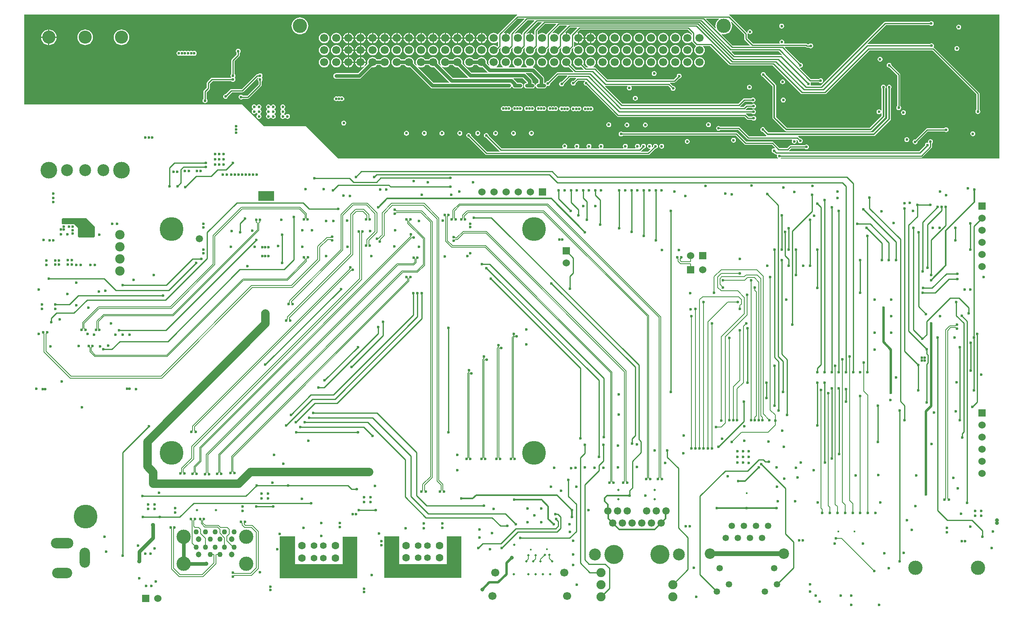
<source format=gbl>
G04*
G04 #@! TF.GenerationSoftware,Altium Limited,Altium Designer,21.2.2 (38)*
G04*
G04 Layer_Physical_Order=4*
G04 Layer_Color=16711680*
%FSLAX25Y25*%
%MOIN*%
G70*
G04*
G04 #@! TF.SameCoordinates,9A9FBC94-F95F-4755-83A8-F293FEA714C6*
G04*
G04*
G04 #@! TF.FilePolarity,Positive*
G04*
G01*
G75*
%ADD11C,0.00984*%
%ADD14C,0.01000*%
%ADD16C,0.01181*%
%ADD17C,0.00500*%
%ADD26C,0.01968*%
%ADD186C,0.03937*%
%ADD187C,0.01968*%
%ADD188C,0.01378*%
%ADD189C,0.00551*%
%ADD190C,0.00591*%
%ADD191C,0.02953*%
%ADD194C,0.11811*%
%ADD195C,0.06000*%
%ADD196R,0.06000X0.06000*%
%ADD197R,0.06000X0.06000*%
%ADD198C,0.06102*%
%ADD199C,0.07480*%
%ADD200C,0.09843*%
%ADD201C,0.15748*%
%ADD202C,0.06693*%
%ADD203C,0.05906*%
%ADD204C,0.19685*%
%ADD205C,0.04331*%
%ADD206C,0.04724*%
%ADD207C,0.06299*%
%ADD208C,0.05512*%
%ADD209C,0.10236*%
%ADD210C,0.07756*%
%ADD211C,0.10827*%
%ADD212C,0.13780*%
%ADD213C,0.05315*%
%ADD214C,0.08661*%
%ADD215O,0.16535X0.08661*%
%ADD216O,0.18504X0.08661*%
%ADD217O,0.08661X0.16535*%
%ADD218C,0.02362*%
%ADD219C,0.03150*%
%ADD220C,0.03543*%
%ADD221C,0.01772*%
%ADD222C,0.06890*%
G36*
X816142Y371654D02*
X635455D01*
X635303Y372153D01*
X635671Y372400D01*
X635748Y372514D01*
X751575Y372514D01*
X752074Y372614D01*
X752497Y372896D01*
X760076Y380475D01*
X760359Y380898D01*
X760458Y381398D01*
Y384134D01*
X760573Y384211D01*
X761008Y384862D01*
X761161Y385630D01*
X761008Y386398D01*
X760573Y387049D01*
X759922Y387484D01*
X759154Y387637D01*
X758386Y387484D01*
X757734Y387049D01*
X757299Y386398D01*
X757147Y385630D01*
X757239Y385164D01*
X756828Y384736D01*
X756595Y384783D01*
X755826Y384630D01*
X755175Y384195D01*
X754740Y383544D01*
X754587Y382776D01*
X754614Y382640D01*
X749656Y377682D01*
X642370D01*
X642218Y378183D01*
X642261Y378211D01*
X644044Y379995D01*
X655197D01*
X655274Y379880D01*
X655925Y379445D01*
X656693Y379292D01*
X657461Y379445D01*
X658112Y379880D01*
X658547Y380531D01*
X658700Y381299D01*
X658547Y382067D01*
X658112Y382718D01*
X657461Y383154D01*
X656693Y383306D01*
X655925Y383154D01*
X655274Y382718D01*
X655197Y382604D01*
X643504D01*
X643005Y382505D01*
X642582Y382222D01*
X640798Y380438D01*
X634399D01*
X629663Y385174D01*
X629239Y385457D01*
X628740Y385557D01*
X607036D01*
X599741Y392852D01*
X599318Y393134D01*
X598819Y393234D01*
X505039D01*
X504962Y393348D01*
X504311Y393783D01*
X503543Y393936D01*
X502775Y393783D01*
X502124Y393348D01*
X501689Y392697D01*
X501536Y391929D01*
X501689Y391161D01*
X502124Y390510D01*
X502775Y390075D01*
X503543Y389922D01*
X504311Y390075D01*
X504962Y390510D01*
X505039Y390624D01*
X598279D01*
X605574Y383330D01*
X605997Y383047D01*
X606496Y382947D01*
X628200D01*
X630619Y380528D01*
X630373Y380067D01*
X629921Y380157D01*
X629153Y380004D01*
X628502Y379569D01*
X628067Y378918D01*
X627914Y378150D01*
X628067Y377382D01*
X628502Y376730D01*
X629153Y376295D01*
X629921Y376143D01*
X630056Y376169D01*
X630770Y375455D01*
X631194Y375173D01*
X631693Y375073D01*
X632125D01*
X632409Y374663D01*
X632395Y374573D01*
X632245Y373819D01*
X632398Y373051D01*
X632833Y372400D01*
X633201Y372153D01*
X633049Y371654D01*
X269882D01*
X243307Y398228D01*
X208858D01*
X190748Y416339D01*
X10827D01*
Y490520D01*
X417544D01*
X417593Y490020D01*
X417414Y489985D01*
X416991Y489702D01*
X402424Y475135D01*
X402141Y474712D01*
X402076Y474386D01*
X401568Y474227D01*
X401475Y474348D01*
X400570Y475043D01*
X399516Y475479D01*
X398386Y475628D01*
X397255Y475479D01*
X396202Y475043D01*
X395297Y474348D01*
X394603Y473444D01*
X394167Y472390D01*
X394018Y471260D01*
X394167Y470129D01*
X394603Y469076D01*
X395297Y468171D01*
X396202Y467477D01*
X397255Y467041D01*
X398386Y466892D01*
X399516Y467041D01*
X400570Y467477D01*
X401475Y468171D01*
X401568Y468294D01*
X402042Y468133D01*
Y465068D01*
X401389Y464415D01*
X400570Y465043D01*
X399516Y465479D01*
X398386Y465628D01*
X397255Y465479D01*
X396202Y465043D01*
X395297Y464349D01*
X394603Y463444D01*
X394167Y462390D01*
X394018Y461260D01*
X394167Y460129D01*
X394603Y459076D01*
X395297Y458171D01*
X396202Y457477D01*
X397255Y457041D01*
X398386Y456892D01*
X399516Y457041D01*
X400570Y457477D01*
X401475Y458171D01*
X402169Y459076D01*
X402605Y460129D01*
X402754Y461260D01*
X402657Y461994D01*
X404029Y463365D01*
X404453Y463082D01*
X404167Y462390D01*
X404018Y461260D01*
X404167Y460129D01*
X404603Y459076D01*
X405297Y458171D01*
X406202Y457477D01*
X407255Y457041D01*
X408386Y456892D01*
X409516Y457041D01*
X410570Y457477D01*
X411475Y458171D01*
X412169Y459076D01*
X412605Y460129D01*
X412754Y461260D01*
X412657Y461994D01*
X414029Y463365D01*
X414453Y463082D01*
X414167Y462390D01*
X414018Y461260D01*
X414167Y460129D01*
X414603Y459076D01*
X415297Y458171D01*
X416202Y457477D01*
X417255Y457041D01*
X418386Y456892D01*
X419516Y457041D01*
X420570Y457477D01*
X421475Y458171D01*
X422169Y459076D01*
X422605Y460129D01*
X422754Y461260D01*
X422657Y461994D01*
X424029Y463365D01*
X424453Y463082D01*
X424167Y462390D01*
X424018Y461260D01*
X424167Y460129D01*
X424603Y459076D01*
X425297Y458171D01*
X426202Y457477D01*
X427255Y457041D01*
X428386Y456892D01*
X429516Y457041D01*
X430570Y457477D01*
X431474Y458171D01*
X432169Y459076D01*
X432605Y460129D01*
X432754Y461260D01*
X432659Y461983D01*
X434021Y463346D01*
X434445Y463063D01*
X434167Y462390D01*
X434018Y461260D01*
X434167Y460129D01*
X434603Y459076D01*
X435297Y458171D01*
X436202Y457477D01*
X437255Y457041D01*
X438386Y456892D01*
X439516Y457041D01*
X440570Y457477D01*
X441474Y458171D01*
X442169Y459076D01*
X442605Y460129D01*
X442754Y461260D01*
X442659Y461983D01*
X444021Y463346D01*
X444445Y463063D01*
X444167Y462390D01*
X444018Y461260D01*
X444167Y460129D01*
X444603Y459076D01*
X445297Y458171D01*
X446202Y457477D01*
X447255Y457041D01*
X448386Y456892D01*
X449516Y457041D01*
X450570Y457477D01*
X451475Y458171D01*
X452169Y459076D01*
X452605Y460129D01*
X452754Y461260D01*
X452657Y461994D01*
X454029Y463365D01*
X454453Y463082D01*
X454167Y462390D01*
X454018Y461260D01*
X454167Y460129D01*
X454603Y459076D01*
X455297Y458171D01*
X456202Y457477D01*
X457255Y457041D01*
X458386Y456892D01*
X459516Y457041D01*
X460570Y457477D01*
X461475Y458171D01*
X462169Y459076D01*
X462605Y460129D01*
X462754Y461260D01*
X462657Y461994D01*
X464029Y463365D01*
X464453Y463082D01*
X464167Y462390D01*
X464018Y461260D01*
X464167Y460129D01*
X464603Y459076D01*
X465297Y458171D01*
X466202Y457477D01*
X467255Y457041D01*
X468386Y456892D01*
X469516Y457041D01*
X470570Y457477D01*
X471475Y458171D01*
X472169Y459076D01*
X472605Y460129D01*
X472754Y461260D01*
X472605Y462390D01*
X472169Y463444D01*
X471475Y464349D01*
X470570Y465043D01*
X469516Y465479D01*
X468386Y465628D01*
X467255Y465479D01*
X466202Y465043D01*
X465297Y464349D01*
X465108Y464102D01*
X464640Y464314D01*
X464690Y464567D01*
Y468158D01*
X465164Y468319D01*
X465286Y468160D01*
X466194Y467463D01*
X467251Y467025D01*
X467886Y466942D01*
Y471260D01*
Y475578D01*
X467668Y475549D01*
X467435Y476023D01*
X469922Y478510D01*
X558424D01*
X562081Y474853D01*
Y474336D01*
X561608Y474175D01*
X561475Y474348D01*
X560570Y475043D01*
X559516Y475479D01*
X558386Y475628D01*
X557255Y475479D01*
X556202Y475043D01*
X555297Y474348D01*
X554603Y473444D01*
X554167Y472390D01*
X554018Y471260D01*
X554167Y470129D01*
X554603Y469076D01*
X555297Y468171D01*
X556202Y467477D01*
X557255Y467041D01*
X558386Y466892D01*
X559516Y467041D01*
X560570Y467477D01*
X561475Y468171D01*
X561635Y468380D01*
X562105Y468295D01*
X562170Y468256D01*
X562181Y468201D01*
X562463Y467778D01*
X565022Y465219D01*
X565337Y465009D01*
X565421Y464600D01*
X565409Y464434D01*
X565297Y464349D01*
X564603Y463444D01*
X564167Y462390D01*
X564018Y461260D01*
X564167Y460129D01*
X564603Y459076D01*
X565297Y458171D01*
X566202Y457477D01*
X567255Y457041D01*
X568386Y456892D01*
X569516Y457041D01*
X570570Y457477D01*
X571475Y458171D01*
X572169Y459076D01*
X572605Y460129D01*
X572754Y461260D01*
X572605Y462390D01*
X572169Y463444D01*
X571483Y464337D01*
X571509Y464523D01*
X571616Y464837D01*
X577019D01*
X592719Y449137D01*
X593143Y448854D01*
X593642Y448755D01*
X628731D01*
X652030Y425456D01*
X652454Y425173D01*
X652953Y425073D01*
X672047D01*
X672546Y425173D01*
X672970Y425456D01*
X708611Y461097D01*
X760680D01*
X796924Y424853D01*
Y411929D01*
X796809Y411852D01*
X796374Y411201D01*
X796221Y410433D01*
X796374Y409665D01*
X796809Y409014D01*
X797460Y408579D01*
X798228Y408426D01*
X798996Y408579D01*
X799648Y409014D01*
X800083Y409665D01*
X800235Y410433D01*
X800083Y411201D01*
X799648Y411852D01*
X799533Y411929D01*
Y425394D01*
X799434Y425893D01*
X799151Y426316D01*
X762143Y463324D01*
X761720Y463607D01*
X761826Y464091D01*
X761894Y464193D01*
X762046Y464961D01*
X761894Y465729D01*
X761459Y466380D01*
X760807Y466815D01*
X760039Y466968D01*
X759271Y466815D01*
X758620Y466380D01*
X758544Y466265D01*
X707214D01*
X707029Y466579D01*
X706996Y466754D01*
X722197Y481955D01*
X758352D01*
X758423Y481848D01*
X759074Y481413D01*
X759842Y481261D01*
X760611Y481413D01*
X761262Y481848D01*
X761697Y482500D01*
X761850Y483268D01*
X761697Y484036D01*
X761262Y484687D01*
X760611Y485122D01*
X759842Y485275D01*
X759074Y485122D01*
X758423Y484687D01*
X758352Y484580D01*
X721654D01*
X721151Y484480D01*
X720725Y484196D01*
X668551Y432021D01*
X660272D01*
X660005Y432521D01*
X660122Y432696D01*
X660275Y433465D01*
X660125Y434219D01*
X660122Y434233D01*
X660398Y434719D01*
X667008D01*
X667085Y434604D01*
X667736Y434169D01*
X668504Y434017D01*
X669272Y434169D01*
X669923Y434604D01*
X670358Y435256D01*
X670511Y436024D01*
X670358Y436792D01*
X669923Y437443D01*
X669272Y437878D01*
X668504Y438031D01*
X667736Y437878D01*
X667085Y437443D01*
X667008Y437328D01*
X660383D01*
X651319Y446392D01*
X651565Y446853D01*
X651772Y446812D01*
X652540Y446965D01*
X653191Y447400D01*
X653626Y448051D01*
X653779Y448819D01*
X653626Y449587D01*
X653191Y450238D01*
X652540Y450673D01*
X651772Y450826D01*
X651636Y450799D01*
X638848Y463588D01*
X639039Y464050D01*
X655956D01*
X656164Y463841D01*
X656587Y463558D01*
X657087Y463459D01*
X658740D01*
X658817Y463345D01*
X659468Y462910D01*
X660236Y462757D01*
X661004Y462910D01*
X661655Y463345D01*
X662090Y463996D01*
X662243Y464764D01*
X662090Y465532D01*
X661655Y466183D01*
X661004Y466618D01*
X660236Y466771D01*
X659468Y466618D01*
X658817Y466183D01*
X658740Y466068D01*
X657627D01*
X657419Y466277D01*
X656995Y466560D01*
X656496Y466659D01*
X638544D01*
X638260Y467069D01*
X638274Y467159D01*
X638424Y467913D01*
X638272Y468681D01*
X637837Y469333D01*
X637185Y469768D01*
X636417Y469920D01*
X635649Y469768D01*
X634998Y469333D01*
X634563Y468681D01*
X634410Y467913D01*
X634560Y467159D01*
X634575Y467069D01*
X634290Y466659D01*
X612548D01*
X607998Y471210D01*
Y474807D01*
X607945Y475069D01*
X608417Y475264D01*
X608620Y474959D01*
X609271Y474524D01*
X610039Y474371D01*
X610807Y474524D01*
X611459Y474959D01*
X611894Y475610D01*
X612046Y476378D01*
X611894Y477146D01*
X611459Y477797D01*
X610807Y478232D01*
X610039Y478385D01*
X609271Y478232D01*
X608620Y477797D01*
X608185Y477146D01*
X608032Y476378D01*
X608138Y475847D01*
X607667Y475652D01*
X607615Y475729D01*
X593643Y489702D01*
X593220Y489985D01*
X593041Y490020D01*
X593090Y490520D01*
X816142D01*
Y371654D01*
D02*
G37*
G36*
X584471Y487289D02*
X584489Y486975D01*
X583491Y486155D01*
X582629Y485106D01*
X581990Y483909D01*
X581596Y482611D01*
X581463Y481260D01*
X581596Y479909D01*
X581646Y479743D01*
X581217Y479486D01*
X573690Y487013D01*
X573882Y487475D01*
X584425D01*
X584471Y487289D01*
D02*
G37*
G36*
X605388Y474266D02*
Y470669D01*
X605488Y470170D01*
X605770Y469747D01*
X610168Y465349D01*
X609977Y464887D01*
X595816D01*
X586612Y474091D01*
X586869Y474520D01*
X587035Y474470D01*
X588386Y474337D01*
X589737Y474470D01*
X591035Y474864D01*
X592232Y475503D01*
X593281Y476365D01*
X594142Y477414D01*
X594782Y478611D01*
X595176Y479909D01*
X595309Y481260D01*
X595176Y482611D01*
X594782Y483909D01*
X594487Y484460D01*
X594893Y484761D01*
X605388Y474266D01*
D02*
G37*
G36*
X449987Y482552D02*
X442379Y474944D01*
X442094Y474518D01*
X442070Y474394D01*
X441535Y474269D01*
X441474Y474348D01*
X440570Y475043D01*
X439516Y475479D01*
X438386Y475628D01*
X437255Y475479D01*
X436202Y475043D01*
X435297Y474348D01*
X435251Y474288D01*
X434777Y474449D01*
Y476893D01*
X440898Y483014D01*
X449796D01*
X449987Y482552D01*
D02*
G37*
G36*
X423751Y487013D02*
X412463Y475726D01*
X412181Y475302D01*
X412081Y474803D01*
Y474362D01*
X411608Y474201D01*
X411486Y474360D01*
X410578Y475057D01*
X409520Y475494D01*
X408886Y475578D01*
Y471260D01*
X407886D01*
Y475578D01*
X407251Y475494D01*
X407130Y475444D01*
X406847Y475868D01*
X418454Y487475D01*
X423559D01*
X423751Y487013D01*
D02*
G37*
G36*
X458782Y481100D02*
X452424Y474741D01*
X452141Y474318D01*
X452139Y474305D01*
X451971Y474219D01*
X451604Y474180D01*
X451475Y474348D01*
X450570Y475043D01*
X449516Y475479D01*
X448386Y475628D01*
X447346Y475491D01*
X447174Y475704D01*
X447089Y475941D01*
X452709Y481561D01*
X458591D01*
X458782Y481100D01*
D02*
G37*
G36*
X467345Y479623D02*
X462463Y474741D01*
X462181Y474318D01*
X462174Y474284D01*
X462058Y474220D01*
X461639Y474160D01*
X461486Y474360D01*
X460578Y475057D01*
X459520Y475494D01*
X458886Y475578D01*
Y471260D01*
X457886D01*
Y475578D01*
X457623Y475543D01*
X457389Y476017D01*
X461458Y480085D01*
X467154D01*
X467345Y479623D01*
D02*
G37*
G36*
X431923Y485438D02*
X422503Y476018D01*
X422220Y475595D01*
X422121Y475095D01*
Y474284D01*
X421647Y474124D01*
X421475Y474348D01*
X420570Y475043D01*
X419516Y475479D01*
X418386Y475628D01*
X417255Y475479D01*
X416202Y475043D01*
X416097Y474962D01*
X415767Y475339D01*
X426328Y485900D01*
X431732D01*
X431923Y485438D01*
D02*
G37*
G36*
X438125Y483954D02*
X432536Y478365D01*
X432252Y477939D01*
X432152Y477437D01*
Y474269D01*
X431678Y474109D01*
X431486Y474360D01*
X430578Y475057D01*
X429521Y475494D01*
X428886Y475578D01*
Y471260D01*
X427886D01*
Y475578D01*
X427251Y475494D01*
X426194Y475057D01*
X425590Y474593D01*
X425030Y474793D01*
X425018Y474843D01*
X434591Y484416D01*
X437934D01*
X438125Y483954D01*
D02*
G37*
G36*
X636409Y457612D02*
X636163Y457151D01*
X635827Y457218D01*
X597394D01*
X594765Y459848D01*
X594956Y460310D01*
X633712D01*
X636409Y457612D01*
D02*
G37*
G36*
X217126Y336811D02*
X203937D01*
X203937Y344685D01*
X217126D01*
X217126Y336811D01*
D02*
G37*
G36*
X62008Y322342D02*
X69095Y315256D01*
X69095Y307382D01*
X68110Y306398D01*
X55905Y306398D01*
X54921Y307382D01*
X54921Y314469D01*
X51968Y317421D01*
X42323Y317421D01*
X41732Y318012D01*
Y321752D01*
X42323Y322342D01*
X62008Y322342D01*
D02*
G37*
G36*
X320468Y36398D02*
X359641D01*
Y59232D01*
X371846D01*
Y24980D01*
X307870D01*
Y59429D01*
X320468D01*
Y36398D01*
D02*
G37*
G36*
X234449Y36220D02*
X273622D01*
Y59055D01*
X285827D01*
Y24803D01*
X221850D01*
Y59252D01*
X234449D01*
Y36220D01*
D02*
G37*
%LPC*%
G36*
X636221Y483109D02*
X635452Y482957D01*
X634801Y482522D01*
X634366Y481870D01*
X634213Y481102D01*
X634366Y480334D01*
X634801Y479683D01*
X635452Y479248D01*
X636221Y479095D01*
X636988Y479248D01*
X637640Y479683D01*
X638075Y480334D01*
X638228Y481102D01*
X638075Y481870D01*
X637640Y482522D01*
X636988Y482957D01*
X636221Y483109D01*
D02*
G37*
G36*
X782480Y482322D02*
X781712Y482169D01*
X781061Y481734D01*
X780626Y481083D01*
X780473Y480315D01*
X780626Y479547D01*
X781061Y478896D01*
X781712Y478461D01*
X782480Y478308D01*
X783248Y478461D01*
X783899Y478896D01*
X784335Y479547D01*
X784487Y480315D01*
X784335Y481083D01*
X783899Y481734D01*
X783248Y482169D01*
X782480Y482322D01*
D02*
G37*
G36*
X238386Y488183D02*
X237035Y488050D01*
X235736Y487656D01*
X234540Y487016D01*
X233490Y486155D01*
X232629Y485106D01*
X231990Y483909D01*
X231596Y482611D01*
X231463Y481260D01*
X231596Y479909D01*
X231990Y478611D01*
X232629Y477414D01*
X233490Y476365D01*
X234540Y475503D01*
X235736Y474864D01*
X237035Y474470D01*
X238386Y474337D01*
X239737Y474470D01*
X241035Y474864D01*
X242232Y475503D01*
X243281Y476365D01*
X244142Y477414D01*
X244782Y478611D01*
X245176Y479909D01*
X245309Y481260D01*
X245176Y482611D01*
X244782Y483909D01*
X244142Y485106D01*
X243281Y486155D01*
X242232Y487016D01*
X241035Y487656D01*
X239737Y488050D01*
X238386Y488183D01*
D02*
G37*
G36*
X31524Y478246D02*
Y472350D01*
X37419D01*
X37344Y473108D01*
X36977Y474317D01*
X36382Y475431D01*
X35581Y476407D01*
X34604Y477209D01*
X33490Y477804D01*
X32281Y478171D01*
X31524Y478246D01*
D02*
G37*
G36*
X30524D02*
X29766Y478171D01*
X28558Y477804D01*
X27443Y477209D01*
X26467Y476407D01*
X25665Y475431D01*
X25070Y474317D01*
X24703Y473108D01*
X24629Y472350D01*
X30524D01*
Y478246D01*
D02*
G37*
G36*
X468886Y475578D02*
Y471760D01*
X472704D01*
X472620Y472395D01*
X472182Y473452D01*
X471486Y474360D01*
X470578Y475057D01*
X469521Y475494D01*
X468886Y475578D01*
D02*
G37*
G36*
X388886D02*
Y471760D01*
X392704D01*
X392620Y472395D01*
X392182Y473452D01*
X391486Y474360D01*
X390578Y475057D01*
X389521Y475494D01*
X388886Y475578D01*
D02*
G37*
G36*
X338886D02*
Y471760D01*
X342704D01*
X342620Y472395D01*
X342182Y473452D01*
X341486Y474360D01*
X340578Y475057D01*
X339521Y475494D01*
X338886Y475578D01*
D02*
G37*
G36*
X288886D02*
Y471760D01*
X292704D01*
X292620Y472395D01*
X292182Y473452D01*
X291486Y474360D01*
X290578Y475057D01*
X289521Y475494D01*
X288886Y475578D01*
D02*
G37*
G36*
X358886D02*
Y471760D01*
X362704D01*
X362620Y472395D01*
X362182Y473452D01*
X361486Y474360D01*
X360578Y475057D01*
X359521Y475494D01*
X358886Y475578D01*
D02*
G37*
G36*
X318886D02*
Y471760D01*
X322704D01*
X322620Y472395D01*
X322182Y473452D01*
X321486Y474360D01*
X320578Y475057D01*
X319520Y475494D01*
X318886Y475578D01*
D02*
G37*
G36*
X308886D02*
Y471760D01*
X312704D01*
X312620Y472395D01*
X312182Y473452D01*
X311486Y474360D01*
X310578Y475057D01*
X309521Y475494D01*
X308886Y475578D01*
D02*
G37*
G36*
X478886D02*
Y471760D01*
X482704D01*
X482620Y472395D01*
X482182Y473452D01*
X481486Y474360D01*
X480578Y475057D01*
X479521Y475494D01*
X478886Y475578D01*
D02*
G37*
G36*
X378886D02*
Y471760D01*
X382704D01*
X382620Y472395D01*
X382183Y473452D01*
X381486Y474360D01*
X380578Y475057D01*
X379521Y475494D01*
X378886Y475578D01*
D02*
G37*
G36*
X368886D02*
Y471760D01*
X372704D01*
X372620Y472395D01*
X372182Y473452D01*
X371486Y474360D01*
X370578Y475057D01*
X369520Y475494D01*
X368886Y475578D01*
D02*
G37*
G36*
X328886D02*
Y471760D01*
X332704D01*
X332620Y472395D01*
X332183Y473452D01*
X331486Y474360D01*
X330578Y475057D01*
X329521Y475494D01*
X328886Y475578D01*
D02*
G37*
G36*
X298886D02*
Y471760D01*
X302704D01*
X302620Y472395D01*
X302183Y473452D01*
X301486Y474360D01*
X300578Y475057D01*
X299520Y475494D01*
X298886Y475578D01*
D02*
G37*
G36*
X278886D02*
Y471760D01*
X282704D01*
X282620Y472395D01*
X282183Y473452D01*
X281486Y474360D01*
X280578Y475057D01*
X279521Y475494D01*
X278886Y475578D01*
D02*
G37*
G36*
X348886D02*
Y471760D01*
X352704D01*
X352620Y472395D01*
X352183Y473452D01*
X351486Y474360D01*
X350578Y475057D01*
X349520Y475494D01*
X348886Y475578D01*
D02*
G37*
G36*
X387886Y475578D02*
X387251Y475494D01*
X386194Y475057D01*
X385286Y474360D01*
X384589Y473452D01*
X384151Y472395D01*
X384068Y471760D01*
X387886D01*
Y475578D01*
D02*
G37*
G36*
X337886D02*
X337251Y475494D01*
X336194Y475057D01*
X335286Y474360D01*
X334589Y473452D01*
X334151Y472395D01*
X334068Y471760D01*
X337886D01*
Y475578D01*
D02*
G37*
G36*
X287886D02*
X287251Y475494D01*
X286194Y475057D01*
X285286Y474360D01*
X284589Y473452D01*
X284151Y472395D01*
X284068Y471760D01*
X287886D01*
Y475578D01*
D02*
G37*
G36*
X357886D02*
X357251Y475494D01*
X356194Y475057D01*
X355286Y474360D01*
X354589Y473452D01*
X354151Y472395D01*
X354068Y471760D01*
X357886D01*
Y475578D01*
D02*
G37*
G36*
X317886D02*
X317251Y475494D01*
X316194Y475057D01*
X315286Y474360D01*
X314589Y473452D01*
X314151Y472395D01*
X314068Y471760D01*
X317886D01*
Y475578D01*
D02*
G37*
G36*
X307886D02*
X307251Y475494D01*
X306194Y475057D01*
X305286Y474360D01*
X304589Y473452D01*
X304151Y472395D01*
X304068Y471760D01*
X307886D01*
Y475578D01*
D02*
G37*
G36*
X277886D02*
X277251Y475494D01*
X276194Y475057D01*
X275286Y474360D01*
X274589Y473452D01*
X274151Y472395D01*
X274068Y471760D01*
X277886D01*
Y475578D01*
D02*
G37*
G36*
X477886D02*
X477251Y475494D01*
X476194Y475057D01*
X475286Y474360D01*
X474589Y473452D01*
X474151Y472395D01*
X474068Y471760D01*
X477886D01*
Y475578D01*
D02*
G37*
G36*
X377886D02*
X377251Y475494D01*
X376194Y475057D01*
X375286Y474360D01*
X374589Y473452D01*
X374151Y472395D01*
X374068Y471760D01*
X377886D01*
Y475578D01*
D02*
G37*
G36*
X367886D02*
X367251Y475494D01*
X366194Y475057D01*
X365286Y474360D01*
X364589Y473452D01*
X364151Y472395D01*
X364068Y471760D01*
X367886D01*
Y475578D01*
D02*
G37*
G36*
X327886D02*
X327251Y475494D01*
X326194Y475057D01*
X325286Y474360D01*
X324589Y473452D01*
X324151Y472395D01*
X324068Y471760D01*
X327886D01*
Y475578D01*
D02*
G37*
G36*
X297886D02*
X297251Y475494D01*
X296194Y475057D01*
X295286Y474360D01*
X294589Y473452D01*
X294151Y472395D01*
X294068Y471760D01*
X297886D01*
Y475578D01*
D02*
G37*
G36*
X347886D02*
X347251Y475494D01*
X346194Y475057D01*
X345286Y474360D01*
X344589Y473452D01*
X344151Y472395D01*
X344068Y471760D01*
X347886D01*
Y475578D01*
D02*
G37*
G36*
X482704Y470760D02*
X478886D01*
Y466942D01*
X479521Y467025D01*
X480578Y467463D01*
X481486Y468160D01*
X482182Y469068D01*
X482620Y470125D01*
X482704Y470760D01*
D02*
G37*
G36*
X472704D02*
X468886D01*
Y466942D01*
X469521Y467025D01*
X470578Y467463D01*
X471486Y468160D01*
X472182Y469068D01*
X472620Y470125D01*
X472704Y470760D01*
D02*
G37*
G36*
X392704D02*
X388886D01*
Y466942D01*
X389521Y467025D01*
X390578Y467463D01*
X391486Y468160D01*
X392182Y469068D01*
X392620Y470125D01*
X392704Y470760D01*
D02*
G37*
G36*
X382704D02*
X378886D01*
Y466942D01*
X379521Y467025D01*
X380578Y467463D01*
X381486Y468160D01*
X382183Y469068D01*
X382620Y470125D01*
X382704Y470760D01*
D02*
G37*
G36*
X372704D02*
X368886D01*
Y466942D01*
X369520Y467025D01*
X370578Y467463D01*
X371486Y468160D01*
X372182Y469068D01*
X372620Y470125D01*
X372704Y470760D01*
D02*
G37*
G36*
X362704D02*
X358886D01*
Y466942D01*
X359521Y467025D01*
X360578Y467463D01*
X361486Y468160D01*
X362182Y469068D01*
X362620Y470125D01*
X362704Y470760D01*
D02*
G37*
G36*
X352704D02*
X348886D01*
Y466942D01*
X349520Y467025D01*
X350578Y467463D01*
X351486Y468160D01*
X352183Y469068D01*
X352620Y470125D01*
X352704Y470760D01*
D02*
G37*
G36*
X342704D02*
X338886D01*
Y466942D01*
X339521Y467025D01*
X340578Y467463D01*
X341486Y468160D01*
X342182Y469068D01*
X342620Y470125D01*
X342704Y470760D01*
D02*
G37*
G36*
X332704D02*
X328886D01*
Y466942D01*
X329521Y467025D01*
X330578Y467463D01*
X331486Y468160D01*
X332183Y469068D01*
X332620Y470125D01*
X332704Y470760D01*
D02*
G37*
G36*
X322704D02*
X318886D01*
Y466942D01*
X319520Y467025D01*
X320578Y467463D01*
X321486Y468160D01*
X322182Y469068D01*
X322620Y470125D01*
X322704Y470760D01*
D02*
G37*
G36*
X312704D02*
X308886D01*
Y466942D01*
X309521Y467025D01*
X310578Y467463D01*
X311486Y468160D01*
X312182Y469068D01*
X312620Y470125D01*
X312704Y470760D01*
D02*
G37*
G36*
X302704D02*
X298886D01*
Y466942D01*
X299520Y467025D01*
X300578Y467463D01*
X301486Y468160D01*
X302183Y469068D01*
X302620Y470125D01*
X302704Y470760D01*
D02*
G37*
G36*
X292704D02*
X288886D01*
Y466942D01*
X289521Y467025D01*
X290578Y467463D01*
X291486Y468160D01*
X292182Y469068D01*
X292620Y470125D01*
X292704Y470760D01*
D02*
G37*
G36*
X282704D02*
X278886D01*
Y466942D01*
X279521Y467025D01*
X280578Y467463D01*
X281486Y468160D01*
X282183Y469068D01*
X282620Y470125D01*
X282704Y470760D01*
D02*
G37*
G36*
X477886D02*
X474068D01*
X474151Y470125D01*
X474589Y469068D01*
X475286Y468160D01*
X476194Y467463D01*
X477251Y467025D01*
X477886Y466942D01*
Y470760D01*
D02*
G37*
G36*
X387886D02*
X384068D01*
X384151Y470125D01*
X384589Y469068D01*
X385286Y468160D01*
X386194Y467463D01*
X387251Y467025D01*
X387886Y466942D01*
Y470760D01*
D02*
G37*
G36*
X377886D02*
X374068D01*
X374151Y470125D01*
X374589Y469068D01*
X375286Y468160D01*
X376194Y467463D01*
X377251Y467025D01*
X377886Y466942D01*
Y470760D01*
D02*
G37*
G36*
X367886D02*
X364068D01*
X364151Y470125D01*
X364589Y469068D01*
X365286Y468160D01*
X366194Y467463D01*
X367251Y467025D01*
X367886Y466942D01*
Y470760D01*
D02*
G37*
G36*
X357886D02*
X354068D01*
X354151Y470125D01*
X354589Y469068D01*
X355286Y468160D01*
X356194Y467463D01*
X357251Y467025D01*
X357886Y466942D01*
Y470760D01*
D02*
G37*
G36*
X347886D02*
X344068D01*
X344151Y470125D01*
X344589Y469068D01*
X345286Y468160D01*
X346194Y467463D01*
X347251Y467025D01*
X347886Y466942D01*
Y470760D01*
D02*
G37*
G36*
X337886D02*
X334068D01*
X334151Y470125D01*
X334589Y469068D01*
X335286Y468160D01*
X336194Y467463D01*
X337251Y467025D01*
X337886Y466942D01*
Y470760D01*
D02*
G37*
G36*
X327886D02*
X324068D01*
X324151Y470125D01*
X324589Y469068D01*
X325286Y468160D01*
X326194Y467463D01*
X327251Y467025D01*
X327886Y466942D01*
Y470760D01*
D02*
G37*
G36*
X317886D02*
X314068D01*
X314151Y470125D01*
X314589Y469068D01*
X315286Y468160D01*
X316194Y467463D01*
X317251Y467025D01*
X317886Y466942D01*
Y470760D01*
D02*
G37*
G36*
X307886D02*
X304068D01*
X304151Y470125D01*
X304589Y469068D01*
X305286Y468160D01*
X306194Y467463D01*
X307251Y467025D01*
X307886Y466942D01*
Y470760D01*
D02*
G37*
G36*
X297886D02*
X294068D01*
X294151Y470125D01*
X294589Y469068D01*
X295286Y468160D01*
X296194Y467463D01*
X297251Y467025D01*
X297886Y466942D01*
Y470760D01*
D02*
G37*
G36*
X287886D02*
X284068D01*
X284151Y470125D01*
X284589Y469068D01*
X285286Y468160D01*
X286194Y467463D01*
X287251Y467025D01*
X287886Y466942D01*
Y470760D01*
D02*
G37*
G36*
X277886D02*
X274068D01*
X274151Y470125D01*
X274589Y469068D01*
X275286Y468160D01*
X276194Y467463D01*
X277251Y467025D01*
X277886Y466942D01*
Y470760D01*
D02*
G37*
G36*
X548386Y475628D02*
X547255Y475479D01*
X546202Y475043D01*
X545297Y474348D01*
X544603Y473444D01*
X544167Y472390D01*
X544018Y471260D01*
X544167Y470129D01*
X544603Y469076D01*
X545297Y468171D01*
X546202Y467477D01*
X547255Y467041D01*
X548386Y466892D01*
X549516Y467041D01*
X550570Y467477D01*
X551475Y468171D01*
X552169Y469076D01*
X552605Y470129D01*
X552754Y471260D01*
X552605Y472390D01*
X552169Y473444D01*
X551475Y474348D01*
X550570Y475043D01*
X549516Y475479D01*
X548386Y475628D01*
D02*
G37*
G36*
X538386D02*
X537255Y475479D01*
X536202Y475043D01*
X535297Y474348D01*
X534603Y473444D01*
X534167Y472390D01*
X534018Y471260D01*
X534167Y470129D01*
X534603Y469076D01*
X535297Y468171D01*
X536202Y467477D01*
X537255Y467041D01*
X538386Y466892D01*
X539516Y467041D01*
X540570Y467477D01*
X541474Y468171D01*
X542169Y469076D01*
X542605Y470129D01*
X542754Y471260D01*
X542605Y472390D01*
X542169Y473444D01*
X541474Y474348D01*
X540570Y475043D01*
X539516Y475479D01*
X538386Y475628D01*
D02*
G37*
G36*
X528386D02*
X527255Y475479D01*
X526202Y475043D01*
X525297Y474348D01*
X524603Y473444D01*
X524167Y472390D01*
X524018Y471260D01*
X524167Y470129D01*
X524603Y469076D01*
X525297Y468171D01*
X526202Y467477D01*
X527255Y467041D01*
X528386Y466892D01*
X529516Y467041D01*
X530570Y467477D01*
X531474Y468171D01*
X532169Y469076D01*
X532605Y470129D01*
X532754Y471260D01*
X532605Y472390D01*
X532169Y473444D01*
X531474Y474348D01*
X530570Y475043D01*
X529516Y475479D01*
X528386Y475628D01*
D02*
G37*
G36*
X518386D02*
X517255Y475479D01*
X516202Y475043D01*
X515297Y474348D01*
X514603Y473444D01*
X514167Y472390D01*
X514018Y471260D01*
X514167Y470129D01*
X514603Y469076D01*
X515297Y468171D01*
X516202Y467477D01*
X517255Y467041D01*
X518386Y466892D01*
X519516Y467041D01*
X520570Y467477D01*
X521475Y468171D01*
X522169Y469076D01*
X522605Y470129D01*
X522754Y471260D01*
X522605Y472390D01*
X522169Y473444D01*
X521475Y474348D01*
X520570Y475043D01*
X519516Y475479D01*
X518386Y475628D01*
D02*
G37*
G36*
X508386D02*
X507255Y475479D01*
X506202Y475043D01*
X505297Y474348D01*
X504603Y473444D01*
X504167Y472390D01*
X504018Y471260D01*
X504167Y470129D01*
X504603Y469076D01*
X505297Y468171D01*
X506202Y467477D01*
X507255Y467041D01*
X508386Y466892D01*
X509516Y467041D01*
X510570Y467477D01*
X511475Y468171D01*
X512169Y469076D01*
X512605Y470129D01*
X512754Y471260D01*
X512605Y472390D01*
X512169Y473444D01*
X511475Y474348D01*
X510570Y475043D01*
X509516Y475479D01*
X508386Y475628D01*
D02*
G37*
G36*
X498386D02*
X497255Y475479D01*
X496202Y475043D01*
X495297Y474348D01*
X494603Y473444D01*
X494167Y472390D01*
X494018Y471260D01*
X494167Y470129D01*
X494603Y469076D01*
X495297Y468171D01*
X496202Y467477D01*
X497255Y467041D01*
X498386Y466892D01*
X499516Y467041D01*
X500570Y467477D01*
X501475Y468171D01*
X502169Y469076D01*
X502605Y470129D01*
X502754Y471260D01*
X502605Y472390D01*
X502169Y473444D01*
X501475Y474348D01*
X500570Y475043D01*
X499516Y475479D01*
X498386Y475628D01*
D02*
G37*
G36*
X488386D02*
X487255Y475479D01*
X486202Y475043D01*
X485297Y474348D01*
X484603Y473444D01*
X484167Y472390D01*
X484018Y471260D01*
X484167Y470129D01*
X484603Y469076D01*
X485297Y468171D01*
X486202Y467477D01*
X487255Y467041D01*
X488386Y466892D01*
X489516Y467041D01*
X490570Y467477D01*
X491474Y468171D01*
X492169Y469076D01*
X492605Y470129D01*
X492754Y471260D01*
X492605Y472390D01*
X492169Y473444D01*
X491474Y474348D01*
X490570Y475043D01*
X489516Y475479D01*
X488386Y475628D01*
D02*
G37*
G36*
X268386D02*
X267255Y475479D01*
X266202Y475043D01*
X265297Y474348D01*
X264603Y473444D01*
X264167Y472390D01*
X264018Y471260D01*
X264167Y470129D01*
X264603Y469076D01*
X265297Y468171D01*
X266202Y467477D01*
X267255Y467041D01*
X268386Y466892D01*
X269516Y467041D01*
X270570Y467477D01*
X271475Y468171D01*
X272169Y469076D01*
X272605Y470129D01*
X272754Y471260D01*
X272605Y472390D01*
X272169Y473444D01*
X271475Y474348D01*
X270570Y475043D01*
X269516Y475479D01*
X268386Y475628D01*
D02*
G37*
G36*
X258386D02*
X257255Y475479D01*
X256202Y475043D01*
X255297Y474348D01*
X254603Y473444D01*
X254167Y472390D01*
X254018Y471260D01*
X254167Y470129D01*
X254603Y469076D01*
X255297Y468171D01*
X256202Y467477D01*
X257255Y467041D01*
X258386Y466892D01*
X259516Y467041D01*
X260570Y467477D01*
X261474Y468171D01*
X262169Y469076D01*
X262605Y470129D01*
X262754Y471260D01*
X262605Y472390D01*
X262169Y473444D01*
X261474Y474348D01*
X260570Y475043D01*
X259516Y475479D01*
X258386Y475628D01*
D02*
G37*
G36*
X30524Y471350D02*
X24629D01*
X24703Y470593D01*
X25070Y469384D01*
X25665Y468270D01*
X26467Y467294D01*
X27443Y466492D01*
X28558Y465897D01*
X29766Y465530D01*
X30524Y465455D01*
Y471350D01*
D02*
G37*
G36*
X37419D02*
X31524D01*
Y465455D01*
X32281Y465530D01*
X33490Y465897D01*
X34604Y466492D01*
X35581Y467294D01*
X36382Y468270D01*
X36977Y469384D01*
X37344Y470593D01*
X37419Y471350D01*
D02*
G37*
G36*
X91024Y478279D02*
X89770Y478156D01*
X88564Y477790D01*
X87452Y477196D01*
X86478Y476396D01*
X85678Y475422D01*
X85084Y474310D01*
X84719Y473105D01*
X84595Y471850D01*
X84719Y470596D01*
X85084Y469390D01*
X85678Y468279D01*
X86478Y467305D01*
X87452Y466505D01*
X88564Y465911D01*
X89770Y465545D01*
X91024Y465422D01*
X92278Y465545D01*
X93484Y465911D01*
X94595Y466505D01*
X95569Y467305D01*
X96369Y468279D01*
X96963Y469390D01*
X97329Y470596D01*
X97452Y471850D01*
X97329Y473105D01*
X96963Y474310D01*
X96369Y475422D01*
X95569Y476396D01*
X94595Y477196D01*
X93484Y477790D01*
X92278Y478156D01*
X91024Y478279D01*
D02*
G37*
G36*
X61024D02*
X59769Y478156D01*
X58564Y477790D01*
X57452Y477196D01*
X56478Y476396D01*
X55678Y475422D01*
X55084Y474310D01*
X54719Y473105D01*
X54595Y471850D01*
X54719Y470596D01*
X55084Y469390D01*
X55678Y468279D01*
X56478Y467305D01*
X57452Y466505D01*
X58564Y465911D01*
X59769Y465545D01*
X61024Y465422D01*
X62278Y465545D01*
X63484Y465911D01*
X64595Y466505D01*
X65569Y467305D01*
X66369Y468279D01*
X66963Y469390D01*
X67329Y470596D01*
X67452Y471850D01*
X67329Y473105D01*
X66963Y474310D01*
X66369Y475422D01*
X65569Y476396D01*
X64595Y477196D01*
X63484Y477790D01*
X62278Y478156D01*
X61024Y478279D01*
D02*
G37*
G36*
X288886Y465578D02*
Y461760D01*
X292704D01*
X292620Y462395D01*
X292182Y463452D01*
X291486Y464360D01*
X290578Y465057D01*
X289521Y465494D01*
X288886Y465578D01*
D02*
G37*
G36*
X278886D02*
Y461760D01*
X282704D01*
X282620Y462395D01*
X282183Y463452D01*
X281486Y464360D01*
X280578Y465057D01*
X279521Y465494D01*
X278886Y465578D01*
D02*
G37*
G36*
X287886Y465578D02*
X287251Y465494D01*
X286194Y465057D01*
X285286Y464360D01*
X284589Y463452D01*
X284151Y462395D01*
X284068Y461760D01*
X287886D01*
Y465578D01*
D02*
G37*
G36*
X277886D02*
X277251Y465494D01*
X276194Y465057D01*
X275286Y464360D01*
X274589Y463452D01*
X274151Y462395D01*
X274068Y461760D01*
X277886D01*
Y465578D01*
D02*
G37*
G36*
X780905Y464606D02*
X780137Y464453D01*
X779486Y464018D01*
X779051Y463367D01*
X778898Y462598D01*
X779051Y461830D01*
X779486Y461179D01*
X780137Y460744D01*
X780905Y460591D01*
X781674Y460744D01*
X782325Y461179D01*
X782760Y461830D01*
X782913Y462598D01*
X782760Y463367D01*
X782325Y464018D01*
X781674Y464453D01*
X780905Y464606D01*
D02*
G37*
G36*
X151181Y460669D02*
X150413Y460516D01*
X149902Y460174D01*
X149390Y460516D01*
X148622Y460669D01*
X147854Y460516D01*
X147343Y460174D01*
X146831Y460516D01*
X146063Y460669D01*
X145295Y460516D01*
X144783Y460174D01*
X144272Y460516D01*
X143504Y460669D01*
X142736Y460516D01*
X142224Y460174D01*
X141713Y460516D01*
X140945Y460669D01*
X140177Y460516D01*
X139665Y460174D01*
X139154Y460516D01*
X138386Y460669D01*
X137618Y460516D01*
X136967Y460081D01*
X136531Y459430D01*
X136379Y458661D01*
X136531Y457893D01*
X136967Y457242D01*
X137618Y456807D01*
X138386Y456654D01*
X139154Y456807D01*
X139665Y457149D01*
X140177Y456807D01*
X140945Y456654D01*
X141713Y456807D01*
X142224Y457149D01*
X142736Y456807D01*
X143504Y456654D01*
X144272Y456807D01*
X144783Y457149D01*
X145295Y456807D01*
X146063Y456654D01*
X146831Y456807D01*
X147343Y457149D01*
X147854Y456807D01*
X148622Y456654D01*
X149390Y456807D01*
X149902Y457149D01*
X150413Y456807D01*
X151181Y456654D01*
X151949Y456807D01*
X152600Y457242D01*
X153035Y457893D01*
X153188Y458661D01*
X153035Y459430D01*
X152600Y460081D01*
X151949Y460516D01*
X151181Y460669D01*
D02*
G37*
G36*
X292704Y460760D02*
X288886D01*
Y456942D01*
X289521Y457025D01*
X290578Y457463D01*
X291486Y458160D01*
X292182Y459068D01*
X292620Y460125D01*
X292704Y460760D01*
D02*
G37*
G36*
X282704D02*
X278886D01*
Y456942D01*
X279521Y457025D01*
X280578Y457463D01*
X281486Y458160D01*
X282183Y459068D01*
X282620Y460125D01*
X282704Y460760D01*
D02*
G37*
G36*
X287886D02*
X284068D01*
X284151Y460125D01*
X284589Y459068D01*
X285286Y458160D01*
X286194Y457463D01*
X287251Y457025D01*
X287886Y456942D01*
Y460760D01*
D02*
G37*
G36*
X277886D02*
X274068D01*
X274151Y460125D01*
X274589Y459068D01*
X275286Y458160D01*
X276194Y457463D01*
X277251Y457025D01*
X277886Y456942D01*
Y460760D01*
D02*
G37*
G36*
X558386Y465628D02*
X557255Y465479D01*
X556202Y465043D01*
X555297Y464349D01*
X554603Y463444D01*
X554167Y462390D01*
X554018Y461260D01*
X554167Y460129D01*
X554603Y459076D01*
X555297Y458171D01*
X556202Y457477D01*
X557255Y457041D01*
X558386Y456892D01*
X559516Y457041D01*
X560570Y457477D01*
X561475Y458171D01*
X562169Y459076D01*
X562605Y460129D01*
X562754Y461260D01*
X562605Y462390D01*
X562169Y463444D01*
X561475Y464349D01*
X560570Y465043D01*
X559516Y465479D01*
X558386Y465628D01*
D02*
G37*
G36*
X548386D02*
X547255Y465479D01*
X546202Y465043D01*
X545297Y464349D01*
X544603Y463444D01*
X544167Y462390D01*
X544018Y461260D01*
X544167Y460129D01*
X544603Y459076D01*
X545297Y458171D01*
X546202Y457477D01*
X547255Y457041D01*
X548386Y456892D01*
X549516Y457041D01*
X550570Y457477D01*
X551475Y458171D01*
X552169Y459076D01*
X552605Y460129D01*
X552754Y461260D01*
X552605Y462390D01*
X552169Y463444D01*
X551475Y464349D01*
X550570Y465043D01*
X549516Y465479D01*
X548386Y465628D01*
D02*
G37*
G36*
X538386D02*
X537255Y465479D01*
X536202Y465043D01*
X535297Y464349D01*
X534603Y463444D01*
X534167Y462390D01*
X534018Y461260D01*
X534167Y460129D01*
X534603Y459076D01*
X535297Y458171D01*
X536202Y457477D01*
X537255Y457041D01*
X538386Y456892D01*
X539516Y457041D01*
X540570Y457477D01*
X541474Y458171D01*
X542169Y459076D01*
X542605Y460129D01*
X542754Y461260D01*
X542605Y462390D01*
X542169Y463444D01*
X541474Y464349D01*
X540570Y465043D01*
X539516Y465479D01*
X538386Y465628D01*
D02*
G37*
G36*
X528386D02*
X527255Y465479D01*
X526202Y465043D01*
X525297Y464349D01*
X524603Y463444D01*
X524167Y462390D01*
X524018Y461260D01*
X524167Y460129D01*
X524603Y459076D01*
X525297Y458171D01*
X526202Y457477D01*
X527255Y457041D01*
X528386Y456892D01*
X529516Y457041D01*
X530570Y457477D01*
X531474Y458171D01*
X532169Y459076D01*
X532605Y460129D01*
X532754Y461260D01*
X532605Y462390D01*
X532169Y463444D01*
X531474Y464349D01*
X530570Y465043D01*
X529516Y465479D01*
X528386Y465628D01*
D02*
G37*
G36*
X518386D02*
X517255Y465479D01*
X516202Y465043D01*
X515297Y464349D01*
X514603Y463444D01*
X514167Y462390D01*
X514018Y461260D01*
X514167Y460129D01*
X514603Y459076D01*
X515297Y458171D01*
X516202Y457477D01*
X517255Y457041D01*
X518386Y456892D01*
X519516Y457041D01*
X520570Y457477D01*
X521475Y458171D01*
X522169Y459076D01*
X522605Y460129D01*
X522754Y461260D01*
X522605Y462390D01*
X522169Y463444D01*
X521475Y464349D01*
X520570Y465043D01*
X519516Y465479D01*
X518386Y465628D01*
D02*
G37*
G36*
X508386D02*
X507255Y465479D01*
X506202Y465043D01*
X505297Y464349D01*
X504603Y463444D01*
X504167Y462390D01*
X504018Y461260D01*
X504167Y460129D01*
X504603Y459076D01*
X505297Y458171D01*
X506202Y457477D01*
X507255Y457041D01*
X508386Y456892D01*
X509516Y457041D01*
X510570Y457477D01*
X511475Y458171D01*
X512169Y459076D01*
X512605Y460129D01*
X512754Y461260D01*
X512605Y462390D01*
X512169Y463444D01*
X511475Y464349D01*
X510570Y465043D01*
X509516Y465479D01*
X508386Y465628D01*
D02*
G37*
G36*
X498386D02*
X497255Y465479D01*
X496202Y465043D01*
X495297Y464349D01*
X494603Y463444D01*
X494167Y462390D01*
X494018Y461260D01*
X494167Y460129D01*
X494603Y459076D01*
X495297Y458171D01*
X496202Y457477D01*
X497255Y457041D01*
X498386Y456892D01*
X499516Y457041D01*
X500570Y457477D01*
X501475Y458171D01*
X502169Y459076D01*
X502605Y460129D01*
X502754Y461260D01*
X502605Y462390D01*
X502169Y463444D01*
X501475Y464349D01*
X500570Y465043D01*
X499516Y465479D01*
X498386Y465628D01*
D02*
G37*
G36*
X488386D02*
X487255Y465479D01*
X486202Y465043D01*
X485297Y464349D01*
X484603Y463444D01*
X484167Y462390D01*
X484018Y461260D01*
X484167Y460129D01*
X484603Y459076D01*
X485297Y458171D01*
X486202Y457477D01*
X487255Y457041D01*
X488386Y456892D01*
X489516Y457041D01*
X490570Y457477D01*
X491474Y458171D01*
X492169Y459076D01*
X492605Y460129D01*
X492754Y461260D01*
X492605Y462390D01*
X492169Y463444D01*
X491474Y464349D01*
X490570Y465043D01*
X489516Y465479D01*
X488386Y465628D01*
D02*
G37*
G36*
X478386D02*
X477255Y465479D01*
X476202Y465043D01*
X475297Y464349D01*
X474603Y463444D01*
X474167Y462390D01*
X474018Y461260D01*
X474167Y460129D01*
X474603Y459076D01*
X475297Y458171D01*
X476202Y457477D01*
X477255Y457041D01*
X478386Y456892D01*
X479516Y457041D01*
X480570Y457477D01*
X481474Y458171D01*
X482169Y459076D01*
X482605Y460129D01*
X482754Y461260D01*
X482605Y462390D01*
X482169Y463444D01*
X481474Y464349D01*
X480570Y465043D01*
X479516Y465479D01*
X478386Y465628D01*
D02*
G37*
G36*
X388386D02*
X387255Y465479D01*
X386202Y465043D01*
X385297Y464349D01*
X384603Y463444D01*
X384167Y462390D01*
X384018Y461260D01*
X384167Y460129D01*
X384603Y459076D01*
X385297Y458171D01*
X386202Y457477D01*
X387255Y457041D01*
X388386Y456892D01*
X389516Y457041D01*
X390570Y457477D01*
X391475Y458171D01*
X392169Y459076D01*
X392605Y460129D01*
X392754Y461260D01*
X392605Y462390D01*
X392169Y463444D01*
X391475Y464349D01*
X390570Y465043D01*
X389516Y465479D01*
X388386Y465628D01*
D02*
G37*
G36*
X378386D02*
X377255Y465479D01*
X376202Y465043D01*
X375297Y464349D01*
X374603Y463444D01*
X374167Y462390D01*
X374018Y461260D01*
X374167Y460129D01*
X374603Y459076D01*
X375297Y458171D01*
X376202Y457477D01*
X377255Y457041D01*
X378386Y456892D01*
X379516Y457041D01*
X380570Y457477D01*
X381474Y458171D01*
X382169Y459076D01*
X382605Y460129D01*
X382754Y461260D01*
X382605Y462390D01*
X382169Y463444D01*
X381474Y464349D01*
X380570Y465043D01*
X379516Y465479D01*
X378386Y465628D01*
D02*
G37*
G36*
X368386D02*
X367255Y465479D01*
X366202Y465043D01*
X365297Y464349D01*
X364603Y463444D01*
X364167Y462390D01*
X364018Y461260D01*
X364167Y460129D01*
X364603Y459076D01*
X365297Y458171D01*
X366202Y457477D01*
X367255Y457041D01*
X368386Y456892D01*
X369516Y457041D01*
X370570Y457477D01*
X371475Y458171D01*
X372169Y459076D01*
X372605Y460129D01*
X372754Y461260D01*
X372605Y462390D01*
X372169Y463444D01*
X371475Y464349D01*
X370570Y465043D01*
X369516Y465479D01*
X368386Y465628D01*
D02*
G37*
G36*
X358386D02*
X357255Y465479D01*
X356202Y465043D01*
X355297Y464349D01*
X354603Y463444D01*
X354167Y462390D01*
X354018Y461260D01*
X354167Y460129D01*
X354603Y459076D01*
X355297Y458171D01*
X356202Y457477D01*
X357255Y457041D01*
X358386Y456892D01*
X359516Y457041D01*
X360570Y457477D01*
X361474Y458171D01*
X362169Y459076D01*
X362605Y460129D01*
X362754Y461260D01*
X362605Y462390D01*
X362169Y463444D01*
X361474Y464349D01*
X360570Y465043D01*
X359516Y465479D01*
X358386Y465628D01*
D02*
G37*
G36*
X348386D02*
X347255Y465479D01*
X346202Y465043D01*
X345297Y464349D01*
X344603Y463444D01*
X344167Y462390D01*
X344018Y461260D01*
X344167Y460129D01*
X344603Y459076D01*
X345297Y458171D01*
X346202Y457477D01*
X347255Y457041D01*
X348386Y456892D01*
X349516Y457041D01*
X350570Y457477D01*
X351474Y458171D01*
X352169Y459076D01*
X352605Y460129D01*
X352754Y461260D01*
X352605Y462390D01*
X352169Y463444D01*
X351474Y464349D01*
X350570Y465043D01*
X349516Y465479D01*
X348386Y465628D01*
D02*
G37*
G36*
X338386D02*
X337255Y465479D01*
X336202Y465043D01*
X335297Y464349D01*
X334603Y463444D01*
X334167Y462390D01*
X334018Y461260D01*
X334167Y460129D01*
X334603Y459076D01*
X335297Y458171D01*
X336202Y457477D01*
X337255Y457041D01*
X338386Y456892D01*
X339516Y457041D01*
X340570Y457477D01*
X341475Y458171D01*
X342169Y459076D01*
X342605Y460129D01*
X342754Y461260D01*
X342605Y462390D01*
X342169Y463444D01*
X341475Y464349D01*
X340570Y465043D01*
X339516Y465479D01*
X338386Y465628D01*
D02*
G37*
G36*
X328386D02*
X327255Y465479D01*
X326202Y465043D01*
X325297Y464349D01*
X324603Y463444D01*
X324167Y462390D01*
X324018Y461260D01*
X324167Y460129D01*
X324603Y459076D01*
X325297Y458171D01*
X326202Y457477D01*
X327255Y457041D01*
X328386Y456892D01*
X329516Y457041D01*
X330570Y457477D01*
X331474Y458171D01*
X332169Y459076D01*
X332605Y460129D01*
X332754Y461260D01*
X332605Y462390D01*
X332169Y463444D01*
X331474Y464349D01*
X330570Y465043D01*
X329516Y465479D01*
X328386Y465628D01*
D02*
G37*
G36*
X318386D02*
X317255Y465479D01*
X316202Y465043D01*
X315297Y464349D01*
X314603Y463444D01*
X314167Y462390D01*
X314018Y461260D01*
X314167Y460129D01*
X314603Y459076D01*
X315297Y458171D01*
X316202Y457477D01*
X317255Y457041D01*
X318386Y456892D01*
X319516Y457041D01*
X320570Y457477D01*
X321475Y458171D01*
X322169Y459076D01*
X322605Y460129D01*
X322754Y461260D01*
X322605Y462390D01*
X322169Y463444D01*
X321475Y464349D01*
X320570Y465043D01*
X319516Y465479D01*
X318386Y465628D01*
D02*
G37*
G36*
X308386D02*
X307255Y465479D01*
X306202Y465043D01*
X305297Y464349D01*
X304603Y463444D01*
X304167Y462390D01*
X304018Y461260D01*
X304167Y460129D01*
X304603Y459076D01*
X305297Y458171D01*
X306202Y457477D01*
X307255Y457041D01*
X308386Y456892D01*
X309516Y457041D01*
X310570Y457477D01*
X311474Y458171D01*
X312169Y459076D01*
X312605Y460129D01*
X312754Y461260D01*
X312605Y462390D01*
X312169Y463444D01*
X311474Y464349D01*
X310570Y465043D01*
X309516Y465479D01*
X308386Y465628D01*
D02*
G37*
G36*
X298386D02*
X297255Y465479D01*
X296202Y465043D01*
X295297Y464349D01*
X294603Y463444D01*
X294167Y462390D01*
X294018Y461260D01*
X294167Y460129D01*
X294603Y459076D01*
X295297Y458171D01*
X296202Y457477D01*
X297255Y457041D01*
X298386Y456892D01*
X299516Y457041D01*
X300570Y457477D01*
X301474Y458171D01*
X302169Y459076D01*
X302605Y460129D01*
X302754Y461260D01*
X302605Y462390D01*
X302169Y463444D01*
X301474Y464349D01*
X300570Y465043D01*
X299516Y465479D01*
X298386Y465628D01*
D02*
G37*
G36*
X268386D02*
X267255Y465479D01*
X266202Y465043D01*
X265297Y464349D01*
X264603Y463444D01*
X264167Y462390D01*
X264018Y461260D01*
X264167Y460129D01*
X264603Y459076D01*
X265297Y458171D01*
X266202Y457477D01*
X267255Y457041D01*
X268386Y456892D01*
X269516Y457041D01*
X270570Y457477D01*
X271475Y458171D01*
X272169Y459076D01*
X272605Y460129D01*
X272754Y461260D01*
X272605Y462390D01*
X272169Y463444D01*
X271475Y464349D01*
X270570Y465043D01*
X269516Y465479D01*
X268386Y465628D01*
D02*
G37*
G36*
X258386D02*
X257255Y465479D01*
X256202Y465043D01*
X255297Y464349D01*
X254603Y463444D01*
X254167Y462390D01*
X254018Y461260D01*
X254167Y460129D01*
X254603Y459076D01*
X255297Y458171D01*
X256202Y457477D01*
X257255Y457041D01*
X258386Y456892D01*
X259516Y457041D01*
X260570Y457477D01*
X261474Y458171D01*
X262169Y459076D01*
X262605Y460129D01*
X262754Y461260D01*
X262605Y462390D01*
X262169Y463444D01*
X261474Y464349D01*
X260570Y465043D01*
X259516Y465479D01*
X258386Y465628D01*
D02*
G37*
G36*
X308386Y455628D02*
X307255Y455479D01*
X306202Y455043D01*
X305297Y454349D01*
X304698Y453568D01*
X302074D01*
X301474Y454349D01*
X300570Y455043D01*
X299516Y455479D01*
X298386Y455628D01*
X297255Y455479D01*
X296202Y455043D01*
X295297Y454349D01*
X294603Y453444D01*
X294167Y452390D01*
X294018Y451260D01*
X294161Y450173D01*
X292010Y448021D01*
X291633Y448352D01*
X291638Y448358D01*
X292182Y449068D01*
X292620Y450125D01*
X292704Y450760D01*
X288886D01*
Y446942D01*
X289521Y447025D01*
X290578Y447463D01*
X291287Y448008D01*
X291294Y448013D01*
X291402Y447889D01*
X291624Y447636D01*
X286257Y442269D01*
X270866D01*
X270768Y442249D01*
X270669Y442269D01*
X268307D01*
X267424Y442093D01*
X266675Y441593D01*
X266175Y440844D01*
X265999Y439961D01*
X266175Y439077D01*
X266675Y438329D01*
X267424Y437828D01*
X268307Y437652D01*
X270669D01*
X270768Y437672D01*
X270866Y437652D01*
X287213D01*
X288096Y437828D01*
X288845Y438329D01*
X297522Y447006D01*
X298386Y446892D01*
X299516Y447041D01*
X300570Y447477D01*
X301474Y448171D01*
X302074Y448952D01*
X304698D01*
X305297Y448171D01*
X306202Y447477D01*
X307255Y447041D01*
X308386Y446892D01*
X309516Y447041D01*
X310570Y447477D01*
X311474Y448171D01*
X312169Y449076D01*
X312605Y450129D01*
X312754Y451260D01*
X312605Y452390D01*
X312169Y453444D01*
X311474Y454349D01*
X310570Y455043D01*
X309516Y455479D01*
X308386Y455628D01*
D02*
G37*
G36*
X288886Y455578D02*
Y451760D01*
X292704D01*
X292620Y452394D01*
X292182Y453452D01*
X291486Y454360D01*
X290578Y455056D01*
X289521Y455494D01*
X288886Y455578D01*
D02*
G37*
G36*
X278886D02*
Y451760D01*
X282704D01*
X282620Y452394D01*
X282183Y453452D01*
X281486Y454360D01*
X280578Y455056D01*
X279521Y455494D01*
X278886Y455578D01*
D02*
G37*
G36*
X287886Y455578D02*
X287251Y455494D01*
X286194Y455056D01*
X285286Y454360D01*
X284589Y453452D01*
X284151Y452394D01*
X284068Y451760D01*
X287886D01*
Y455578D01*
D02*
G37*
G36*
X277886D02*
X277251Y455494D01*
X276194Y455056D01*
X275286Y454360D01*
X274589Y453452D01*
X274151Y452394D01*
X274068Y451760D01*
X277886D01*
Y455578D01*
D02*
G37*
G36*
X717520Y455747D02*
X716752Y455594D01*
X716101Y455159D01*
X715665Y454508D01*
X715513Y453740D01*
X715665Y452972D01*
X716101Y452321D01*
X716752Y451886D01*
X717520Y451733D01*
X718288Y451886D01*
X718939Y452321D01*
X719374Y452972D01*
X719527Y453740D01*
X719374Y454508D01*
X718939Y455159D01*
X718288Y455594D01*
X717520Y455747D01*
D02*
G37*
G36*
X478386Y455628D02*
X477255Y455479D01*
X476202Y455043D01*
X475297Y454349D01*
X474603Y453444D01*
X474167Y452390D01*
X474018Y451260D01*
X474167Y450129D01*
X474603Y449076D01*
X475297Y448171D01*
X476195Y447482D01*
X476198Y447461D01*
X476090Y446982D01*
X474756D01*
X472313Y449425D01*
X472605Y450129D01*
X472754Y451260D01*
X472605Y452390D01*
X472169Y453444D01*
X471475Y454349D01*
X470570Y455043D01*
X469516Y455479D01*
X468386Y455628D01*
X467255Y455479D01*
X466202Y455043D01*
X465297Y454349D01*
X464603Y453444D01*
X464167Y452390D01*
X464018Y451260D01*
X464167Y450129D01*
X464603Y449076D01*
X465297Y448171D01*
X466202Y447477D01*
X467255Y447041D01*
X468386Y446892D01*
X469516Y447041D01*
X470555Y447471D01*
X472550Y445475D01*
X472359Y445013D01*
X466341D01*
X462201Y449154D01*
X462605Y450129D01*
X462754Y451260D01*
X462605Y452390D01*
X462169Y453444D01*
X461475Y454349D01*
X460570Y455043D01*
X459516Y455479D01*
X458386Y455628D01*
X457255Y455479D01*
X456202Y455043D01*
X455297Y454349D01*
X454603Y453444D01*
X454167Y452390D01*
X454018Y451260D01*
X454167Y450129D01*
X454603Y449076D01*
X455297Y448171D01*
X456202Y447477D01*
X457255Y447041D01*
X458386Y446892D01*
X459516Y447041D01*
X460283Y447358D01*
X464143Y443499D01*
X463952Y443037D01*
X451181D01*
X450682Y442938D01*
X450259Y442655D01*
X443245Y435642D01*
X443110Y435669D01*
X442342Y435516D01*
X441691Y435081D01*
X441256Y434430D01*
X441234Y434317D01*
X440672Y434056D01*
X439961Y434198D01*
X439907D01*
Y437795D01*
X439731Y438679D01*
X439230Y439427D01*
X432341Y446317D01*
X431592Y446817D01*
X430709Y446993D01*
X430587Y447443D01*
X430591Y447493D01*
X431474Y448171D01*
X432169Y449076D01*
X432605Y450129D01*
X432754Y451260D01*
X432605Y452390D01*
X432169Y453444D01*
X431474Y454349D01*
X430570Y455043D01*
X429516Y455479D01*
X428386Y455628D01*
X427255Y455479D01*
X426202Y455043D01*
X425297Y454349D01*
X424603Y453444D01*
X424167Y452390D01*
X424018Y451260D01*
X424167Y450129D01*
X424603Y449076D01*
X425297Y448171D01*
X426181Y447493D01*
X426185Y447443D01*
X426016Y446993D01*
X420756D01*
X420587Y447443D01*
X420591Y447493D01*
X421475Y448171D01*
X422169Y449076D01*
X422605Y450129D01*
X422754Y451260D01*
X422605Y452390D01*
X422169Y453444D01*
X421475Y454349D01*
X420570Y455043D01*
X419516Y455479D01*
X418386Y455628D01*
X417255Y455479D01*
X416202Y455043D01*
X415297Y454349D01*
X414603Y453444D01*
X414167Y452390D01*
X414018Y451260D01*
X414167Y450129D01*
X414603Y449076D01*
X415297Y448171D01*
X416181Y447493D01*
X416185Y447443D01*
X416016Y446993D01*
X410756D01*
X410587Y447443D01*
X410591Y447493D01*
X411475Y448171D01*
X412169Y449076D01*
X412605Y450129D01*
X412754Y451260D01*
X412605Y452390D01*
X412169Y453444D01*
X411475Y454349D01*
X410570Y455043D01*
X409516Y455479D01*
X408386Y455628D01*
X407255Y455479D01*
X406202Y455043D01*
X405297Y454349D01*
X404603Y453444D01*
X404167Y452390D01*
X404018Y451260D01*
X404167Y450129D01*
X404603Y449076D01*
X405297Y448171D01*
X406181Y447493D01*
X406185Y447443D01*
X406016Y446993D01*
X400756D01*
X400587Y447443D01*
X400591Y447493D01*
X401475Y448171D01*
X402169Y449076D01*
X402605Y450129D01*
X402754Y451260D01*
X402605Y452390D01*
X402169Y453444D01*
X401475Y454349D01*
X400570Y455043D01*
X399516Y455479D01*
X398386Y455628D01*
X397255Y455479D01*
X396202Y455043D01*
X395297Y454349D01*
X394603Y453444D01*
X394167Y452390D01*
X394018Y451260D01*
X394167Y450129D01*
X394603Y449076D01*
X394612Y449064D01*
X394235Y448734D01*
X392632Y450337D01*
X392754Y451260D01*
X392605Y452390D01*
X392169Y453444D01*
X391475Y454349D01*
X390570Y455043D01*
X389516Y455479D01*
X388386Y455628D01*
X387255Y455479D01*
X386202Y455043D01*
X385297Y454349D01*
X384698Y453568D01*
X382073D01*
X381474Y454349D01*
X380570Y455043D01*
X379516Y455479D01*
X378386Y455628D01*
X377255Y455479D01*
X376202Y455043D01*
X375297Y454349D01*
X374603Y453444D01*
X374167Y452390D01*
X374018Y451260D01*
X374167Y450129D01*
X374603Y449076D01*
X375297Y448171D01*
X376202Y447477D01*
X377255Y447041D01*
X378386Y446892D01*
X379516Y447041D01*
X380570Y447477D01*
X381474Y448171D01*
X382073Y448952D01*
X384698D01*
X385297Y448171D01*
X386202Y447477D01*
X387255Y447041D01*
X388386Y446892D01*
X389413Y447027D01*
X393278Y443162D01*
X393123Y442662D01*
X379873D01*
X372547Y449989D01*
X372605Y450129D01*
X372754Y451260D01*
X372605Y452390D01*
X372169Y453444D01*
X371475Y454349D01*
X370570Y455043D01*
X369516Y455479D01*
X368386Y455628D01*
X367255Y455479D01*
X366202Y455043D01*
X365297Y454349D01*
X364698Y453568D01*
X362073D01*
X361474Y454349D01*
X360570Y455043D01*
X359516Y455479D01*
X358386Y455628D01*
X357255Y455479D01*
X356202Y455043D01*
X355297Y454349D01*
X354603Y453444D01*
X354167Y452390D01*
X354018Y451260D01*
X354167Y450129D01*
X354603Y449076D01*
X354807Y448810D01*
X354430Y448480D01*
X352625Y450284D01*
X352754Y451260D01*
X352605Y452390D01*
X352169Y453444D01*
X351474Y454349D01*
X350570Y455043D01*
X349516Y455479D01*
X348386Y455628D01*
X347255Y455479D01*
X346202Y455043D01*
X345297Y454349D01*
X344698Y453568D01*
X342073D01*
X341475Y454349D01*
X340570Y455043D01*
X339516Y455479D01*
X338386Y455628D01*
X337255Y455479D01*
X336202Y455043D01*
X335297Y454349D01*
X334603Y453444D01*
X334167Y452390D01*
X334018Y451260D01*
X334167Y450129D01*
X334603Y449076D01*
X334202Y448786D01*
X332635Y450354D01*
X332754Y451260D01*
X332605Y452390D01*
X332169Y453444D01*
X331474Y454349D01*
X330570Y455043D01*
X329516Y455479D01*
X328386Y455628D01*
X327255Y455479D01*
X326202Y455043D01*
X325297Y454349D01*
X324698Y453568D01*
X322074D01*
X321475Y454349D01*
X320570Y455043D01*
X319516Y455479D01*
X318386Y455628D01*
X317255Y455479D01*
X316202Y455043D01*
X315297Y454349D01*
X314603Y453444D01*
X314167Y452390D01*
X314018Y451260D01*
X314167Y450129D01*
X314603Y449076D01*
X315297Y448171D01*
X316202Y447477D01*
X317255Y447041D01*
X318386Y446892D01*
X319516Y447041D01*
X320570Y447477D01*
X321475Y448171D01*
X322074Y448952D01*
X324698D01*
X325297Y448171D01*
X326202Y447477D01*
X327255Y447041D01*
X328386Y446892D01*
X329431Y447029D01*
X346202Y430258D01*
X346951Y429757D01*
X347835Y429582D01*
X411024D01*
X411907Y429757D01*
X412656Y430258D01*
X413117Y430948D01*
X413386Y430980D01*
X413654Y430948D01*
X414116Y430258D01*
X414865Y429757D01*
X415748Y429582D01*
X420472D01*
X421356Y429757D01*
X422105Y430258D01*
X422605Y431006D01*
X422781Y431890D01*
X422605Y432773D01*
X422105Y433522D01*
X421356Y434022D01*
X420472Y434198D01*
X417849D01*
X417380Y434900D01*
X414734Y437546D01*
X414889Y438046D01*
X422272D01*
X425621Y434698D01*
X425591Y434198D01*
X424707Y434022D01*
X423958Y433522D01*
X423458Y432773D01*
X423282Y431890D01*
X423458Y431006D01*
X423958Y430258D01*
X424707Y429757D01*
X425591Y429582D01*
X430315D01*
X431198Y429757D01*
X431947Y430258D01*
X432447Y431006D01*
X432521Y431375D01*
X433031D01*
X433104Y431006D01*
X433604Y430258D01*
X434353Y429757D01*
X435236Y429582D01*
X439961D01*
X440844Y429757D01*
X441593Y430258D01*
X442093Y431006D01*
X442244Y431767D01*
X442342Y431807D01*
X443110Y431654D01*
X443878Y431807D01*
X444529Y432242D01*
X444965Y432893D01*
X445117Y433661D01*
X445090Y433797D01*
X451721Y440428D01*
X459189D01*
X459381Y439966D01*
X454663Y435248D01*
X454528Y435275D01*
X453759Y435122D01*
X453108Y434687D01*
X452673Y434036D01*
X452521Y433268D01*
X452673Y432500D01*
X453108Y431849D01*
X453759Y431414D01*
X454528Y431261D01*
X455296Y431414D01*
X455947Y431849D01*
X456382Y432500D01*
X456535Y433268D01*
X456508Y433403D01*
X461367Y438262D01*
X466079D01*
X466270Y437800D01*
X464308Y435839D01*
X464173Y435865D01*
X463405Y435713D01*
X462754Y435278D01*
X462319Y434626D01*
X462166Y433858D01*
X462319Y433090D01*
X462754Y432439D01*
X463405Y432004D01*
X464173Y431851D01*
X464941Y432004D01*
X465592Y432439D01*
X466027Y433090D01*
X466180Y433858D01*
X466153Y433993D01*
X468257Y436097D01*
X473710D01*
X473862Y435597D01*
X473384Y435278D01*
X472949Y434626D01*
X472796Y433858D01*
X472949Y433090D01*
X473384Y432439D01*
X474035Y432004D01*
X474803Y431851D01*
X474938Y431878D01*
X500259Y406558D01*
X500682Y406275D01*
X501181Y406176D01*
X605365D01*
X607542Y403999D01*
X607965Y403716D01*
X608465Y403617D01*
X611693D01*
X611770Y403502D01*
X612421Y403067D01*
X613189Y402914D01*
X613957Y403067D01*
X614608Y403502D01*
X615043Y404153D01*
X615196Y404921D01*
X615043Y405689D01*
X614608Y406341D01*
X613957Y406776D01*
X613189Y406928D01*
X612421Y406776D01*
X611770Y406341D01*
X611693Y406226D01*
X609005D01*
X606828Y408403D01*
X606785Y408432D01*
X606937Y408932D01*
X611496D01*
X611573Y408817D01*
X612224Y408382D01*
X612992Y408229D01*
X613760Y408382D01*
X614411Y408817D01*
X614846Y409468D01*
X614999Y410236D01*
X614846Y411004D01*
X614411Y411655D01*
X613760Y412090D01*
X612992Y412243D01*
X612224Y412090D01*
X611573Y411655D01*
X611496Y411541D01*
X606346D01*
X606194Y412041D01*
X606237Y412070D01*
X607883Y413715D01*
X611544D01*
X611620Y413600D01*
X612271Y413165D01*
X613040Y413013D01*
X613808Y413165D01*
X614459Y413600D01*
X614894Y414252D01*
X615047Y415020D01*
X614894Y415788D01*
X614459Y416439D01*
X613808Y416874D01*
X613040Y417027D01*
X612271Y416874D01*
X611620Y416439D01*
X611544Y416324D01*
X607342D01*
X606843Y416225D01*
X606420Y415942D01*
X604775Y414297D01*
X602015D01*
X601864Y414797D01*
X601907Y414826D01*
X605855Y418774D01*
X611103D01*
X611179Y418659D01*
X611830Y418224D01*
X612598Y418072D01*
X613367Y418224D01*
X614018Y418659D01*
X614453Y419311D01*
X614606Y420079D01*
X614453Y420847D01*
X614018Y421498D01*
X613367Y421933D01*
X612598Y422086D01*
X611830Y421933D01*
X611179Y421498D01*
X611103Y421383D01*
X605315D01*
X604816Y421284D01*
X604392Y421001D01*
X600444Y417053D01*
X504674D01*
X490458Y431269D01*
X490494Y431455D01*
X490676Y431758D01*
X508808D01*
X508959Y431258D01*
X508579Y430689D01*
X508426Y429921D01*
X508579Y429153D01*
X509014Y428502D01*
X509665Y428067D01*
X510433Y427914D01*
X511201Y428067D01*
X511852Y428502D01*
X512287Y429153D01*
X512440Y429921D01*
X512287Y430689D01*
X511907Y431258D01*
X512058Y431758D01*
X542521D01*
X544626Y429653D01*
X544601Y429528D01*
X544754Y428759D01*
X545189Y428108D01*
X545840Y427673D01*
X546608Y427521D01*
X547376Y427673D01*
X548028Y428108D01*
X548463Y428759D01*
X548615Y429528D01*
X548463Y430296D01*
X548028Y430947D01*
X547376Y431382D01*
X546608Y431535D01*
X546483Y431510D01*
X543993Y433999D01*
X543971Y434014D01*
X544122Y434514D01*
X547638D01*
X548140Y434614D01*
X548566Y434899D01*
X551449Y437782D01*
X551575Y437757D01*
X552343Y437910D01*
X552994Y438345D01*
X553429Y438996D01*
X553582Y439764D01*
X553429Y440532D01*
X552994Y441183D01*
X552343Y441618D01*
X551575Y441771D01*
X550807Y441618D01*
X550156Y441183D01*
X549720Y440532D01*
X549568Y439764D01*
X549593Y439638D01*
X547094Y437139D01*
X492276D01*
X482818Y446597D01*
X482392Y446882D01*
X481890Y446982D01*
X480681D01*
X480573Y447461D01*
X480576Y447482D01*
X481474Y448171D01*
X482169Y449076D01*
X482605Y450129D01*
X482754Y451260D01*
X482605Y452390D01*
X482169Y453444D01*
X481474Y454349D01*
X480570Y455043D01*
X479516Y455479D01*
X478386Y455628D01*
D02*
G37*
G36*
X282704Y450760D02*
X278886D01*
Y446942D01*
X279521Y447025D01*
X280578Y447463D01*
X281486Y448160D01*
X282183Y449068D01*
X282620Y450125D01*
X282704Y450760D01*
D02*
G37*
G36*
X287886D02*
X284068D01*
X284151Y450125D01*
X284589Y449068D01*
X285286Y448160D01*
X286194Y447463D01*
X287251Y447025D01*
X287886Y446942D01*
Y450760D01*
D02*
G37*
G36*
X277886D02*
X274068D01*
X274151Y450125D01*
X274589Y449068D01*
X275286Y448160D01*
X276194Y447463D01*
X277251Y447025D01*
X277886Y446942D01*
Y450760D01*
D02*
G37*
G36*
X568386Y455628D02*
X567255Y455479D01*
X566202Y455043D01*
X565297Y454349D01*
X564603Y453444D01*
X564167Y452390D01*
X564018Y451260D01*
X564167Y450129D01*
X564603Y449076D01*
X565297Y448171D01*
X566202Y447477D01*
X567255Y447041D01*
X568386Y446892D01*
X569516Y447041D01*
X570570Y447477D01*
X571475Y448171D01*
X572169Y449076D01*
X572605Y450129D01*
X572754Y451260D01*
X572605Y452390D01*
X572169Y453444D01*
X571475Y454349D01*
X570570Y455043D01*
X569516Y455479D01*
X568386Y455628D01*
D02*
G37*
G36*
X558386D02*
X557255Y455479D01*
X556202Y455043D01*
X555297Y454349D01*
X554603Y453444D01*
X554167Y452390D01*
X554018Y451260D01*
X554167Y450129D01*
X554603Y449076D01*
X555297Y448171D01*
X556202Y447477D01*
X557255Y447041D01*
X558386Y446892D01*
X559516Y447041D01*
X560570Y447477D01*
X561475Y448171D01*
X562169Y449076D01*
X562605Y450129D01*
X562754Y451260D01*
X562605Y452390D01*
X562169Y453444D01*
X561475Y454349D01*
X560570Y455043D01*
X559516Y455479D01*
X558386Y455628D01*
D02*
G37*
G36*
X548386D02*
X547255Y455479D01*
X546202Y455043D01*
X545297Y454349D01*
X544603Y453444D01*
X544167Y452390D01*
X544018Y451260D01*
X544167Y450129D01*
X544603Y449076D01*
X545297Y448171D01*
X546202Y447477D01*
X547255Y447041D01*
X548386Y446892D01*
X549516Y447041D01*
X550570Y447477D01*
X551475Y448171D01*
X552169Y449076D01*
X552605Y450129D01*
X552754Y451260D01*
X552605Y452390D01*
X552169Y453444D01*
X551475Y454349D01*
X550570Y455043D01*
X549516Y455479D01*
X548386Y455628D01*
D02*
G37*
G36*
X538386D02*
X537255Y455479D01*
X536202Y455043D01*
X535297Y454349D01*
X534603Y453444D01*
X534167Y452390D01*
X534018Y451260D01*
X534167Y450129D01*
X534603Y449076D01*
X535297Y448171D01*
X536202Y447477D01*
X537255Y447041D01*
X538386Y446892D01*
X539516Y447041D01*
X540570Y447477D01*
X541474Y448171D01*
X542169Y449076D01*
X542605Y450129D01*
X542754Y451260D01*
X542605Y452390D01*
X542169Y453444D01*
X541474Y454349D01*
X540570Y455043D01*
X539516Y455479D01*
X538386Y455628D01*
D02*
G37*
G36*
X528386D02*
X527255Y455479D01*
X526202Y455043D01*
X525297Y454349D01*
X524603Y453444D01*
X524167Y452390D01*
X524018Y451260D01*
X524167Y450129D01*
X524603Y449076D01*
X525297Y448171D01*
X526202Y447477D01*
X527255Y447041D01*
X528386Y446892D01*
X529516Y447041D01*
X530570Y447477D01*
X531474Y448171D01*
X532169Y449076D01*
X532605Y450129D01*
X532754Y451260D01*
X532605Y452390D01*
X532169Y453444D01*
X531474Y454349D01*
X530570Y455043D01*
X529516Y455479D01*
X528386Y455628D01*
D02*
G37*
G36*
X518386D02*
X517255Y455479D01*
X516202Y455043D01*
X515297Y454349D01*
X514603Y453444D01*
X514167Y452390D01*
X514018Y451260D01*
X514167Y450129D01*
X514603Y449076D01*
X515297Y448171D01*
X516202Y447477D01*
X517255Y447041D01*
X518386Y446892D01*
X519516Y447041D01*
X520570Y447477D01*
X521475Y448171D01*
X522169Y449076D01*
X522605Y450129D01*
X522754Y451260D01*
X522605Y452390D01*
X522169Y453444D01*
X521475Y454349D01*
X520570Y455043D01*
X519516Y455479D01*
X518386Y455628D01*
D02*
G37*
G36*
X508386D02*
X507255Y455479D01*
X506202Y455043D01*
X505297Y454349D01*
X504603Y453444D01*
X504167Y452390D01*
X504018Y451260D01*
X504167Y450129D01*
X504603Y449076D01*
X505297Y448171D01*
X506202Y447477D01*
X507255Y447041D01*
X508386Y446892D01*
X509516Y447041D01*
X510570Y447477D01*
X511475Y448171D01*
X512169Y449076D01*
X512605Y450129D01*
X512754Y451260D01*
X512605Y452390D01*
X512169Y453444D01*
X511475Y454349D01*
X510570Y455043D01*
X509516Y455479D01*
X508386Y455628D01*
D02*
G37*
G36*
X498386D02*
X497255Y455479D01*
X496202Y455043D01*
X495297Y454349D01*
X494603Y453444D01*
X494167Y452390D01*
X494018Y451260D01*
X494167Y450129D01*
X494603Y449076D01*
X495297Y448171D01*
X496202Y447477D01*
X497255Y447041D01*
X498386Y446892D01*
X499516Y447041D01*
X500570Y447477D01*
X501475Y448171D01*
X502169Y449076D01*
X502605Y450129D01*
X502754Y451260D01*
X502605Y452390D01*
X502169Y453444D01*
X501475Y454349D01*
X500570Y455043D01*
X499516Y455479D01*
X498386Y455628D01*
D02*
G37*
G36*
X488386D02*
X487255Y455479D01*
X486202Y455043D01*
X485297Y454349D01*
X484603Y453444D01*
X484167Y452390D01*
X484018Y451260D01*
X484167Y450129D01*
X484603Y449076D01*
X485297Y448171D01*
X486202Y447477D01*
X487255Y447041D01*
X488386Y446892D01*
X489516Y447041D01*
X490570Y447477D01*
X491474Y448171D01*
X492169Y449076D01*
X492605Y450129D01*
X492754Y451260D01*
X492605Y452390D01*
X492169Y453444D01*
X491474Y454349D01*
X490570Y455043D01*
X489516Y455479D01*
X488386Y455628D01*
D02*
G37*
G36*
X448386D02*
X447255Y455479D01*
X446202Y455043D01*
X445297Y454349D01*
X444603Y453444D01*
X444167Y452390D01*
X444018Y451260D01*
X444167Y450129D01*
X444603Y449076D01*
X445297Y448171D01*
X446202Y447477D01*
X447255Y447041D01*
X448386Y446892D01*
X449516Y447041D01*
X450570Y447477D01*
X451475Y448171D01*
X452169Y449076D01*
X452605Y450129D01*
X452754Y451260D01*
X452605Y452390D01*
X452169Y453444D01*
X451475Y454349D01*
X450570Y455043D01*
X449516Y455479D01*
X448386Y455628D01*
D02*
G37*
G36*
X438386D02*
X437255Y455479D01*
X436202Y455043D01*
X435297Y454349D01*
X434603Y453444D01*
X434167Y452390D01*
X434018Y451260D01*
X434167Y450129D01*
X434603Y449076D01*
X435297Y448171D01*
X436202Y447477D01*
X437255Y447041D01*
X438386Y446892D01*
X439516Y447041D01*
X440570Y447477D01*
X441474Y448171D01*
X442169Y449076D01*
X442605Y450129D01*
X442754Y451260D01*
X442605Y452390D01*
X442169Y453444D01*
X441474Y454349D01*
X440570Y455043D01*
X439516Y455479D01*
X438386Y455628D01*
D02*
G37*
G36*
X268386D02*
X267255Y455479D01*
X266202Y455043D01*
X265297Y454349D01*
X264603Y453444D01*
X264167Y452390D01*
X264018Y451260D01*
X264167Y450129D01*
X264603Y449076D01*
X265297Y448171D01*
X266202Y447477D01*
X267255Y447041D01*
X268386Y446892D01*
X269516Y447041D01*
X270570Y447477D01*
X271475Y448171D01*
X272169Y449076D01*
X272605Y450129D01*
X272754Y451260D01*
X272605Y452390D01*
X272169Y453444D01*
X271475Y454349D01*
X270570Y455043D01*
X269516Y455479D01*
X268386Y455628D01*
D02*
G37*
G36*
X258386D02*
X257255Y455479D01*
X256202Y455043D01*
X255297Y454349D01*
X254603Y453444D01*
X254167Y452390D01*
X254018Y451260D01*
X254167Y450129D01*
X254603Y449076D01*
X255297Y448171D01*
X256202Y447477D01*
X257255Y447041D01*
X258386Y446892D01*
X259516Y447041D01*
X260570Y447477D01*
X261474Y448171D01*
X262169Y449076D01*
X262605Y450129D01*
X262754Y451260D01*
X262605Y452390D01*
X262169Y453444D01*
X261474Y454349D01*
X260570Y455043D01*
X259516Y455479D01*
X258386Y455628D01*
D02*
G37*
G36*
X530905Y443936D02*
X530137Y443783D01*
X529486Y443348D01*
X529051Y442697D01*
X528898Y441929D01*
X529051Y441161D01*
X529486Y440510D01*
X530137Y440075D01*
X530905Y439922D01*
X531674Y440075D01*
X532325Y440510D01*
X532760Y441161D01*
X532913Y441929D01*
X532760Y442697D01*
X532325Y443348D01*
X531674Y443783D01*
X530905Y443936D01*
D02*
G37*
G36*
X187402Y462440D02*
X186634Y462287D01*
X185982Y461852D01*
X185547Y461201D01*
X185395Y460433D01*
X185547Y459665D01*
X185982Y459014D01*
X186097Y458937D01*
Y457627D01*
X182148Y453678D01*
X181866Y453255D01*
X181766Y452756D01*
Y441653D01*
X181652Y441577D01*
X181217Y440926D01*
X181064Y440158D01*
X181217Y439389D01*
X181518Y438939D01*
X181570Y438737D01*
X181293Y438312D01*
X165748D01*
X165249Y438213D01*
X164825Y437930D01*
X161873Y434978D01*
X161590Y434554D01*
X161491Y434055D01*
Y430265D01*
X159117Y427891D01*
X158834Y427468D01*
X158735Y426968D01*
Y420984D01*
X158620Y420907D01*
X158185Y420256D01*
X158032Y419488D01*
X158185Y418720D01*
X158620Y418069D01*
X159271Y417634D01*
X160039Y417481D01*
X160807Y417634D01*
X161459Y418069D01*
X161894Y418720D01*
X162046Y419488D01*
X161894Y420256D01*
X161459Y420907D01*
X161344Y420984D01*
Y426428D01*
X163718Y428802D01*
X164000Y429225D01*
X164100Y429724D01*
Y433515D01*
X166288Y435703D01*
X181575D01*
X181652Y435589D01*
X182303Y435154D01*
X183071Y435001D01*
X183839Y435154D01*
X184490Y435589D01*
X184925Y436240D01*
X185078Y437008D01*
X184925Y437776D01*
X184624Y438227D01*
X184531Y438583D01*
X184624Y438939D01*
X184925Y439389D01*
X185078Y440158D01*
X184925Y440926D01*
X184490Y441577D01*
X184376Y441653D01*
Y452215D01*
X188324Y456164D01*
X188607Y456587D01*
X188706Y457087D01*
Y458937D01*
X188821Y459014D01*
X189256Y459665D01*
X189409Y460433D01*
X189256Y461201D01*
X188821Y461852D01*
X188170Y462287D01*
X187402Y462440D01*
D02*
G37*
G36*
X637008Y437046D02*
X636240Y436894D01*
X635589Y436459D01*
X635154Y435807D01*
X635001Y435039D01*
X635154Y434271D01*
X635589Y433620D01*
X636240Y433185D01*
X637008Y433032D01*
X637776Y433185D01*
X638427Y433620D01*
X638862Y434271D01*
X639015Y435039D01*
X638862Y435807D01*
X638427Y436459D01*
X637776Y436894D01*
X637008Y437046D01*
D02*
G37*
G36*
X609596Y432568D02*
X608828Y432415D01*
X608177Y431980D01*
X607742Y431329D01*
X607589Y430561D01*
X607742Y429793D01*
X608177Y429142D01*
X608828Y428707D01*
X609596Y428554D01*
X610364Y428707D01*
X611016Y429142D01*
X611451Y429793D01*
X611603Y430561D01*
X611451Y431329D01*
X611016Y431980D01*
X610364Y432415D01*
X609596Y432568D01*
D02*
G37*
G36*
X205512Y442165D02*
X204744Y442012D01*
X204093Y441577D01*
X204016Y441462D01*
X203150D01*
X202650Y441363D01*
X202227Y441080D01*
X190208Y429061D01*
X181693D01*
X181194Y428961D01*
X180770Y428678D01*
X177104Y425012D01*
X176969Y425039D01*
X176200Y424886D01*
X175549Y424451D01*
X175114Y423800D01*
X174961Y423032D01*
X175114Y422263D01*
X175549Y421612D01*
X176200Y421177D01*
X176969Y421024D01*
X177737Y421177D01*
X178388Y421612D01*
X178823Y422263D01*
X178976Y423032D01*
X178949Y423167D01*
X182233Y426451D01*
X190748D01*
X191247Y426551D01*
X191671Y426833D01*
X203286Y438448D01*
X203817Y438411D01*
X203899Y438304D01*
X203951Y438215D01*
X203658Y437776D01*
X203505Y437008D01*
X203658Y436240D01*
X204093Y435589D01*
X204207Y435512D01*
Y433021D01*
X194932Y423745D01*
X191260D01*
X191183Y423860D01*
X190532Y424295D01*
X189764Y424448D01*
X188996Y424295D01*
X188345Y423860D01*
X187909Y423209D01*
X187757Y422441D01*
X187909Y421673D01*
X188345Y421022D01*
X188996Y420587D01*
X189764Y420434D01*
X190532Y420587D01*
X191183Y421022D01*
X191260Y421136D01*
X195472D01*
X195972Y421236D01*
X196395Y421519D01*
X206434Y431558D01*
X206717Y431981D01*
X206816Y432480D01*
Y435512D01*
X206931Y435589D01*
X207366Y436240D01*
X207519Y437008D01*
X207366Y437776D01*
X207065Y438227D01*
X206972Y438583D01*
X207065Y438939D01*
X207366Y439389D01*
X207519Y440158D01*
X207366Y440926D01*
X206931Y441577D01*
X206280Y442012D01*
X205512Y442165D01*
D02*
G37*
G36*
X273031Y423070D02*
X272263Y422917D01*
X271850Y422641D01*
X271437Y422917D01*
X270669Y423070D01*
X269901Y422917D01*
X269488Y422641D01*
X269075Y422917D01*
X268307Y423070D01*
X267539Y422917D01*
X266888Y422482D01*
X266453Y421831D01*
X266300Y421063D01*
X266453Y420295D01*
X266888Y419644D01*
X267539Y419209D01*
X268307Y419056D01*
X269075Y419209D01*
X269488Y419485D01*
X269901Y419209D01*
X270669Y419056D01*
X271437Y419209D01*
X271850Y419485D01*
X272263Y419209D01*
X273031Y419056D01*
X273800Y419209D01*
X274451Y419644D01*
X274886Y420295D01*
X275039Y421063D01*
X274886Y421831D01*
X274451Y422482D01*
X273800Y422917D01*
X273031Y423070D01*
D02*
G37*
G36*
X515354Y423464D02*
X514586Y423311D01*
X513935Y422876D01*
X513500Y422225D01*
X513347Y421457D01*
X513500Y420689D01*
X513935Y420038D01*
X514586Y419602D01*
X515354Y419450D01*
X516122Y419602D01*
X516774Y420038D01*
X517209Y420689D01*
X517361Y421457D01*
X517209Y422225D01*
X516774Y422876D01*
X516122Y423311D01*
X515354Y423464D01*
D02*
G37*
G36*
X637530Y422027D02*
X636762Y421874D01*
X636111Y421439D01*
X635676Y420788D01*
X635523Y420020D01*
X635676Y419252D01*
X636111Y418601D01*
X636762Y418165D01*
X637530Y418013D01*
X638298Y418165D01*
X638949Y418601D01*
X639384Y419252D01*
X639537Y420020D01*
X639384Y420788D01*
X638949Y421439D01*
X638298Y421874D01*
X637530Y422027D01*
D02*
G37*
G36*
X216339Y416377D02*
X215570Y416224D01*
X214919Y415789D01*
X214671Y415417D01*
X214069D01*
X213821Y415789D01*
X213170Y416224D01*
X212402Y416377D01*
X211633Y416224D01*
X210982Y415789D01*
X210547Y415138D01*
X210395Y414370D01*
X210547Y413602D01*
X210982Y412951D01*
X211354Y412702D01*
Y412101D01*
X210982Y411852D01*
X210547Y411201D01*
X210395Y410433D01*
X210547Y409665D01*
X210982Y409014D01*
X211354Y408765D01*
Y408164D01*
X210982Y407915D01*
X210547Y407264D01*
X210395Y406496D01*
X210547Y405728D01*
X210982Y405077D01*
X211633Y404642D01*
X212402Y404489D01*
X213170Y404642D01*
X213821Y405077D01*
X214069Y405449D01*
X214671D01*
X214919Y405077D01*
X215570Y404642D01*
X216339Y404489D01*
X217107Y404642D01*
X217758Y405077D01*
X218193Y405728D01*
X218346Y406496D01*
X218193Y407264D01*
X217758Y407915D01*
X217386Y408164D01*
Y408765D01*
X217758Y409014D01*
X218193Y409665D01*
X218346Y410433D01*
X218193Y411201D01*
X217758Y411852D01*
X217386Y412101D01*
Y412702D01*
X217758Y412951D01*
X218193Y413602D01*
X218346Y414370D01*
X218193Y415138D01*
X217758Y415789D01*
X217107Y416224D01*
X216339Y416377D01*
D02*
G37*
G36*
X204528D02*
X203760Y416224D01*
X203108Y415789D01*
X202860Y415417D01*
X202258D01*
X202010Y415789D01*
X201359Y416224D01*
X200591Y416377D01*
X199822Y416224D01*
X199171Y415789D01*
X198736Y415138D01*
X198583Y414370D01*
X198736Y413602D01*
X199171Y412951D01*
X199543Y412702D01*
Y412101D01*
X199171Y411852D01*
X198736Y411201D01*
X198583Y410433D01*
X198736Y409665D01*
X199171Y409014D01*
X199822Y408579D01*
X200591Y408426D01*
X201359Y408579D01*
X202010Y409014D01*
X202258Y409386D01*
X202860D01*
X203108Y409014D01*
X203481Y408765D01*
Y408164D01*
X203108Y407915D01*
X202673Y407264D01*
X202520Y406496D01*
X202673Y405728D01*
X203108Y405077D01*
X203760Y404642D01*
X204528Y404489D01*
X205296Y404642D01*
X205947Y405077D01*
X206382Y405728D01*
X206535Y406496D01*
X206382Y407264D01*
X205947Y407915D01*
X205575Y408164D01*
Y408765D01*
X205947Y409014D01*
X206382Y409665D01*
X206535Y410433D01*
X206382Y411201D01*
X205947Y411852D01*
X205575Y412101D01*
Y412702D01*
X205947Y412951D01*
X206382Y413602D01*
X206535Y414370D01*
X206382Y415138D01*
X205947Y415789D01*
X205296Y416224D01*
X204528Y416377D01*
D02*
G37*
G36*
X420472Y414999D02*
X419704Y414846D01*
X419291Y414570D01*
X418878Y414846D01*
X418110Y414999D01*
X417342Y414846D01*
X416929Y414570D01*
X416516Y414846D01*
X415748Y414999D01*
X414980Y414846D01*
X414329Y414411D01*
X413894Y413760D01*
X413741Y412992D01*
X413894Y412224D01*
X414329Y411573D01*
X414980Y411138D01*
X415748Y410985D01*
X416516Y411138D01*
X416929Y411414D01*
X417342Y411138D01*
X418110Y410985D01*
X418878Y411138D01*
X419291Y411414D01*
X419704Y411138D01*
X420472Y410985D01*
X421241Y411138D01*
X421892Y411573D01*
X422327Y412224D01*
X422479Y412992D01*
X422327Y413760D01*
X421892Y414411D01*
X421241Y414846D01*
X420472Y414999D01*
D02*
G37*
G36*
X411024D02*
X410256Y414846D01*
X409842Y414570D01*
X409430Y414846D01*
X408661Y414999D01*
X407893Y414846D01*
X407480Y414570D01*
X407067Y414846D01*
X406299Y414999D01*
X405531Y414846D01*
X404880Y414411D01*
X404445Y413760D01*
X404292Y412992D01*
X404445Y412224D01*
X404880Y411573D01*
X405531Y411138D01*
X406299Y410985D01*
X407067Y411138D01*
X407480Y411414D01*
X407893Y411138D01*
X408661Y410985D01*
X409430Y411138D01*
X409842Y411414D01*
X410256Y411138D01*
X411024Y410985D01*
X411792Y411138D01*
X412443Y411573D01*
X412878Y412224D01*
X413031Y412992D01*
X412878Y413760D01*
X412443Y414411D01*
X411792Y414846D01*
X411024Y414999D01*
D02*
G37*
G36*
X439961Y414999D02*
X439193Y414846D01*
X438779Y414570D01*
X438367Y414846D01*
X437598Y414999D01*
X436830Y414846D01*
X436417Y414570D01*
X436004Y414846D01*
X435236Y414999D01*
X434468Y414846D01*
X433817Y414411D01*
X433382Y413760D01*
X433229Y412992D01*
X433382Y412224D01*
X433817Y411573D01*
X434468Y411138D01*
X435236Y410985D01*
X436004Y411138D01*
X436417Y411414D01*
X436830Y411138D01*
X437598Y410985D01*
X438367Y411138D01*
X438779Y411414D01*
X439193Y411138D01*
X439961Y410985D01*
X440729Y411138D01*
X441380Y411573D01*
X441815Y412224D01*
X441968Y412992D01*
X441815Y413760D01*
X441380Y414411D01*
X440729Y414846D01*
X439961Y414999D01*
D02*
G37*
G36*
X430315D02*
X429547Y414846D01*
X429134Y414570D01*
X428721Y414846D01*
X427953Y414999D01*
X427185Y414846D01*
X426772Y414570D01*
X426359Y414846D01*
X425591Y414999D01*
X424823Y414846D01*
X424171Y414411D01*
X423736Y413760D01*
X423584Y412992D01*
X423736Y412224D01*
X424171Y411573D01*
X424823Y411138D01*
X425591Y410985D01*
X426359Y411138D01*
X426772Y411414D01*
X427185Y411138D01*
X427953Y410985D01*
X428721Y411138D01*
X429134Y411414D01*
X429547Y411138D01*
X430315Y410985D01*
X431083Y411138D01*
X431734Y411573D01*
X432169Y412224D01*
X432322Y412992D01*
X432169Y413760D01*
X431734Y414411D01*
X431083Y414846D01*
X430315Y414999D01*
D02*
G37*
G36*
X449606Y414901D02*
X448838Y414748D01*
X448425Y414472D01*
X448012Y414748D01*
X447244Y414901D01*
X446476Y414748D01*
X446063Y414472D01*
X445650Y414748D01*
X444882Y414901D01*
X444114Y414748D01*
X443463Y414313D01*
X443028Y413662D01*
X442875Y412894D01*
X443028Y412126D01*
X443463Y411475D01*
X444114Y411039D01*
X444882Y410887D01*
X445650Y411039D01*
X446063Y411315D01*
X446476Y411039D01*
X447244Y410887D01*
X448012Y411039D01*
X448425Y411315D01*
X448838Y411039D01*
X449606Y410887D01*
X450374Y411039D01*
X451025Y411475D01*
X451461Y412126D01*
X451613Y412894D01*
X451461Y413662D01*
X451025Y414313D01*
X450374Y414748D01*
X449606Y414901D01*
D02*
G37*
G36*
X468898Y414802D02*
X468130Y414649D01*
X467717Y414374D01*
X467304Y414649D01*
X466535Y414802D01*
X465767Y414649D01*
X465354Y414374D01*
X464941Y414649D01*
X464173Y414802D01*
X463405Y414649D01*
X462754Y414215D01*
X462319Y413563D01*
X462166Y412795D01*
X462319Y412027D01*
X462754Y411376D01*
X463405Y410941D01*
X464173Y410788D01*
X464941Y410941D01*
X465354Y411217D01*
X465767Y410941D01*
X466535Y410788D01*
X467304Y410941D01*
X467717Y411217D01*
X468130Y410941D01*
X468898Y410788D01*
X469666Y410941D01*
X470317Y411376D01*
X470752Y412027D01*
X470905Y412795D01*
X470752Y413563D01*
X470317Y414215D01*
X469666Y414649D01*
X468898Y414802D01*
D02*
G37*
G36*
X478740D02*
X477972Y414649D01*
X477559Y414374D01*
X477146Y414649D01*
X476378Y414802D01*
X475610Y414649D01*
X475197Y414374D01*
X474784Y414649D01*
X474016Y414802D01*
X473248Y414649D01*
X472597Y414215D01*
X472161Y413563D01*
X472009Y412795D01*
X472161Y412027D01*
X472597Y411376D01*
X473248Y410941D01*
X474016Y410788D01*
X474784Y410941D01*
X475197Y411217D01*
X475610Y410941D01*
X476378Y410788D01*
X477146Y410941D01*
X477559Y411217D01*
X477972Y410941D01*
X478740Y410788D01*
X479508Y410941D01*
X480159Y411376D01*
X480594Y412027D01*
X480747Y412795D01*
X480594Y413563D01*
X480159Y414215D01*
X479508Y414649D01*
X478740Y414802D01*
D02*
G37*
G36*
X459252D02*
X458484Y414649D01*
X458071Y414374D01*
X457658Y414649D01*
X456890Y414802D01*
X456122Y414649D01*
X455709Y414374D01*
X455296Y414649D01*
X454528Y414802D01*
X453759Y414649D01*
X453108Y414215D01*
X452673Y413563D01*
X452521Y412795D01*
X452673Y412027D01*
X453108Y411376D01*
X453759Y410941D01*
X454528Y410788D01*
X455296Y410941D01*
X455709Y411217D01*
X456122Y410941D01*
X456890Y410788D01*
X457658Y410941D01*
X458071Y411217D01*
X458484Y410941D01*
X459252Y410788D01*
X460020Y410941D01*
X460671Y411376D01*
X461106Y412027D01*
X461259Y412795D01*
X461106Y413563D01*
X460671Y414215D01*
X460020Y414649D01*
X459252Y414802D01*
D02*
G37*
G36*
X725000Y450826D02*
X724232Y450673D01*
X723581Y450238D01*
X723146Y449587D01*
X722993Y448819D01*
X723146Y448051D01*
X723581Y447400D01*
X724232Y446965D01*
X725000Y446812D01*
X725126Y446837D01*
X731561Y440401D01*
Y415073D01*
X731455Y415002D01*
X731020Y414351D01*
X730867Y413583D01*
X731020Y412815D01*
X731455Y412163D01*
X732106Y411728D01*
X732874Y411576D01*
X733642Y411728D01*
X734293Y412163D01*
X734728Y412815D01*
X734881Y413583D01*
X734728Y414351D01*
X734293Y415002D01*
X734187Y415073D01*
Y440945D01*
X734087Y441447D01*
X733802Y441873D01*
X726982Y448693D01*
X727007Y448819D01*
X726854Y449587D01*
X726419Y450238D01*
X725768Y450673D01*
X725000Y450826D01*
D02*
G37*
G36*
X736811Y411653D02*
X736043Y411500D01*
X735392Y411065D01*
X734957Y410414D01*
X734804Y409646D01*
X734957Y408878D01*
X735392Y408226D01*
X736043Y407791D01*
X736811Y407639D01*
X737579Y407791D01*
X738230Y408226D01*
X738665Y408878D01*
X738818Y409646D01*
X738665Y410414D01*
X738230Y411065D01*
X737579Y411500D01*
X736811Y411653D01*
D02*
G37*
G36*
X224213Y416377D02*
X223445Y416224D01*
X222793Y415789D01*
X222358Y415138D01*
X222205Y414370D01*
X222358Y413602D01*
X222793Y412951D01*
X223165Y412702D01*
Y412101D01*
X222793Y411852D01*
X222358Y411201D01*
X222205Y410433D01*
X222358Y409665D01*
X222793Y409014D01*
X223165Y408765D01*
Y408164D01*
X222793Y407915D01*
X222358Y407264D01*
X222205Y406496D01*
X222358Y405728D01*
X222793Y405077D01*
X223445Y404642D01*
X224213Y404489D01*
X224981Y404642D01*
X225632Y405077D01*
X225880Y405449D01*
X226482D01*
X226730Y405077D01*
X227381Y404642D01*
X228150Y404489D01*
X228918Y404642D01*
X229569Y405077D01*
X230004Y405728D01*
X230157Y406496D01*
X230004Y407264D01*
X229569Y407915D01*
X228918Y408350D01*
X228150Y408503D01*
X227381Y408350D01*
X226730Y407915D01*
X226482Y407543D01*
X225880D01*
X225632Y407915D01*
X225260Y408164D01*
Y408765D01*
X225632Y409014D01*
X226067Y409665D01*
X226220Y410433D01*
X226067Y411201D01*
X225632Y411852D01*
X225260Y412101D01*
Y412702D01*
X225632Y412951D01*
X226067Y413602D01*
X226220Y414370D01*
X226067Y415138D01*
X225632Y415789D01*
X224981Y416224D01*
X224213Y416377D01*
D02*
G37*
G36*
X274606Y402991D02*
X273838Y402839D01*
X273187Y402403D01*
X272752Y401752D01*
X272599Y400984D01*
X272752Y400216D01*
X273187Y399565D01*
X273838Y399130D01*
X274606Y398977D01*
X275374Y399130D01*
X276026Y399565D01*
X276461Y400216D01*
X276613Y400984D01*
X276461Y401752D01*
X276026Y402403D01*
X275374Y402839D01*
X274606Y402991D01*
D02*
G37*
G36*
X575787Y401613D02*
X575019Y401461D01*
X574368Y401025D01*
X573933Y400374D01*
X573780Y399606D01*
X573933Y398838D01*
X574368Y398187D01*
X575019Y397752D01*
X575787Y397599D01*
X576555Y397752D01*
X577207Y398187D01*
X577642Y398838D01*
X577795Y399606D01*
X577642Y400374D01*
X577207Y401025D01*
X576555Y401461D01*
X575787Y401613D01*
D02*
G37*
G36*
X493504D02*
X492736Y401461D01*
X492085Y401025D01*
X491650Y400374D01*
X491497Y399606D01*
X491650Y398838D01*
X492085Y398187D01*
X492736Y397752D01*
X493504Y397599D01*
X494272Y397752D01*
X494923Y398187D01*
X495358Y398838D01*
X495511Y399606D01*
X495358Y400374D01*
X494923Y401025D01*
X494272Y401461D01*
X493504Y401613D01*
D02*
G37*
G36*
X523622Y401416D02*
X522854Y401264D01*
X522203Y400829D01*
X521768Y400177D01*
X521615Y399410D01*
X521768Y398641D01*
X522203Y397990D01*
X522854Y397555D01*
X523622Y397402D01*
X524390Y397555D01*
X525041Y397990D01*
X525476Y398641D01*
X525629Y399410D01*
X525476Y400177D01*
X525041Y400829D01*
X524390Y401264D01*
X523622Y401416D01*
D02*
G37*
G36*
X508465D02*
X507696Y401264D01*
X507045Y400829D01*
X506610Y400177D01*
X506458Y399410D01*
X506610Y398641D01*
X507045Y397990D01*
X507696Y397555D01*
X508465Y397402D01*
X509233Y397555D01*
X509884Y397990D01*
X510319Y398641D01*
X510472Y399410D01*
X510319Y400177D01*
X509884Y400829D01*
X509233Y401264D01*
X508465Y401416D01*
D02*
G37*
G36*
X621063Y443149D02*
X620295Y442996D01*
X619644Y442561D01*
X619209Y441910D01*
X619056Y441142D01*
X619209Y440374D01*
X619644Y439722D01*
X620295Y439287D01*
X620911Y439165D01*
X628613Y431463D01*
Y405512D01*
X628727Y404936D01*
X629054Y404447D01*
X638896Y394605D01*
X639385Y394279D01*
X639961Y394164D01*
X709646D01*
X710222Y394279D01*
X710710Y394605D01*
X721340Y405235D01*
X721666Y405723D01*
X721781Y406299D01*
Y429418D01*
X722130Y429941D01*
X722283Y430709D01*
X722130Y431477D01*
X721695Y432128D01*
X721044Y432563D01*
X720276Y432716D01*
X719508Y432563D01*
X718856Y432128D01*
X718421Y431477D01*
X718268Y430709D01*
X718421Y429941D01*
X718770Y429418D01*
Y411335D01*
X718270Y411183D01*
X717955Y411655D01*
X717304Y412090D01*
X716535Y412243D01*
X715767Y412090D01*
X715116Y411655D01*
X714681Y411004D01*
X714528Y410236D01*
X714681Y409468D01*
X715116Y408817D01*
X715767Y408382D01*
X716535Y408229D01*
X717304Y408382D01*
X717955Y408817D01*
X718270Y409289D01*
X718770Y409138D01*
Y406923D01*
X709022Y397175D01*
X640584D01*
X631623Y406135D01*
Y432087D01*
X631509Y432663D01*
X631182Y433151D01*
X623040Y441294D01*
X622917Y441910D01*
X622482Y442561D01*
X621831Y442996D01*
X621063Y443149D01*
D02*
G37*
G36*
X772047Y397480D02*
X771279Y397327D01*
X770628Y396892D01*
X770551Y396777D01*
X756496D01*
X755997Y396678D01*
X755574Y396395D01*
X746592Y387413D01*
X746457Y387440D01*
X745689Y387287D01*
X745038Y386852D01*
X744602Y386201D01*
X744450Y385433D01*
X744602Y384665D01*
X745038Y384014D01*
X745689Y383579D01*
X746457Y383426D01*
X747225Y383579D01*
X747876Y384014D01*
X748311Y384665D01*
X748464Y385433D01*
X748437Y385568D01*
X757036Y394168D01*
X770551D01*
X770628Y394053D01*
X771279Y393618D01*
X772047Y393465D01*
X772815Y393618D01*
X773466Y394053D01*
X773902Y394704D01*
X774054Y395472D01*
X773902Y396240D01*
X773466Y396892D01*
X772815Y397327D01*
X772047Y397480D01*
D02*
G37*
G36*
X725000Y432716D02*
X724232Y432563D01*
X723581Y432128D01*
X723146Y431477D01*
X722993Y430709D01*
X723146Y429941D01*
X723495Y429418D01*
Y404954D01*
X711778Y393238D01*
X625230D01*
X622646Y395821D01*
X622524Y396437D01*
X622088Y397089D01*
X621437Y397524D01*
X620669Y397676D01*
X619901Y397524D01*
X619250Y397089D01*
X618815Y396437D01*
X618662Y395669D01*
X618815Y394901D01*
X619250Y394250D01*
X619901Y393815D01*
X620517Y393692D01*
X623542Y390668D01*
X623667Y390584D01*
X623516Y390084D01*
X609202D01*
X601710Y397576D01*
X601287Y397859D01*
X600787Y397958D01*
X585551D01*
X585474Y398073D01*
X584823Y398508D01*
X584055Y398661D01*
X583287Y398508D01*
X582636Y398073D01*
X582201Y397422D01*
X582048Y396654D01*
X582201Y395885D01*
X582636Y395234D01*
X583287Y394799D01*
X584055Y394647D01*
X584823Y394799D01*
X585474Y395234D01*
X585551Y395349D01*
X600247D01*
X607739Y387857D01*
X608162Y387574D01*
X608661Y387475D01*
X644786D01*
X645053Y386975D01*
X644799Y386595D01*
X644647Y385827D01*
X644799Y385059D01*
X645234Y384408D01*
X645886Y383973D01*
X646654Y383820D01*
X647422Y383973D01*
X648073Y384408D01*
X648508Y385059D01*
X648661Y385827D01*
X648508Y386595D01*
X648725Y387169D01*
X648765Y387185D01*
X649595Y386356D01*
X649568Y386221D01*
X649720Y385452D01*
X650156Y384801D01*
X650807Y384366D01*
X651575Y384213D01*
X652343Y384366D01*
X652994Y384801D01*
X653429Y385452D01*
X653582Y386221D01*
X653429Y386988D01*
X652994Y387640D01*
X652343Y388075D01*
X651575Y388228D01*
X651440Y388201D01*
X649938Y389702D01*
X649901Y389727D01*
X650052Y390227D01*
X712402D01*
X712978Y390342D01*
X713466Y390668D01*
X726064Y403266D01*
X726391Y403755D01*
X726505Y404331D01*
Y429418D01*
X726854Y429941D01*
X727007Y430709D01*
X726854Y431477D01*
X726419Y432128D01*
X725768Y432563D01*
X725000Y432716D01*
D02*
G37*
G36*
X429528Y394527D02*
X428759Y394374D01*
X428108Y393939D01*
X427673Y393288D01*
X427521Y392520D01*
X427673Y391752D01*
X428108Y391101D01*
X428759Y390665D01*
X429528Y390513D01*
X430296Y390665D01*
X430947Y391101D01*
X431382Y391752D01*
X431535Y392520D01*
X431382Y393288D01*
X430947Y393939D01*
X430296Y394374D01*
X429528Y394527D01*
D02*
G37*
G36*
X414764D02*
X413996Y394374D01*
X413345Y393939D01*
X412910Y393288D01*
X412757Y392520D01*
X412910Y391752D01*
X413345Y391101D01*
X413996Y390665D01*
X414764Y390513D01*
X415532Y390665D01*
X416183Y391101D01*
X416618Y391752D01*
X416771Y392520D01*
X416618Y393288D01*
X416183Y393939D01*
X415532Y394374D01*
X414764Y394527D01*
D02*
G37*
G36*
X400000D02*
X399232Y394374D01*
X398581Y393939D01*
X398146Y393288D01*
X397993Y392520D01*
X398146Y391752D01*
X398581Y391101D01*
X399232Y390665D01*
X400000Y390513D01*
X400768Y390665D01*
X401419Y391101D01*
X401854Y391752D01*
X402007Y392520D01*
X401854Y393288D01*
X401419Y393939D01*
X400768Y394374D01*
X400000Y394527D01*
D02*
G37*
G36*
X385236D02*
X384468Y394374D01*
X383817Y393939D01*
X383382Y393288D01*
X383229Y392520D01*
X383382Y391752D01*
X383817Y391101D01*
X384468Y390665D01*
X385236Y390513D01*
X386004Y390665D01*
X386655Y391101D01*
X387090Y391752D01*
X387243Y392520D01*
X387090Y393288D01*
X386655Y393939D01*
X386004Y394374D01*
X385236Y394527D01*
D02*
G37*
G36*
X370472Y394527D02*
X369704Y394374D01*
X369053Y393939D01*
X368618Y393288D01*
X368465Y392520D01*
X368618Y391752D01*
X369053Y391101D01*
X369704Y390665D01*
X370472Y390513D01*
X371240Y390665D01*
X371892Y391101D01*
X372327Y391752D01*
X372480Y392520D01*
X372327Y393288D01*
X371892Y393939D01*
X371240Y394374D01*
X370472Y394527D01*
D02*
G37*
G36*
X355709D02*
X354941Y394374D01*
X354289Y393939D01*
X353854Y393288D01*
X353702Y392520D01*
X353854Y391752D01*
X354289Y391101D01*
X354941Y390665D01*
X355709Y390513D01*
X356477Y390665D01*
X357128Y391101D01*
X357563Y391752D01*
X357716Y392520D01*
X357563Y393288D01*
X357128Y393939D01*
X356477Y394374D01*
X355709Y394527D01*
D02*
G37*
G36*
X341142D02*
X340374Y394374D01*
X339722Y393939D01*
X339287Y393288D01*
X339135Y392520D01*
X339287Y391752D01*
X339722Y391101D01*
X340374Y390665D01*
X341142Y390513D01*
X341910Y390665D01*
X342561Y391101D01*
X342996Y391752D01*
X343149Y392520D01*
X342996Y393288D01*
X342561Y393939D01*
X341910Y394374D01*
X341142Y394527D01*
D02*
G37*
G36*
X326378D02*
X325610Y394374D01*
X324959Y393939D01*
X324524Y393288D01*
X324371Y392520D01*
X324524Y391752D01*
X324959Y391101D01*
X325610Y390665D01*
X326378Y390513D01*
X327146Y390665D01*
X327797Y391101D01*
X328232Y391752D01*
X328385Y392520D01*
X328232Y393288D01*
X327797Y393939D01*
X327146Y394374D01*
X326378Y394527D01*
D02*
G37*
G36*
X794095Y394133D02*
X793326Y393980D01*
X792675Y393545D01*
X792240Y392894D01*
X792087Y392126D01*
X792240Y391358D01*
X792675Y390707D01*
X793326Y390272D01*
X794095Y390119D01*
X794863Y390272D01*
X795514Y390707D01*
X795949Y391358D01*
X796102Y392126D01*
X795949Y392894D01*
X795514Y393545D01*
X794863Y393980D01*
X794095Y394133D01*
D02*
G37*
G36*
X739567Y389212D02*
X738799Y389059D01*
X738148Y388624D01*
X737713Y387973D01*
X737560Y387205D01*
X737713Y386437D01*
X738148Y385786D01*
X738799Y385350D01*
X739567Y385198D01*
X740335Y385350D01*
X740986Y385786D01*
X741421Y386437D01*
X741574Y387205D01*
X741421Y387973D01*
X740986Y388624D01*
X740335Y389059D01*
X739567Y389212D01*
D02*
G37*
G36*
X596457Y388818D02*
X595689Y388665D01*
X595038Y388230D01*
X594602Y387579D01*
X594450Y386811D01*
X594602Y386043D01*
X595038Y385392D01*
X595689Y384957D01*
X596457Y384804D01*
X597225Y384957D01*
X597876Y385392D01*
X598311Y386043D01*
X598464Y386811D01*
X598311Y387579D01*
X597876Y388230D01*
X597225Y388665D01*
X596457Y388818D01*
D02*
G37*
G36*
X558240Y387735D02*
X557472Y387583D01*
X556820Y387148D01*
X556386Y386496D01*
X556233Y385728D01*
X556386Y384960D01*
X556820Y384309D01*
X557472Y383874D01*
X558240Y383721D01*
X559008Y383874D01*
X559659Y384309D01*
X560094Y384960D01*
X560247Y385728D01*
X560094Y386496D01*
X559659Y387148D01*
X559008Y387583D01*
X558240Y387735D01*
D02*
G37*
G36*
X537136Y383848D02*
X536368Y383695D01*
X535717Y383260D01*
X535282Y382609D01*
X535129Y381840D01*
X535282Y381072D01*
X535717Y380421D01*
X536368Y379986D01*
X537136Y379834D01*
X537904Y379986D01*
X538555Y380421D01*
X538990Y381072D01*
X539143Y381840D01*
X538990Y382609D01*
X538555Y383260D01*
X537904Y383695D01*
X537136Y383848D01*
D02*
G37*
G36*
X392323Y392755D02*
X391555Y392602D01*
X390904Y392167D01*
X390469Y391516D01*
X390316Y390748D01*
X390469Y389980D01*
X390904Y389329D01*
X391555Y388894D01*
X392323Y388741D01*
X392458Y388768D01*
X403408Y377818D01*
X403451Y377789D01*
X403300Y377289D01*
X393060D01*
X379736Y390613D01*
X379763Y390748D01*
X379610Y391516D01*
X379175Y392167D01*
X378524Y392602D01*
X377756Y392755D01*
X376988Y392602D01*
X376337Y392167D01*
X375902Y391516D01*
X375749Y390748D01*
X375902Y389980D01*
X376337Y389329D01*
X376988Y388894D01*
X377756Y388741D01*
X377891Y388768D01*
X391597Y375062D01*
X392020Y374779D01*
X392520Y374680D01*
X526181D01*
X526680Y374779D01*
X527104Y375062D01*
X531902Y379860D01*
X532037Y379834D01*
X532805Y379986D01*
X533457Y380421D01*
X533892Y381072D01*
X534045Y381840D01*
X533892Y382609D01*
X533457Y383260D01*
X532805Y383695D01*
X532037Y383848D01*
X531269Y383695D01*
X530618Y383260D01*
X530183Y382609D01*
X530030Y381840D01*
X530057Y381705D01*
X529519Y381167D01*
X529058Y381413D01*
X529143Y381840D01*
X528990Y382609D01*
X528555Y383260D01*
X527904Y383695D01*
X527136Y383848D01*
X526368Y383695D01*
X525717Y383260D01*
X525281Y382609D01*
X525129Y381840D01*
X525281Y381072D01*
X525717Y380421D01*
X526368Y379986D01*
X527136Y379834D01*
X527563Y379919D01*
X527810Y379458D01*
X525641Y377289D01*
X520125D01*
X519974Y377789D01*
X520017Y377818D01*
X522030Y379831D01*
X522165Y379804D01*
X522933Y379957D01*
X523585Y380392D01*
X524020Y381043D01*
X524172Y381811D01*
X524020Y382579D01*
X523585Y383230D01*
X522933Y383665D01*
X522165Y383818D01*
X521397Y383665D01*
X520746Y383230D01*
X520311Y382579D01*
X520158Y381811D01*
X520185Y381676D01*
X519473Y380963D01*
X519019Y381217D01*
X519143Y381840D01*
X518990Y382609D01*
X518555Y383260D01*
X517904Y383695D01*
X517136Y383848D01*
X516368Y383695D01*
X515717Y383260D01*
X515281Y382609D01*
X515129Y381840D01*
X515281Y381072D01*
X515634Y380545D01*
X515449Y380045D01*
X508823D01*
X508638Y380545D01*
X508990Y381072D01*
X509143Y381840D01*
X508990Y382609D01*
X508555Y383260D01*
X507904Y383695D01*
X507136Y383848D01*
X506368Y383695D01*
X505717Y383260D01*
X505281Y382609D01*
X505129Y381840D01*
X505281Y381072D01*
X505634Y380545D01*
X505449Y380045D01*
X488823D01*
X488637Y380545D01*
X488990Y381072D01*
X489143Y381840D01*
X488990Y382609D01*
X488555Y383260D01*
X487904Y383695D01*
X487136Y383848D01*
X486368Y383695D01*
X485717Y383260D01*
X485282Y382609D01*
X485129Y381840D01*
X485282Y381072D01*
X485634Y380545D01*
X485449Y380045D01*
X478823D01*
X478638Y380545D01*
X478990Y381072D01*
X479143Y381840D01*
X478990Y382609D01*
X478555Y383260D01*
X477904Y383695D01*
X477136Y383848D01*
X476368Y383695D01*
X475717Y383260D01*
X475281Y382609D01*
X475129Y381840D01*
X475281Y381072D01*
X475634Y380545D01*
X475449Y380045D01*
X468823D01*
X468638Y380545D01*
X468990Y381072D01*
X469143Y381840D01*
X468990Y382609D01*
X468555Y383260D01*
X467904Y383695D01*
X467136Y383848D01*
X466368Y383695D01*
X465717Y383260D01*
X465281Y382609D01*
X465129Y381840D01*
X465281Y381072D01*
X465634Y380545D01*
X465449Y380045D01*
X458700D01*
X458555Y380545D01*
X458941Y381122D01*
X459094Y381890D01*
X458941Y382658D01*
X458506Y383309D01*
X457855Y383744D01*
X457087Y383897D01*
X456319Y383744D01*
X455667Y383309D01*
X455232Y382658D01*
X455080Y381890D01*
X455232Y381122D01*
X455618Y380545D01*
X455473Y380045D01*
X404871D01*
X394303Y390613D01*
X394330Y390748D01*
X394177Y391516D01*
X393742Y392167D01*
X393091Y392602D01*
X392323Y392755D01*
D02*
G37*
%LPD*%
G36*
X365297Y448171D02*
X366202Y447477D01*
X367255Y447041D01*
X368386Y446892D01*
X369031Y446977D01*
X377176Y438832D01*
X377021Y438332D01*
X364578D01*
X355606Y447304D01*
X355936Y447681D01*
X356202Y447477D01*
X357255Y447041D01*
X358386Y446892D01*
X359516Y447041D01*
X360570Y447477D01*
X361474Y448171D01*
X362073Y448952D01*
X364698D01*
X365297Y448171D01*
D02*
G37*
G36*
X345297D02*
X346202Y447477D01*
X347255Y447041D01*
X348386Y446892D01*
X349361Y447020D01*
X361684Y434698D01*
X361476Y434198D01*
X348791D01*
X335912Y447076D01*
X336202Y447477D01*
X337255Y447041D01*
X338386Y446892D01*
X339516Y447041D01*
X340570Y447477D01*
X341475Y448171D01*
X342073Y448952D01*
X344698D01*
X345297Y448171D01*
D02*
G37*
G36*
X435290Y436839D02*
Y434198D01*
X435236D01*
X434353Y434022D01*
X433604Y433522D01*
X433104Y432773D01*
X433031Y432405D01*
X432521D01*
X432447Y432773D01*
X431947Y433522D01*
X431198Y434022D01*
X430315Y434198D01*
X430261D01*
Y435630D01*
X430085Y436513D01*
X429585Y437262D01*
X424970Y441877D01*
X425125Y442377D01*
X429753D01*
X435290Y436839D01*
D02*
G37*
D11*
X458465Y295197D02*
X464173Y289488D01*
Y277165D02*
Y289488D01*
X461417Y274409D02*
X464173Y277165D01*
X461417Y263976D02*
Y274409D01*
X361024Y145472D02*
Y231791D01*
X209842Y201378D02*
X272244Y263779D01*
X269882Y349803D02*
X311811D01*
X265551Y345472D02*
X269882Y349803D01*
X313386Y348228D02*
X362795D01*
X311811Y349803D02*
X313386Y348228D01*
X250394Y355512D02*
X279331D01*
X282677Y352165D02*
X301575D01*
X279331Y355512D02*
X282677Y352165D01*
X301575D02*
X305118Y355709D01*
X362795D01*
X284646Y356496D02*
X289173Y361024D01*
X299606Y356299D02*
X301772Y358465D01*
X289173Y361024D02*
X446654Y361024D01*
X189173Y317913D02*
X193110Y321850D01*
X189173Y310827D02*
Y317913D01*
X233465Y287992D02*
Y323425D01*
X186221Y335039D02*
X237008D01*
X237205D02*
X240945D01*
X237008D02*
X237205D01*
X245866Y330118D02*
X270079D01*
X240945Y335039D02*
X245866Y330118D01*
X301772Y358465D02*
X444488Y358465D01*
X451181Y351772D02*
X686417D01*
X444488Y358465D02*
X451181Y351772D01*
X446654Y361024D02*
X451181Y356496D01*
X689961D01*
X460138Y92421D02*
Y106004D01*
Y92421D02*
X466535Y86024D01*
Y63386D02*
Y86024D01*
X461024Y57874D02*
X466535Y63386D01*
X420472Y57874D02*
X461024D01*
X512992Y99410D02*
Y121457D01*
X510827Y93110D02*
Y97244D01*
X512992Y99410D01*
X403346Y464528D02*
Y474213D01*
X417913Y488779D01*
X592720D01*
X413386Y464567D02*
Y474803D01*
X425787Y487205D02*
X571654D01*
X413386Y474803D02*
X425787Y487205D01*
X671654Y195079D02*
Y337402D01*
X671654Y195079D02*
X671654Y195079D01*
X737795Y212205D02*
Y330315D01*
Y212205D02*
X749016Y200984D01*
X791929Y296457D02*
Y318110D01*
X645079Y234252D02*
Y311811D01*
X661417Y328150D02*
Y341732D01*
X645079Y311811D02*
X661417Y328150D01*
X665748Y334449D02*
X668701Y331496D01*
Y201378D02*
Y331496D01*
X607874Y186221D02*
Y231299D01*
X624213Y342323D02*
X633465Y333071D01*
X633465Y208071D01*
X637402Y204134D01*
Y178740D02*
Y204134D01*
X623622Y173819D02*
Y186221D01*
X598819Y391929D02*
X606496Y384252D01*
X628740D02*
X633858Y379134D01*
X606496Y384252D02*
X628740D01*
X608661Y388779D02*
X649016D01*
X651575Y386221D01*
X584055Y396654D02*
X600787D01*
X608661Y388779D01*
X503543Y391929D02*
X598819D01*
X641339Y379134D02*
X643504Y381299D01*
X656693D01*
X633858Y379134D02*
X641339D01*
X631693Y376378D02*
X750197D01*
X629921Y378150D02*
X631693Y376378D01*
X451181Y441732D02*
X478150D01*
X443110Y433661D02*
X451181Y441732D01*
X708071Y462402D02*
X761221D01*
X654724Y428543D02*
X670669D01*
X707087Y464961D01*
X652953Y426378D02*
X672047D01*
X708071Y462402D01*
X707087Y464961D02*
X760039D01*
X593898Y461614D02*
X634252D01*
X659842Y436024D02*
X668504D01*
X634252Y461614D02*
X659842Y436024D01*
X637008Y463583D02*
X651772Y448819D01*
X606693Y470669D02*
Y474807D01*
X612008Y465354D02*
X656496D01*
X606693Y470669D02*
X612008Y465354D01*
X571654Y487205D02*
X595276Y463583D01*
X637008D01*
X656496Y465354D02*
X657087Y464764D01*
X595276Y451772D02*
X631496D01*
X654724Y428543D01*
X629272Y450059D02*
X652953Y426378D01*
X377756Y390748D02*
X392520Y375984D01*
X526181D02*
X532037Y381840D01*
X392520Y375984D02*
X526181D01*
X532037Y381840D02*
Y381840D01*
X392323Y390748D02*
X404331Y378740D01*
X519095D02*
X522165Y381811D01*
X404331Y378740D02*
X519095D01*
X522165Y381811D02*
Y381811D01*
X501181Y407480D02*
X605905D01*
X608465Y404921D02*
X613189D01*
X605905Y407480D02*
X608465Y404921D01*
X503150Y412992D02*
X605315D01*
X607342Y415020D02*
X613040D01*
X605315Y412992D02*
X607342Y415020D01*
X504134Y415748D02*
X600984D01*
X605315Y420079D02*
X612598D01*
X600984Y415748D02*
X605315Y420079D01*
X750197Y376378D02*
X756595Y382776D01*
X634252Y373819D02*
X751575Y373819D01*
X759154Y381398D02*
Y385630D01*
X751575Y373819D02*
X759154Y381398D01*
X474803Y433858D02*
X501181Y407480D01*
X476575Y439567D02*
X503150Y412992D01*
X478150Y441732D02*
X504134Y415748D01*
X577559Y466142D02*
X593642Y450059D01*
X565945Y466142D02*
X577559D01*
X593642Y450059D02*
X629272D01*
X434050Y485720D02*
X569791D01*
X593898Y461614D01*
X460925Y481390D02*
X565658D01*
X595276Y451772D01*
X563386Y468701D02*
X565945Y466142D01*
X563386Y468701D02*
Y475394D01*
X453346Y473819D02*
X460925Y481398D01*
X453346Y464528D02*
Y473819D01*
X423425Y464606D02*
Y475095D01*
X401510Y462839D02*
X401658D01*
X400079Y461408D02*
X401510Y462839D01*
X401658D02*
X403346Y464528D01*
X463386Y473819D02*
X469382Y479815D01*
X463386Y464567D02*
Y473819D01*
X460079Y461408D02*
X461510Y462839D01*
X461658D01*
X463386Y464567D01*
X592720Y488779D02*
X606693Y474807D01*
X657087Y464764D02*
X660236D01*
X558965Y479815D02*
X563386Y475394D01*
X469382Y479815D02*
X558965D01*
X761221Y462402D02*
X798228Y425394D01*
X460827Y439567D02*
X476575D01*
X454528Y433268D02*
X460827Y439567D01*
X475000Y437402D02*
X502165Y410236D01*
X467717Y437402D02*
X475000D01*
X502165Y410236D02*
X612992D01*
X686417Y351772D02*
X689370Y348819D01*
X771850Y316484D02*
Y331693D01*
X759646Y304279D02*
X771850Y316484D01*
X759646Y275394D02*
Y304279D01*
X734252Y170866D02*
Y304921D01*
X708720Y330453D02*
X734252Y304921D01*
Y170866D02*
X737728Y167390D01*
Y155315D02*
Y167390D01*
X749016Y180118D02*
Y200984D01*
X756496Y395472D02*
X772047D01*
X746457Y385433D02*
X756496Y395472D01*
X798228Y410433D02*
Y425394D01*
X450079Y461260D02*
X453346Y464528D01*
X423425Y475095D02*
X434050Y485720D01*
X420079Y461260D02*
X423425Y464606D01*
X410079Y461260D02*
X413386Y464567D01*
X464173Y433858D02*
X467717Y437402D01*
X689961Y356496D02*
X695276Y351181D01*
Y195079D02*
Y351181D01*
X689370Y195079D02*
Y348819D01*
X785039Y241535D02*
X789468Y237106D01*
X789468Y87008D02*
Y237106D01*
X789468Y237106D02*
X789468Y237106D01*
X785236Y144291D02*
X786614Y145669D01*
X780512Y241732D02*
X786614Y235630D01*
Y145669D02*
Y235630D01*
X792520Y196457D02*
Y219291D01*
X783465Y155315D02*
Y215551D01*
X701181Y260827D02*
Y264764D01*
X763189Y260827D02*
X774213Y271850D01*
X752833Y260827D02*
X763189D01*
X774213Y271850D02*
X781496D01*
X752953Y264567D02*
X760433D01*
X772244Y276378D01*
X781496D01*
X665748Y264567D02*
Y296457D01*
X701181Y264764D02*
Y287598D01*
Y264764D02*
X701181Y264764D01*
X665748Y198425D02*
X668701Y201378D01*
X665748Y195079D02*
Y198425D01*
X779528Y304134D02*
Y314370D01*
X708720Y330453D02*
Y339232D01*
X756693Y281299D02*
Y316929D01*
X768504Y328740D02*
Y331693D01*
X756693Y316929D02*
X768504Y328740D01*
X752559Y278346D02*
Y319094D01*
X765158Y331693D01*
X648032Y296457D02*
X648032Y296457D01*
Y275197D02*
Y296457D01*
X748228Y333268D02*
X759055D01*
X749213Y249410D02*
Y310531D01*
Y249410D02*
X755512Y243110D01*
X795079Y223819D02*
X795079Y315591D01*
X782677Y256299D02*
X790748Y248228D01*
Y243701D02*
Y248228D01*
X775197Y256299D02*
X782677D01*
X755905Y237008D02*
X775197Y256299D01*
X752362Y222638D02*
X755905Y226181D01*
Y237008D01*
X795079Y180118D02*
Y223819D01*
X797835Y170472D02*
Y226772D01*
X793701Y166339D02*
X797835Y170472D01*
X755905Y169882D02*
Y201575D01*
X757087Y202756D02*
Y209164D01*
X755905Y201575D02*
X757087Y202756D01*
X756004Y210247D02*
Y214075D01*
Y210247D02*
X757087Y209164D01*
X780512Y241732D02*
Y252953D01*
X744949Y230051D02*
Y314240D01*
Y230051D02*
X752362Y222638D01*
X741142Y228937D02*
X756004Y214075D01*
X741142Y316535D02*
X748228Y323622D01*
X741142Y228937D02*
Y316535D01*
X748228Y323622D02*
Y333268D01*
X795079Y315591D02*
X801772Y322284D01*
X709252Y317520D02*
X724803Y301969D01*
X698819Y317520D02*
X709252D01*
X703740Y329528D02*
X730709Y302559D01*
X703740Y329528D02*
Y329528D01*
X730709Y287598D02*
Y302559D01*
X724803Y287598D02*
Y301969D01*
X718898Y287598D02*
Y301575D01*
X706201Y314272D02*
X718898Y301575D01*
X642126Y296457D02*
Y313976D01*
X642126Y313976D01*
X785236Y141142D02*
Y144291D01*
X707087Y195079D02*
Y307677D01*
X677559Y195079D02*
X677559Y195079D01*
Y331496D01*
X636221Y296457D02*
X636221Y296457D01*
Y324803D01*
X683464Y328346D02*
X683465Y195079D01*
X568701Y27657D02*
X582579Y13780D01*
X568701Y27657D02*
Y92520D01*
X589567Y113386D02*
X608071D01*
X568701Y92520D02*
X589567Y113386D01*
X617520Y122835D02*
X620866D01*
X608071Y113386D02*
X617520Y122835D01*
X619291Y119095D02*
X639370Y99016D01*
Y61221D02*
Y99016D01*
X622638Y121063D02*
X625787D01*
X620866Y122835D02*
X622638Y121063D01*
X646063Y33445D02*
Y54528D01*
X632382Y19764D02*
X646063Y33445D01*
X639370Y61221D02*
X646063Y54528D01*
X636221Y210039D02*
X640748Y205512D01*
Y159646D02*
Y205512D01*
X636221Y210039D02*
Y287598D01*
X659842Y282874D02*
Y320866D01*
X642126Y282874D02*
Y288386D01*
X639173Y291339D02*
Y311024D01*
Y291339D02*
X642126Y288386D01*
X642126Y296457D02*
X642126Y296457D01*
X532283Y304134D02*
Y345276D01*
X522244Y307677D02*
Y345276D01*
X512205Y311024D02*
Y345276D01*
X502165Y313976D02*
Y345276D01*
X544685Y178740D02*
Y328346D01*
X468307Y324803D02*
Y329331D01*
X486417Y316929D02*
Y337205D01*
X482283Y341339D02*
Y345472D01*
Y341339D02*
X486417Y337205D01*
X475197Y320866D02*
Y336024D01*
X472244Y338976D02*
Y345276D01*
Y338976D02*
X475197Y336024D01*
X462205Y335433D02*
Y345276D01*
Y335433D02*
X468307Y329331D01*
X452165Y338189D02*
Y345276D01*
Y338189D02*
X462008Y328346D01*
X765158Y80709D02*
X773032Y72835D01*
X765158Y80709D02*
Y223622D01*
X773032Y72835D02*
X793307D01*
X801968Y64173D01*
Y59055D02*
Y64173D01*
X733661Y38583D02*
Y163386D01*
X630315Y207283D02*
X633858Y203740D01*
Y163386D02*
Y203740D01*
X630315Y207283D02*
Y296457D01*
X630315Y167323D02*
Y200197D01*
X715748Y137402D02*
Y167323D01*
X665748Y151181D02*
Y186221D01*
X683563Y127264D02*
X683588Y127239D01*
X683563Y127264D02*
Y181595D01*
X683465Y181693D02*
X683563Y181595D01*
X677756Y123819D02*
Y181496D01*
X677559Y181693D02*
X677756Y181496D01*
X671654Y186221D02*
X671760Y186114D01*
Y120382D02*
Y186114D01*
Y120382D02*
X671867Y120276D01*
X689370Y170669D02*
Y180905D01*
X605118Y154331D02*
Y170669D01*
X584055Y133268D02*
X605118Y154331D01*
X382087Y322835D02*
X396457D01*
X518307Y139567D02*
Y200984D01*
X396457Y322835D02*
X518307Y200984D01*
X515354Y142520D02*
Y199213D01*
X446121Y268446D02*
X515354Y199213D01*
X512795Y136122D02*
Y139961D01*
X515354Y142520D01*
X518307Y139567D02*
X519488Y138386D01*
X388779Y284449D02*
X394882D01*
X392520Y281102D02*
X485433Y188189D01*
Y125000D02*
Y188189D01*
X395866Y272441D02*
X469882Y198425D01*
Y140354D02*
Y198425D01*
X489370Y141339D02*
Y189961D01*
X394882Y284449D02*
X489370Y189961D01*
X520079Y128543D02*
Y137809D01*
X512992Y121457D02*
X520079Y128543D01*
X519502Y138386D02*
X520079Y137809D01*
X519488Y138386D02*
X519502D01*
X235204Y145472D02*
X286417D01*
X290945Y149606D02*
X298228Y142323D01*
X238583Y149606D02*
X290945D01*
X92126Y43504D02*
Y128740D01*
X113583Y150197D01*
X298228Y157480D02*
X330118Y125591D01*
X294488Y153543D02*
X325197Y122835D01*
Y92126D02*
Y122835D01*
X330118Y92323D02*
Y125591D01*
X249410Y161417D02*
X302165D01*
X242323Y153543D02*
X294488D01*
X245866Y157480D02*
X298228D01*
X334842Y92913D02*
Y128740D01*
X302165Y161417D02*
X334842Y128740D01*
X247441Y176378D02*
X265945D01*
X230906Y159843D02*
X247441Y176378D01*
X226969Y150984D02*
X248819Y172835D01*
X267413D01*
X250590Y169291D02*
X268880D01*
X235039Y153740D02*
X250590Y169291D01*
X268880D02*
X338976Y239387D01*
X267413Y172835D02*
X335433Y240855D01*
X265945Y176378D02*
X331890Y242323D01*
X338976Y239387D02*
Y260236D01*
X335433Y240855D02*
Y260236D01*
X331890Y242323D02*
Y260236D01*
X325197Y92126D02*
X342520Y74803D01*
X330118Y92323D02*
X344488Y77953D01*
X334842Y92913D02*
X342913Y84842D01*
X161811Y289173D02*
Y310630D01*
X186221Y335039D01*
X127362Y254724D02*
X161811Y289173D01*
X149803Y288779D02*
X156890D01*
X62598Y254724D02*
X127362D01*
X51772Y243898D02*
X62598Y254724D01*
X37402Y243898D02*
X51772D01*
X33071Y239567D02*
X37402Y243898D01*
X33071Y236221D02*
Y239567D01*
X188779Y279921D02*
X225394D01*
X89567Y220472D02*
X129331D01*
X188779Y279921D01*
X48031Y250984D02*
X55512Y258465D01*
X125394D01*
X129921Y262598D02*
X152559Y285236D01*
X86417Y262598D02*
X129921D01*
X92126Y267126D02*
X128150D01*
X149803Y288779D01*
X30906Y272441D02*
X76575D01*
X86417Y262598D01*
X83071Y213976D02*
X89567Y220472D01*
X225394Y279921D02*
X233465Y287992D01*
X223819Y285236D02*
Y308661D01*
X88976Y229724D02*
X127756D01*
X202362Y304331D01*
X76181Y213976D02*
X83071D01*
X36417Y250984D02*
X48031D01*
X342913Y84842D02*
X390354D01*
X344488Y77953D02*
X408071D01*
X280906Y199213D02*
X307087Y225394D01*
X258661Y188189D02*
X258858D01*
X286417Y215748D01*
X253740Y182480D02*
X258465D01*
X303150Y227165D02*
Y232261D01*
X258465Y182480D02*
X303150Y227165D01*
X307087Y225394D02*
Y236614D01*
X183071Y440158D02*
Y452756D01*
X187402Y457087D01*
Y460433D01*
X134646Y367913D02*
X160630D01*
X140157Y351575D02*
Y362598D01*
X142323Y364764D02*
X160630D01*
X140157Y362598D02*
X142323Y364764D01*
X152854Y357087D02*
X164961D01*
X170276Y362402D02*
X177362D01*
X164961Y357087D02*
X170276Y362402D01*
X177362D02*
X182874Y367913D01*
X130709Y348622D02*
Y363976D01*
X137205Y348622D02*
X140157Y351575D01*
X130709Y363976D02*
X134646Y367913D01*
X143701Y347933D02*
X152854Y357087D01*
X342520Y74803D02*
X397047D01*
X408071Y77953D02*
X416535Y69488D01*
X403937Y67913D02*
X409646D01*
X397047Y74803D02*
X403937Y67913D01*
X385630Y49606D02*
X389469Y53445D01*
X416535Y65748D02*
X449606D01*
X389469Y53445D02*
X404232D01*
X416535Y65748D01*
X287106Y81102D02*
X300886D01*
X108465Y92520D02*
X193701D01*
X202559Y101378D01*
X228580D01*
X202461Y84055D02*
X216240D01*
X150787Y86811D02*
X247638D01*
X139173Y75197D02*
X150787Y86811D01*
X122638Y75197D02*
X139173D01*
X108858D02*
X122638D01*
X277953Y101378D02*
X280906Y98425D01*
X285433D01*
X228580Y101378D02*
X277953D01*
X558858Y32126D02*
Y58465D01*
X546220Y19488D02*
X558858Y32126D01*
X550984Y66339D02*
X558858Y58465D01*
X541732Y124803D02*
X550984Y115551D01*
Y66339D02*
Y115551D01*
X541732Y124803D02*
Y130512D01*
X485433Y113779D02*
Y117913D01*
X489173Y121653D02*
Y135039D01*
X485433Y117913D02*
X489173Y121653D01*
X473622Y39961D02*
Y101969D01*
X485433Y113779D01*
X469882Y37205D02*
Y124213D01*
X473622Y127953D02*
Y135039D01*
X469882Y124213D02*
X473622Y127953D01*
X477598Y29488D02*
X487008D01*
X469882Y37205D02*
X477598Y29488D01*
X490354Y36417D02*
X493898Y32874D01*
X473622Y39961D02*
X477165Y36417D01*
X490354D01*
X487008Y9488D02*
X493898Y16378D01*
Y32874D01*
X453740Y65945D02*
Y75394D01*
X451427Y77707D02*
X453740Y75394D01*
X449360Y77707D02*
X451427D01*
X405118Y49606D02*
X418504Y62992D01*
X450787D01*
X453740Y65945D01*
X449606Y65748D02*
X451772Y67913D01*
Y71636D01*
X450000Y73407D02*
Y73622D01*
Y73407D02*
X451772Y71636D01*
X176969Y423032D02*
X176969D01*
X181693Y427756D02*
X190748D01*
X176969Y423032D02*
X181693Y427756D01*
X190748D02*
X203150Y440158D01*
X205512D01*
Y432480D02*
Y437008D01*
X195472Y422441D02*
X205512Y432480D01*
X189764Y422441D02*
X195472D01*
X160039Y419488D02*
Y426968D01*
X162795Y429724D02*
Y434055D01*
X160039Y426968D02*
X162795Y429724D01*
Y434055D02*
X165748Y437008D01*
X183071D01*
D14*
X669095Y430709D02*
X721654Y483268D01*
X759842D01*
X656496Y430709D02*
X669095D01*
X596850Y455905D02*
X635827D01*
X658268Y433465D01*
X596260Y453740D02*
X633465D01*
X656496Y430709D01*
X543065Y433071D02*
X546608Y429528D01*
X479921Y443701D02*
X490551Y433071D01*
X543065D01*
X481890Y445669D02*
X491732Y435827D01*
X547638D02*
X551575Y439764D01*
X491732Y435827D02*
X547638D01*
X474213Y445669D02*
X481890D01*
X468622Y451260D02*
X474213Y445669D01*
X568429Y484327D02*
X596850Y455905D01*
X440354Y484327D02*
X568429D01*
X567126Y482874D02*
X596260Y453740D01*
X452165Y482874D02*
X567126D01*
X468386Y451260D02*
X468622D01*
X458386Y451112D02*
Y451260D01*
X465797Y443701D02*
X479921D01*
X458386Y451112D02*
X465797Y443701D01*
X443307Y474016D02*
X452165Y482874D01*
X443307Y464488D02*
Y474016D01*
X433465Y464646D02*
Y477437D01*
X725000Y448819D02*
X732874Y440945D01*
Y413583D02*
Y440945D01*
X440079Y461260D02*
X443307Y464488D01*
X433465Y477437D02*
X440354Y484327D01*
X430079Y461260D02*
X433465Y464646D01*
D16*
X795472Y335630D02*
Y346063D01*
X771850Y312008D02*
X795472Y335630D01*
X771850Y283268D02*
Y312008D01*
X759646Y271063D02*
X771850Y283268D01*
X310433Y338583D02*
X445866D01*
X473819Y310630D01*
X303346Y331496D02*
X310433Y338583D01*
X303150Y331496D02*
X303346D01*
D17*
X370415Y332874D02*
X442471D01*
X535039Y107929D02*
Y240305D01*
X442471Y332874D02*
X535039Y240305D01*
X443004Y334161D02*
X536327Y240839D01*
Y107768D02*
Y240839D01*
X369882Y334161D02*
X443004D01*
X360092Y303736D02*
X364222Y299606D01*
X360092Y303736D02*
Y323776D01*
X364222Y299606D02*
X391732D01*
X358805Y303203D02*
X363689Y298319D01*
X358805Y303203D02*
Y323776D01*
X363689Y298319D02*
X391199D01*
X525197Y107677D02*
Y241290D01*
X439321Y327165D02*
X525197Y241290D01*
X439854Y328453D02*
X526484Y241823D01*
Y107768D02*
Y241823D01*
X376969Y327165D02*
X439321D01*
X376435Y328453D02*
X439854D01*
X391880Y310039D02*
X506496Y195423D01*
Y185907D02*
Y195423D01*
X373293Y311327D02*
X392413D01*
X507784Y195957D01*
X373827Y310039D02*
X391880D01*
X507784Y185373D02*
Y195957D01*
X391732Y299606D02*
X496169Y195169D01*
Y104815D02*
Y195169D01*
X391199Y298319D02*
X494882Y194636D01*
Y104724D02*
Y194636D01*
X364711Y328990D02*
X369882Y334161D01*
X365998Y328457D02*
X370415Y332874D01*
X372585Y324602D02*
X376435Y328453D01*
X373872Y324069D02*
X376969Y327165D01*
X372585Y322484D02*
Y324602D01*
X373872Y322484D02*
Y324069D01*
X367827Y305860D02*
X373293Y311327D01*
X368360Y304573D02*
X373827Y310039D01*
X365354Y306693D02*
X365746D01*
X366578Y305860D02*
X367827D01*
X366578Y304573D02*
X368360D01*
X365746Y306693D02*
X366578Y305860D01*
X365354Y303740D02*
X365746D01*
X366578Y304573D01*
X505512Y103740D02*
Y104033D01*
X507730Y104964D02*
X508661Y104033D01*
X507730Y185320D02*
X507784Y185373D01*
X507730Y104964D02*
Y185320D01*
X508661Y103740D02*
Y104033D01*
X506443Y185853D02*
X506496Y185907D01*
X506443Y104964D02*
Y185853D01*
X505512Y104033D02*
X506443Y104964D01*
X496169Y104815D02*
X497244Y103740D01*
Y103740D02*
Y103740D01*
X493898Y103740D02*
X494882Y104724D01*
X357874Y324707D02*
Y325000D01*
Y324707D02*
X358805Y323776D01*
X361024Y324707D02*
Y325000D01*
X360092Y323776D02*
X361024Y324707D01*
X524213Y106693D02*
X525197Y107677D01*
X526484Y107768D02*
X527559Y106693D01*
Y106693D02*
Y106693D01*
X534055Y106693D02*
Y106945D01*
X535039Y107929D01*
X537402Y106693D02*
Y106693D01*
X536327Y107768D02*
X537402Y106693D01*
X365998Y322484D02*
X366929Y321553D01*
X363779Y321260D02*
Y321553D01*
X365998Y322484D02*
Y328457D01*
X366929Y321260D02*
Y321553D01*
X364711Y322484D02*
Y328990D01*
X363779Y321553D02*
X364711Y322484D01*
X374803Y321260D02*
Y321553D01*
X371654Y321553D02*
X372585Y322484D01*
X371654Y321260D02*
Y321553D01*
X373872Y322484D02*
X374803Y321553D01*
D26*
X531496Y97835D02*
D03*
X153347Y81102D02*
D03*
X415354Y52362D02*
D03*
X414961Y27953D02*
D03*
X446850Y38583D02*
D03*
X444488Y43898D02*
D03*
X440551D02*
D03*
X437008Y38780D02*
D03*
X431102D02*
D03*
X433071Y43701D02*
D03*
X425197Y38583D02*
D03*
X427165Y43701D02*
D03*
X444882Y28150D02*
D03*
X438976D02*
D03*
X433071D02*
D03*
X427165D02*
D03*
X531496Y89961D02*
D03*
X501378Y97835D02*
D03*
Y89961D02*
D03*
X169095Y81102D02*
D03*
D186*
X576870Y45079D02*
X638091D01*
X365748Y30906D02*
X365807Y30965D01*
Y53209D02*
X365866Y53268D01*
X314075Y53209D02*
X314134Y53268D01*
X314016Y30906D02*
X314075Y30965D01*
D187*
X388927Y15502D02*
X394685Y21260D01*
X720276Y219882D02*
X726500Y213658D01*
Y178150D02*
Y213658D01*
X720276Y219882D02*
Y248425D01*
X755512Y94095D02*
Y162795D01*
X759842Y167126D02*
Y235433D01*
X755512Y162795D02*
X759842Y167126D01*
X402165Y21260D02*
X409055Y28150D01*
Y37205D02*
X413386Y41535D01*
X409055Y28150D02*
Y37205D01*
X394685Y21260D02*
X402165D01*
D188*
X462992Y75197D02*
Y81102D01*
X493011Y74107D02*
Y80060D01*
X531299Y65158D02*
X536614Y70472D01*
X540218Y74107D02*
Y80060D01*
X493011Y74107D02*
X496614Y70503D01*
X501929Y65158D02*
X531299D01*
X536614Y70503D02*
X540218Y74107D01*
X496614Y70472D02*
Y70503D01*
Y70472D02*
X501929Y65158D01*
X536614Y70472D02*
Y70503D01*
X492598Y80472D02*
X493011Y80060D01*
X540218D02*
X540630Y80472D01*
X491929Y93110D02*
X510827D01*
X489961Y91142D02*
X491929Y93110D01*
X620669Y395669D02*
X624606Y391732D01*
X712402D02*
X725000Y404331D01*
X624606Y391732D02*
X712402D01*
X630118Y405512D02*
X639961Y395669D01*
X709646D02*
X720276Y406299D01*
X639961Y395669D02*
X709646D01*
X630118Y405512D02*
Y432087D01*
X725000Y404331D02*
Y430709D01*
X720276Y406299D02*
Y430709D01*
X621063Y441142D02*
X630118Y432087D01*
X781595Y99114D02*
X781693Y99016D01*
X607480Y82677D02*
X631890D01*
X582677D02*
X607480D01*
X489961Y88189D02*
Y91142D01*
X492598Y80472D02*
Y85551D01*
X489961Y88189D02*
X492598Y85551D01*
X371654Y90551D02*
X381102D01*
X384055Y93504D01*
X450591D02*
X462992Y81102D01*
X384055Y93504D02*
X450591D01*
X600394Y104921D02*
X606103D01*
X617520Y116339D01*
X443504Y73819D02*
X448032Y69291D01*
X437992Y89567D02*
X443504Y84055D01*
Y73819D02*
Y84055D01*
X415354Y89567D02*
X437992D01*
D189*
X60098Y231347D02*
X61221Y230224D01*
Y230118D02*
Y230224D01*
X58996Y231347D02*
Y235949D01*
X57874Y230118D02*
Y230224D01*
X60098Y231347D02*
Y235492D01*
X57874Y230224D02*
X58996Y231347D01*
X191276Y272165D02*
X227677D01*
X69370Y209173D02*
X128284D01*
X191276Y272165D01*
X191732Y271063D02*
X228134D01*
X128740Y208071D02*
X191732Y271063D01*
X68914Y208071D02*
X128740D01*
X319929Y326890D02*
X338268D01*
X316732Y325984D02*
X317055D01*
X317055Y329331D02*
X317961Y328425D01*
X338268Y326890D02*
X346299Y318858D01*
X316732Y329331D02*
X317055D01*
X338904Y328425D02*
X347835Y319494D01*
X319929Y328425D02*
X338904D01*
X317055Y325984D02*
X317961Y326890D01*
X181988Y125279D02*
X327402Y270693D01*
X181988Y113039D02*
Y125279D01*
X327402Y270693D02*
Y272590D01*
X183091Y113039D02*
Y124823D01*
X328504Y270236D01*
Y272590D01*
X228134Y271063D02*
X243858Y286788D01*
Y288732D01*
X241732Y289756D02*
X242756Y288732D01*
X227677Y272165D02*
X242756Y287244D01*
Y288732D01*
X243858D02*
X244882Y289756D01*
X166811Y307937D02*
X190095Y331221D01*
X238449D02*
X243760Y325909D01*
X190095Y331221D02*
X238449D01*
X167913Y307480D02*
X190551Y330118D01*
X237992D02*
X242657Y325453D01*
X190551Y330118D02*
X237992D01*
X166811Y284315D02*
Y307937D01*
X167913Y283858D02*
Y307480D01*
X71984Y248937D02*
X131433D01*
X58996Y235949D02*
X71984Y248937D01*
X72441Y247835D02*
X131890D01*
X60098Y235492D02*
X72441Y247835D01*
X131433Y248937D02*
X166811Y284315D01*
X131890Y247835D02*
X167913Y283858D01*
X203307Y312740D02*
Y318274D01*
X76315Y242835D02*
X133402D01*
X203307Y312740D01*
X133858Y241732D02*
X204409Y312283D01*
Y318384D01*
X76772Y241732D02*
X133858D01*
X149823Y146898D02*
Y150515D01*
X151358Y146898D02*
Y149879D01*
X280678Y279199D01*
X149823Y150515D02*
X279592Y280285D01*
X287795Y272447D02*
Y305961D01*
X149055Y124091D02*
Y133707D01*
X287795Y272447D01*
X289331Y271811D02*
Y305325D01*
X150591Y123455D02*
Y133071D01*
X289331Y271811D01*
X287008Y310799D02*
X287815Y309992D01*
X287008Y310799D02*
Y311221D01*
X289350Y309992D02*
X290158Y310799D01*
X287795Y305961D02*
X287815Y305980D01*
X289350Y305345D02*
Y309992D01*
X289331Y305325D02*
X289350Y305345D01*
X287815Y305980D02*
Y309992D01*
X290158Y310799D02*
Y311221D01*
X66004Y212539D02*
X69370Y209173D01*
X64902Y212083D02*
X68591Y208394D01*
X68591D02*
X68914Y208071D01*
X68591Y208394D02*
X68591D01*
X70807Y237327D02*
X76315Y242835D01*
X70807Y231150D02*
Y237327D01*
X71909Y231150D02*
Y236870D01*
X341319Y97488D02*
X342323Y96484D01*
X339784Y97488D02*
Y102191D01*
X338779Y96260D02*
Y96484D01*
X342323Y96260D02*
Y96484D01*
X338779Y96484D02*
X339784Y97488D01*
X341319D02*
Y101555D01*
X347835Y108071D01*
X339784Y102191D02*
X346299Y108707D01*
X64902Y212083D02*
Y212083D01*
X351614Y214207D02*
Y321805D01*
X351614Y105073D02*
X354961Y101726D01*
X353150Y105709D02*
X356496Y102362D01*
X353150Y213570D02*
X353150Y213570D01*
X351614Y214207D02*
X351614Y214207D01*
X346299Y108707D02*
Y318858D01*
X351614Y105073D02*
Y214207D01*
X353150Y105709D02*
Y213570D01*
X340984Y334606D02*
X353150Y322441D01*
Y213570D02*
Y322441D01*
X340348Y333071D02*
X351614Y321805D01*
X347835Y108071D02*
Y319494D01*
X293721Y300835D02*
Y304750D01*
X300433Y311463D02*
Y326142D01*
X293721Y304750D02*
X300433Y311463D01*
X295256Y300835D02*
Y304114D01*
X301969Y310827D01*
Y326778D01*
X356496Y97244D02*
Y102362D01*
X354961Y97284D02*
Y101726D01*
X413721Y124457D02*
Y223850D01*
X414339Y224468D02*
X414450D01*
X413721Y223850D02*
X414339Y224468D01*
X414823Y124457D02*
Y223505D01*
X415853Y224535D01*
X417449D01*
X415087Y226701D02*
X415158Y226772D01*
X414450Y224468D02*
X415087Y225105D01*
Y226701D01*
X417449Y224535D02*
X417520Y224606D01*
X378023Y196527D02*
X378150Y196653D01*
X376969Y158691D02*
X377008Y158652D01*
X378110Y124457D02*
Y159108D01*
X378023Y195043D02*
Y196527D01*
X376969Y158691D02*
Y193988D01*
X378071Y193532D02*
X378507Y193968D01*
X378071Y159148D02*
X378110Y159108D01*
X376969Y193988D02*
X378023Y195043D01*
X377008Y124457D02*
Y158652D01*
X378507Y193968D02*
X379992D01*
X378071Y159148D02*
Y193532D01*
X379992Y193968D02*
X380118Y194095D01*
X389311Y124457D02*
Y205248D01*
X390277Y206214D01*
Y207797D01*
X390354Y207874D01*
X390413Y124457D02*
Y204791D01*
X391057Y205435D01*
X392639D01*
X392717Y205512D01*
X401516Y124457D02*
Y214881D01*
X402291Y215656D01*
Y217252D01*
X402362Y217323D01*
X402618Y124457D02*
Y214647D01*
X403058Y215087D01*
X404654D01*
X404724Y215158D01*
X415748Y123228D02*
Y123531D01*
X229782Y254001D02*
X272284Y296502D01*
Y325439D02*
X281647Y334803D01*
X272284Y296502D02*
Y325439D01*
X273819Y324803D02*
X282283Y333268D01*
X273819Y295866D02*
Y324803D01*
X231317Y253365D02*
X273819Y295866D01*
X229134Y251378D02*
Y251868D01*
X231317Y252737D02*
Y253365D01*
Y252737D02*
X232283Y251771D01*
X229782Y252516D02*
Y254001D01*
X229134Y251868D02*
X229782Y252516D01*
X232283Y251378D02*
Y251771D01*
X306339Y326817D02*
X314128Y334606D01*
X340984D01*
X307874Y326181D02*
X314764Y333071D01*
X340348D01*
X306339Y308504D02*
Y326817D01*
X307874Y307868D02*
Y326181D01*
X305689Y307854D02*
X306339Y308504D01*
X306325Y306318D02*
X307874Y307868D01*
X302248Y305594D02*
X303426D01*
X301969Y305315D02*
X302248Y305594D01*
X304331Y303150D02*
X304610Y303429D01*
X305686Y307854D02*
X305689D01*
X303426Y305594D02*
X305686Y307854D01*
X304610Y303429D02*
Y304607D01*
X306322Y306318D02*
X306325D01*
X304610Y304607D02*
X306322Y306318D01*
X282283Y333268D02*
X293307D01*
X281647Y334803D02*
X293943D01*
X293307Y333268D02*
X300433Y326142D01*
X293943Y334803D02*
X301969Y326778D01*
X292913Y300028D02*
X293721Y300835D01*
X292913Y299606D02*
Y300028D01*
X295256Y300835D02*
X296063Y300028D01*
Y299606D02*
Y300028D01*
X326378Y273614D02*
X327402Y272590D01*
X326378Y273614D02*
Y273819D01*
X328504Y272590D02*
X329528Y273614D01*
Y273819D01*
X322835Y278661D02*
X334977D01*
X171201Y112252D02*
Y127028D01*
X323291Y277559D02*
X335433D01*
X172303Y112252D02*
Y126571D01*
X323291Y277559D01*
X171201Y127028D02*
X322835Y278661D01*
X162264Y112055D02*
Y126634D01*
X319291Y283661D02*
X332480D01*
X161161Y127091D02*
X318835Y284764D01*
X162264Y126634D02*
X319291Y283661D01*
X161161Y112055D02*
Y127091D01*
X318835Y284764D02*
X332024D01*
X161161Y127091D02*
Y127091D01*
X281758Y279199D02*
X282087Y279528D01*
X279592Y281364D02*
X279921Y281693D01*
X279592Y280285D02*
Y281364D01*
X280678Y279199D02*
X281758D01*
X148819Y145669D02*
Y145894D01*
X149823Y146898D01*
X152362Y145669D02*
Y145894D01*
X151358Y146898D02*
X152362Y145894D01*
X139764Y111221D02*
Y111642D01*
X142106Y112449D02*
Y114971D01*
X142913Y111221D02*
Y111642D01*
X140571Y115606D02*
X149055Y124091D01*
X142106Y114971D02*
X150591Y123455D01*
X142106Y112449D02*
X142913Y111642D01*
X140571Y112449D02*
Y115606D01*
X139764Y111642D02*
X140571Y112449D01*
X379134Y123228D02*
Y123433D01*
X378110Y124457D02*
X379134Y123433D01*
X375984Y123433D02*
X377008Y124457D01*
X375984Y123228D02*
Y123433D01*
X388386Y123228D02*
Y123531D01*
X389311Y124457D01*
X391339Y123228D02*
Y123531D01*
X390413Y124457D02*
X391339Y123531D01*
X400591Y123228D02*
Y123531D01*
X403543Y123228D02*
Y123531D01*
X402618Y124457D02*
X403543Y123531D01*
X400591D02*
X401516Y124457D01*
X412795Y123228D02*
Y123531D01*
X413721Y124457D01*
X414823D02*
X415748Y123531D01*
X334977Y278661D02*
X340236Y283921D01*
X335433Y277559D02*
X341339Y283465D01*
X332024Y284764D02*
X333307Y286047D01*
X332480Y283661D02*
X334409Y285591D01*
X150925Y112252D02*
Y117085D01*
X155591Y121750D01*
Y132846D01*
X152027Y112252D02*
Y116628D01*
X156693Y121293D01*
Y132390D01*
X330673Y306370D01*
X155591Y132846D02*
X329992Y307248D01*
Y308732D02*
X330118Y308858D01*
X329992Y307248D02*
Y308732D01*
X332157Y306370D02*
X332283Y306496D01*
X330673Y306370D02*
X332157D01*
X340236Y283921D02*
Y305252D01*
X341339Y283465D02*
Y305709D01*
X327402Y318087D02*
X340236Y305252D01*
X328504Y318543D02*
X341339Y305709D01*
X327402Y318087D02*
Y320031D01*
X328504Y318543D02*
Y320031D01*
X326378Y321055D02*
X327402Y320031D01*
X326378Y321055D02*
Y321260D01*
X328504Y320031D02*
X329528Y321055D01*
Y321260D01*
X332283Y289559D02*
X333307Y288535D01*
X335433Y289559D02*
Y289764D01*
X334409Y285591D02*
Y288535D01*
X332283Y289559D02*
Y289764D01*
X334409Y288535D02*
X335433Y289559D01*
X333307Y286047D02*
Y288535D01*
X183091Y113039D02*
X184213Y111917D01*
X180866Y111811D02*
Y111917D01*
X184213Y111811D02*
Y111917D01*
X180866D02*
X181988Y113039D01*
X173425Y111024D02*
Y111130D01*
X170079Y111024D02*
Y111130D01*
X172303Y112252D02*
X173425Y111130D01*
X170079D02*
X171201Y112252D01*
X162264Y112055D02*
X163386Y110933D01*
Y110827D02*
Y110933D01*
X160039D02*
X161161Y112055D01*
X160039Y110827D02*
Y110933D01*
X149803Y111130D02*
X150925Y112252D01*
X152027D02*
X153150Y111130D01*
Y111024D02*
Y111130D01*
X149803Y111024D02*
Y111130D01*
X241732Y289756D02*
Y289961D01*
X244882Y289756D02*
Y289961D01*
X66004Y215307D02*
X66929Y216232D01*
Y216535D01*
X63976Y216232D02*
X64902Y215307D01*
X66004Y212539D02*
Y215307D01*
X64902Y212083D02*
Y215307D01*
X63976Y216232D02*
Y216535D01*
X205333Y320688D02*
X205512Y320866D01*
X205333Y319308D02*
Y320688D01*
X204409Y318384D02*
X205333Y319308D01*
X202400Y319181D02*
Y320828D01*
X202362Y320866D02*
X202400Y320828D01*
Y319181D02*
X203307Y318274D01*
X71909Y236870D02*
X76772Y241732D01*
X72835Y229921D02*
Y230224D01*
X69882Y230224D02*
X70807Y231150D01*
X69882Y229921D02*
Y230224D01*
X71909Y231150D02*
X72835Y230224D01*
X241732Y321563D02*
X242657Y322488D01*
X243760D02*
Y325909D01*
X244685Y321260D02*
Y321563D01*
X242657Y322488D02*
Y325453D01*
X243760Y322488D02*
X244685Y321563D01*
X241732Y321260D02*
Y321563D01*
D190*
X49213Y191732D02*
X123560D01*
X198363Y266535D01*
X231434D01*
X199016Y264961D02*
X232087D01*
X124213Y190157D02*
X199016Y264961D01*
X48560Y190157D02*
X124213D01*
X599409Y181299D02*
X604528Y186417D01*
Y233071D02*
X606890Y235433D01*
X604528Y186417D02*
Y233071D01*
X626772Y163779D02*
X630905Y159646D01*
X626772Y163779D02*
Y273571D01*
X620866Y160630D02*
Y274410D01*
Y160630D02*
X626181Y155315D01*
X615551Y279724D02*
X620866Y274410D01*
X615354Y158858D02*
Y261417D01*
X614173Y262598D02*
Y264961D01*
Y262598D02*
X615354Y261417D01*
X614173Y157677D02*
X615354Y158858D01*
X614173Y155315D02*
Y157677D01*
X619095Y159055D02*
Y272244D01*
X620472Y155315D02*
Y157677D01*
X619095Y159055D02*
X620472Y157677D01*
X616142Y275197D02*
X619095Y272244D01*
X619095D02*
X619095Y272244D01*
X603150Y145472D02*
X625000D01*
X630905Y151378D02*
Y155118D01*
X625000Y145472D02*
X630905Y151378D01*
Y155118D02*
Y159646D01*
X553346Y289567D02*
Y289961D01*
Y289481D02*
Y289567D01*
X550787Y286552D02*
X552710Y284629D01*
X550787Y286552D02*
Y287857D01*
X550787Y287857D01*
Y288694D01*
X552362Y287205D02*
Y288497D01*
X553346Y289481D01*
X552710Y284629D02*
X557112D01*
X552362Y287205D02*
X553363Y286204D01*
X557764D01*
X552362Y288583D02*
X553346Y289567D01*
X550000Y289481D02*
Y289961D01*
Y289481D02*
X550787Y288694D01*
X557748Y286221D02*
X557764Y286204D01*
X707480Y78543D02*
Y175984D01*
X773228Y90799D02*
Y229393D01*
X704134Y179331D02*
Y202953D01*
X771654Y230045D02*
X775073Y233465D01*
X701181Y78543D02*
Y175197D01*
X704134Y179331D02*
X707480Y175984D01*
X771654Y90799D02*
Y230045D01*
X773228Y229393D02*
X775726Y231890D01*
X675984Y78543D02*
Y83465D01*
X674803Y84646D02*
Y177756D01*
Y84646D02*
X675984Y83465D01*
X668701Y82677D02*
Y180315D01*
X669685Y78543D02*
Y81693D01*
X668701Y82677D02*
X669685Y81693D01*
X686417Y87598D02*
X688583Y85433D01*
X686417Y205636D02*
X686417Y87598D01*
X694882Y86417D02*
Y86417D01*
Y78543D02*
Y86417D01*
X692323Y88976D02*
X694882Y86417D01*
X692323Y207874D02*
X692323Y88976D01*
X688583Y78543D02*
Y85433D01*
X680512Y200394D02*
X680512Y85630D01*
X682283Y78543D02*
Y83858D01*
X680512Y85630D02*
X682283Y83858D01*
X681102Y57677D02*
X685630D01*
X712598Y30709D01*
X596260Y182874D02*
X601772Y188386D01*
X596260Y155315D02*
Y182874D01*
X601772Y188386D02*
Y229528D01*
X599409Y155315D02*
Y181299D01*
X561102Y279528D02*
X561181Y279606D01*
X557112Y284629D02*
X560835D01*
X561181Y284283D01*
Y279606D02*
Y284283D01*
X560835Y286204D02*
X561181Y286550D01*
X557764Y286204D02*
X560835D01*
X561181Y286550D02*
Y291339D01*
X557095Y284646D02*
X557112Y284629D01*
X317961Y328425D02*
X319929D01*
X317961Y326890D02*
X319929D01*
X587795Y270866D02*
X605709D01*
X253150Y298881D02*
X260568Y306299D01*
X253150Y288251D02*
Y298881D01*
X231434Y266535D02*
X253150Y288251D01*
X254724Y298228D02*
X261221Y304724D01*
X254724Y287598D02*
Y298228D01*
X232087Y264961D02*
X254724Y287598D01*
X264516Y303937D02*
X264961D01*
X263729Y306299D02*
X264516Y307087D01*
X264961D01*
X260568Y306299D02*
X263729D01*
X261221Y304724D02*
X263729D01*
X264516Y303937D01*
X779674Y233465D02*
X780658Y234449D01*
X775073Y233465D02*
X779674D01*
X780658Y234449D02*
X780905D01*
X780658Y230906D02*
X780905D01*
X775726Y231890D02*
X779674D01*
X780658Y230906D01*
X770669Y89567D02*
Y89814D01*
X774213Y89567D02*
Y89814D01*
X773228Y90799D02*
X774213Y89814D01*
X770669Y89814D02*
X771654Y90799D01*
X27165Y211552D02*
Y226772D01*
X28740Y212205D02*
Y226772D01*
Y212205D02*
X49213Y191732D01*
X27165Y211552D02*
X48560Y190157D01*
X28740Y226772D02*
X29528Y227559D01*
Y228003D01*
X26378Y227559D02*
Y228003D01*
Y227559D02*
X27165Y226772D01*
X230315Y237795D02*
Y238240D01*
X227165Y237795D02*
Y238240D01*
X594882Y137205D02*
X603150Y145472D01*
X580512Y260630D02*
Y274016D01*
X586221Y279724D01*
X615551D01*
X586221Y276772D02*
X601772D01*
X561614Y131890D02*
Y241339D01*
X600591Y257480D02*
X602953Y255118D01*
X568504Y255118D02*
X570866Y257480D01*
X600591D01*
X601772Y247244D02*
Y250197D01*
X602953Y251378D01*
Y255118D01*
X600000Y262205D02*
X605512Y256693D01*
Y243504D02*
Y256693D01*
X586221Y262205D02*
X600000D01*
X586221Y155118D02*
Y224213D01*
X605512Y243504D01*
X589567Y224213D02*
X607677Y242323D01*
Y259055D01*
X591732Y253150D02*
X600000D01*
X575197Y236614D02*
X591732Y253150D01*
X605709Y270866D02*
X608071Y273228D01*
X589567Y153150D02*
Y224213D01*
X578543Y131890D02*
Y235433D01*
X575197Y131890D02*
Y236614D01*
X565158Y247244D02*
X565158Y131890D01*
X568504D02*
Y255118D01*
X571850Y253150D02*
X571850Y131897D01*
X586221Y149803D02*
X589567Y153150D01*
X582087Y149803D02*
X586221D01*
X583268Y265158D02*
Y273819D01*
Y265158D02*
X586221Y262205D01*
X583268Y273819D02*
X586221Y276772D01*
X606693Y275197D02*
X616142D01*
X585236Y267520D02*
Y272441D01*
X586811Y274016D02*
X605512D01*
X585236Y272441D02*
X586811Y274016D01*
X605512D02*
X606693Y275197D01*
X613583Y273228D02*
X617323Y269488D01*
X608071Y273228D02*
X613583D01*
X585236Y267520D02*
X587795Y264961D01*
X592913Y223622D02*
X593110Y223425D01*
Y155315D02*
X593110Y155315D01*
X593110Y155315D02*
Y223425D01*
X611024Y270866D02*
X611024Y155315D01*
X617323D02*
Y269488D01*
X356496Y97244D02*
X357480Y96260D01*
X353937D02*
X354961Y97284D01*
X227953Y240583D02*
X280512Y293142D01*
Y325652D02*
X284387Y329528D01*
X280512Y293142D02*
Y325652D01*
X282087Y292490D02*
Y325000D01*
X285039Y327953D01*
X229528Y239931D02*
X282087Y292490D01*
X229528Y239027D02*
Y239931D01*
X227953Y239027D02*
Y240583D01*
X227165Y238240D02*
X227953Y239027D01*
X229528D02*
X230315Y238240D01*
X285039Y327953D02*
X290354D01*
X284387Y329528D02*
X291007D01*
X290354Y327953D02*
X293701Y324606D01*
X291007Y329528D02*
X295276Y325259D01*
X292913Y321260D02*
Y321704D01*
X293701Y322492D01*
Y324606D01*
X296063Y321260D02*
Y321704D01*
X295276Y322492D02*
X296063Y321704D01*
X295276Y322492D02*
Y325259D01*
X199160Y68224D02*
X203937Y63448D01*
X192570Y66650D02*
X198508D01*
X202362Y62795D01*
X192224Y69223D02*
Y70028D01*
X189764Y70914D02*
Y71260D01*
Y70914D02*
X190650Y70028D01*
Y68570D02*
Y70028D01*
X192224D02*
X193110Y70914D01*
Y71260D01*
X193223Y68224D02*
X199160D01*
X192224Y69223D02*
X193223Y68224D01*
X190650Y68570D02*
X192570Y66650D01*
X444488Y40945D02*
Y43898D01*
Y40945D02*
X446850Y38583D01*
X437008Y40354D02*
X440551Y43898D01*
X437008Y38780D02*
Y40354D01*
X433071Y40748D02*
Y43701D01*
X431102Y38780D02*
X433071Y40748D01*
X427165Y40551D02*
Y43701D01*
X425197Y38583D02*
X427165Y40551D01*
X159055Y73296D02*
Y73622D01*
X182874Y26181D02*
X183353D01*
X184141Y26969D01*
X182874Y29331D02*
X183353D01*
X184141Y28543D01*
X197638D01*
X184141Y26969D02*
X198290D01*
X197638Y28543D02*
X202362Y33268D01*
X198290Y26969D02*
X203937Y32615D01*
X202362Y33268D02*
Y62795D01*
X203937Y32615D02*
Y63448D01*
X172746Y66624D02*
X178455D01*
X170276Y67126D02*
X172244Y65158D01*
X178150Y59449D02*
X180118Y61417D01*
X171083Y68287D02*
X172746Y66624D01*
X172244Y62008D02*
X176181Y58071D01*
X178150Y55709D02*
Y59449D01*
X180118Y61417D02*
Y64961D01*
X183465Y50394D02*
X184055D01*
X178455Y66624D02*
X180118Y64961D01*
X172244Y62008D02*
Y65158D01*
X176181Y50394D02*
Y58071D01*
X178150Y55709D02*
X183465Y50394D01*
X169095Y36749D02*
Y44142D01*
X138718Y25984D02*
X158329D01*
X169095Y36749D01*
X167520Y37402D02*
Y44142D01*
X139370Y27559D02*
X157677D01*
X167520Y37402D01*
X164370Y44488D02*
X167174D01*
X167520Y44142D01*
X169095D02*
X169440Y44488D01*
X172244D01*
X132480Y32222D02*
X138718Y25984D01*
X134055Y32874D02*
X139370Y27559D01*
X132480Y32222D02*
Y65500D01*
X131693Y66288D02*
X132480Y65500D01*
X131693Y66288D02*
Y66732D01*
X134055Y32874D02*
Y65500D01*
X134843Y66288D01*
Y66732D01*
X159803Y67126D02*
X170276D01*
X160256Y68287D02*
X171083D01*
X157008Y69921D02*
X159803Y67126D01*
X158150Y70394D02*
X160256Y68287D01*
X149429Y64456D02*
Y72390D01*
X156299Y61811D02*
Y64961D01*
X154724Y66535D02*
X156299Y64961D01*
X149311Y64337D02*
X149429Y64456D01*
X149311Y62028D02*
Y64337D01*
X160433Y50394D02*
Y57677D01*
X150571Y67736D02*
X151772Y66535D01*
X156299Y61811D02*
X160433Y57677D01*
X151772Y66535D02*
X154724D01*
X150571Y67736D02*
Y72390D01*
X156102Y73296D02*
Y73622D01*
X157008Y69921D02*
Y72390D01*
X156102Y73296D02*
X157008Y72390D01*
X158150Y70394D02*
Y72390D01*
X159055Y73296D01*
X148425Y73394D02*
X149429Y72390D01*
X150571D02*
X151575Y73394D01*
X149311Y62028D02*
X149429Y61910D01*
Y53524D02*
X152559Y50394D01*
X151575Y73394D02*
Y73622D01*
X148425Y73394D02*
Y73622D01*
X149429Y53524D02*
Y61910D01*
D191*
X273031Y439961D02*
X287213D01*
X300079Y451260D02*
X308465D01*
X287213Y439961D02*
X298386Y451133D01*
X298465Y451260D02*
X300079D01*
X298386Y451133D02*
Y451260D01*
X328386D02*
X328465D01*
X347835Y431890D02*
X406299D01*
X328465Y451260D02*
X347835Y431890D01*
X363622Y436024D02*
X412992D01*
X348386Y451260D02*
X363622Y436024D01*
X368386Y450886D02*
Y451260D01*
X378917Y440354D02*
X423228D01*
X368386Y450886D02*
X378917Y440354D01*
X388386Y451260D02*
X388445D01*
X395020Y444685D02*
X430709D01*
X388445Y451260D02*
X395020Y444685D01*
X430709D02*
X437598Y437795D01*
X423228Y440354D02*
X427953Y435630D01*
X412992Y436024D02*
X415748Y433268D01*
X427953Y431890D02*
Y435630D01*
Y431890D02*
X430315D01*
X425591D02*
X427953D01*
X415748Y431890D02*
Y433268D01*
X408661Y431890D02*
X411024D01*
X406299D02*
X408661D01*
X415748D02*
X418110D01*
X420472D01*
X318465Y451260D02*
X328465D01*
X338465D02*
X348465D01*
X358465D02*
X368465D01*
X437598Y431890D02*
Y437795D01*
Y431890D02*
X439961D01*
X435236D02*
X437598D01*
X378465Y451260D02*
X388465D01*
X268307Y439961D02*
X270669D01*
X270866D02*
X273031D01*
X142441Y36614D02*
X161024D01*
X142441D02*
Y59016D01*
X105709Y38729D02*
Y46654D01*
X117028Y57973D02*
Y68799D01*
X105709Y46654D02*
X117028Y57973D01*
D194*
X746575Y33268D02*
D03*
X798307D02*
D03*
X238386Y481260D02*
D03*
X588386D02*
D03*
X142441Y59016D02*
D03*
X194173D02*
D03*
X142441Y36614D02*
D03*
X194173D02*
D03*
D195*
X458465Y285197D02*
D03*
X418780Y343898D02*
D03*
X428780D02*
D03*
X408779D02*
D03*
X398780D02*
D03*
X388779D02*
D03*
X571102Y279528D02*
D03*
X561181Y291339D02*
D03*
X801772Y282283D02*
D03*
Y292284D02*
D03*
Y302284D02*
D03*
Y322284D02*
D03*
Y312283D02*
D03*
X801575Y111221D02*
D03*
Y121221D02*
D03*
Y131220D02*
D03*
Y151221D02*
D03*
Y141220D02*
D03*
X121024Y7874D02*
D03*
D196*
X458465Y295197D02*
D03*
X801772Y332283D02*
D03*
X801575Y161221D02*
D03*
D197*
X438779Y343898D02*
D03*
X561102Y279528D02*
D03*
X571181Y291339D02*
D03*
X111024Y7874D02*
D03*
D198*
X536614Y70472D02*
D03*
X528622D02*
D03*
X520630D02*
D03*
X512598D02*
D03*
X504606D02*
D03*
X496614D02*
D03*
X540630Y80472D02*
D03*
X532638D02*
D03*
X524646D02*
D03*
X508583D02*
D03*
X500591D02*
D03*
X492598D02*
D03*
D199*
X546220Y19488D02*
D03*
Y9488D02*
D03*
X487008Y29488D02*
D03*
Y19488D02*
D03*
Y9488D02*
D03*
D200*
X551221Y44488D02*
D03*
X482008D02*
D03*
X46024Y361850D02*
D03*
X61024D02*
D03*
X76024D02*
D03*
D201*
X535630Y44488D02*
D03*
X497598D02*
D03*
D202*
X258386Y471260D02*
D03*
X268386D02*
D03*
X278386D02*
D03*
X288386D02*
D03*
X298386D02*
D03*
X308386D02*
D03*
X318386D02*
D03*
X328386D02*
D03*
X338386D02*
D03*
X348386D02*
D03*
X358386D02*
D03*
X368386D02*
D03*
X378386D02*
D03*
X388386D02*
D03*
X398386D02*
D03*
X408386D02*
D03*
X418386D02*
D03*
X428386D02*
D03*
X438386D02*
D03*
X448386D02*
D03*
X458386D02*
D03*
X468386D02*
D03*
X478386D02*
D03*
X488386D02*
D03*
X498386D02*
D03*
X508386D02*
D03*
X518386D02*
D03*
X528386D02*
D03*
X538386D02*
D03*
X548386D02*
D03*
X558386D02*
D03*
X568386D02*
D03*
X258386Y461260D02*
D03*
X268386D02*
D03*
X278386D02*
D03*
X288386D02*
D03*
X298386D02*
D03*
X308386D02*
D03*
X318386D02*
D03*
X328386D02*
D03*
X338386D02*
D03*
X348386D02*
D03*
X358386D02*
D03*
X368386D02*
D03*
X378386D02*
D03*
X388386D02*
D03*
X398386D02*
D03*
X408386D02*
D03*
X418386D02*
D03*
X428386D02*
D03*
X438386D02*
D03*
X448386D02*
D03*
X458386D02*
D03*
X468386D02*
D03*
X478386D02*
D03*
X488386D02*
D03*
X498386D02*
D03*
X508386D02*
D03*
X518386D02*
D03*
X528386D02*
D03*
X538386D02*
D03*
X548386D02*
D03*
X558386D02*
D03*
X568386D02*
D03*
X258386Y451260D02*
D03*
X268386D02*
D03*
X278386D02*
D03*
X288386D02*
D03*
X298386D02*
D03*
X308386D02*
D03*
X318386D02*
D03*
X328386D02*
D03*
X338386D02*
D03*
X348386D02*
D03*
X358386D02*
D03*
X368386D02*
D03*
X378386D02*
D03*
X388386D02*
D03*
X398386D02*
D03*
X408386D02*
D03*
X418386D02*
D03*
X428386D02*
D03*
X438386D02*
D03*
X448386D02*
D03*
X458386D02*
D03*
X468386D02*
D03*
X478386D02*
D03*
X488386D02*
D03*
X498386D02*
D03*
X508386D02*
D03*
X518386D02*
D03*
X528386D02*
D03*
X538386D02*
D03*
X548386D02*
D03*
X558386D02*
D03*
X568386D02*
D03*
X456693Y29331D02*
D03*
X399606D02*
D03*
X397244Y10039D02*
D03*
X459055D02*
D03*
D203*
X155315Y305512D02*
D03*
D204*
X431693Y313386D02*
D03*
X132480D02*
D03*
X132480Y128347D02*
D03*
X431693D02*
D03*
X61417Y75787D02*
D03*
D205*
X184055Y62992D02*
D03*
X176181D02*
D03*
X168307D02*
D03*
X160433D02*
D03*
X152559D02*
D03*
X172244Y57087D02*
D03*
X164370D02*
D03*
X184055Y50394D02*
D03*
X176181D02*
D03*
X168307D02*
D03*
X160433D02*
D03*
X152559D02*
D03*
X172244Y44488D02*
D03*
X164370D02*
D03*
D206*
X182087Y57087D02*
D03*
X154527D02*
D03*
X182087Y44488D02*
D03*
X154527D02*
D03*
D207*
X353661Y51811D02*
D03*
X326102D02*
D03*
X353661Y41575D02*
D03*
X326102D02*
D03*
X267583Y51575D02*
D03*
X240024D02*
D03*
X267583Y41339D02*
D03*
X240024D02*
D03*
D208*
X343819Y51811D02*
D03*
X335945D02*
D03*
X343819Y41575D02*
D03*
X335945D02*
D03*
X257740Y51575D02*
D03*
X249867D02*
D03*
X257740Y41339D02*
D03*
X249867D02*
D03*
D209*
X365866Y53268D02*
D03*
X365748Y30906D02*
D03*
X314134Y53268D02*
D03*
X314016Y30906D02*
D03*
X279788Y53031D02*
D03*
X279670Y30669D02*
D03*
X228056Y53031D02*
D03*
X227937Y30669D02*
D03*
D210*
X89764Y278819D02*
D03*
Y288819D02*
D03*
Y298819D02*
D03*
Y308819D02*
D03*
D211*
X91024Y471850D02*
D03*
X61024D02*
D03*
X31024D02*
D03*
D212*
Y361850D02*
D03*
X91024D02*
D03*
D213*
X582579Y13780D02*
D03*
X592579Y19764D02*
D03*
X622382Y13780D02*
D03*
X632382Y19764D02*
D03*
X589980Y58071D02*
D03*
X594980Y68071D02*
D03*
X599980Y58071D02*
D03*
X604980Y68071D02*
D03*
X609980Y58071D02*
D03*
X614980Y68071D02*
D03*
X619980Y58071D02*
D03*
X624980Y68071D02*
D03*
X629980Y33071D02*
D03*
X584980D02*
D03*
D214*
X638091Y45079D02*
D03*
X576870D02*
D03*
D215*
X41929Y28937D02*
D03*
D216*
Y53543D02*
D03*
D217*
X60827Y41732D02*
D03*
D218*
X332480Y352953D02*
D03*
X361024Y231791D02*
D03*
X461417Y263976D02*
D03*
X250394Y355512D02*
D03*
X265551Y345472D02*
D03*
X362795Y348228D02*
D03*
X362795Y355709D02*
D03*
X242913Y346457D02*
D03*
X258071Y346260D02*
D03*
X193110Y321850D02*
D03*
X189173Y310827D02*
D03*
X339173Y341535D02*
D03*
X363386Y341732D02*
D03*
X344094Y351969D02*
D03*
X381299D02*
D03*
X370079Y344291D02*
D03*
X452751Y304704D02*
D03*
X455118Y304724D02*
D03*
X284646Y356496D02*
D03*
X62992Y226575D02*
D03*
X462205Y115551D02*
D03*
X448425Y115945D02*
D03*
X462992Y75197D02*
D03*
X460138Y106004D02*
D03*
X466535Y100394D02*
D03*
X454134Y97047D02*
D03*
X476772Y80905D02*
D03*
X445669Y100197D02*
D03*
X737795Y330315D02*
D03*
X645079Y234252D02*
D03*
X661417Y341732D02*
D03*
X607874Y231299D02*
D03*
Y186221D02*
D03*
X646654Y343898D02*
D03*
X624213Y342323D02*
D03*
X637402Y178740D02*
D03*
X623622Y173819D02*
D03*
Y186221D02*
D03*
X626772Y273571D02*
D03*
X651575Y386221D02*
D03*
X584055Y396654D02*
D03*
X656693Y381299D02*
D03*
X506693Y439173D02*
D03*
X510433Y429921D02*
D03*
X503543Y391929D02*
D03*
X504724Y400591D02*
D03*
X508465Y399410D02*
D03*
X646654Y385827D02*
D03*
X637795Y382087D02*
D03*
X661614Y349016D02*
D03*
X637795Y347638D02*
D03*
X789961Y346850D02*
D03*
X726500Y178150D02*
D03*
X739567Y387205D02*
D03*
X716535Y410236D02*
D03*
X706102Y440748D02*
D03*
X651772Y448819D02*
D03*
X668504Y436024D02*
D03*
X658268Y433465D02*
D03*
X530905Y441929D02*
D03*
X551575Y439764D02*
D03*
X532037Y381840D02*
D03*
X522165Y381811D02*
D03*
X487136Y381840D02*
D03*
X634252Y373819D02*
D03*
X629921Y378150D02*
D03*
X733858Y379331D02*
D03*
X759154Y385630D02*
D03*
X756595Y382776D02*
D03*
X515354Y421457D02*
D03*
X543504Y446457D02*
D03*
X604921Y439370D02*
D03*
X674409Y421260D02*
D03*
X780905Y462598D02*
D03*
X732874Y413583D02*
D03*
X736811Y409646D02*
D03*
X640158Y255118D02*
D03*
X712992D02*
D03*
X726772D02*
D03*
Y241339D02*
D03*
Y227559D02*
D03*
X712992Y213779D02*
D03*
Y227559D02*
D03*
X726181Y213976D02*
D03*
X720276Y248425D02*
D03*
X613040Y415020D02*
D03*
X636417Y467913D02*
D03*
X626378Y470866D02*
D03*
X609842Y472047D02*
D03*
X637530Y420020D02*
D03*
X610039Y476378D02*
D03*
X605315Y466929D02*
D03*
X612992Y410236D02*
D03*
X612598Y420079D02*
D03*
X558240Y385728D02*
D03*
X547835Y344488D02*
D03*
X573425Y349016D02*
D03*
X611221Y349213D02*
D03*
X589567Y342520D02*
D03*
X604921Y459055D02*
D03*
Y447244D02*
D03*
X795472Y346063D02*
D03*
X759646Y275394D02*
D03*
Y271063D02*
D03*
X726181Y171850D02*
D03*
X730709Y190748D02*
D03*
X749016Y180118D02*
D03*
X551378Y296063D02*
D03*
X537402D02*
D03*
X561024Y247047D02*
D03*
X560827Y260433D02*
D03*
X555118Y127953D02*
D03*
X555512Y142520D02*
D03*
X519882Y400591D02*
D03*
X489764D02*
D03*
X523622Y399410D02*
D03*
X493504Y399606D02*
D03*
X746457Y385433D02*
D03*
X743307Y400591D02*
D03*
X717520Y459252D02*
D03*
X673819Y440354D02*
D03*
X669882Y461221D02*
D03*
X575787Y399606D02*
D03*
X609646Y424803D02*
D03*
X716732Y415748D02*
D03*
X805118Y409842D02*
D03*
X672244Y399016D02*
D03*
X688976Y400000D02*
D03*
X699606Y400197D02*
D03*
X772047Y395472D02*
D03*
X805906Y382283D02*
D03*
X794095Y392126D02*
D03*
X787402Y464567D02*
D03*
X787008Y482480D02*
D03*
X771654Y476772D02*
D03*
X771063Y458858D02*
D03*
X782480Y480315D02*
D03*
X621063Y441142D02*
D03*
X620669Y395669D02*
D03*
X720276Y430709D02*
D03*
X725000D02*
D03*
Y448819D02*
D03*
X798228Y410433D02*
D03*
X717520Y453740D02*
D03*
X759842Y483268D02*
D03*
X636221Y481102D02*
D03*
X626378Y424606D02*
D03*
X637008Y435039D02*
D03*
X760039Y464961D02*
D03*
X767520Y375787D02*
D03*
X743504Y381102D02*
D03*
X731693Y399016D02*
D03*
X744685Y426378D02*
D03*
X761614Y430905D02*
D03*
X780118Y434449D02*
D03*
X637598Y427362D02*
D03*
X660236Y464764D02*
D03*
X609596Y430561D02*
D03*
X613189Y404921D02*
D03*
X546608Y429528D02*
D03*
X454528Y433268D02*
D03*
X464173Y433858D02*
D03*
X474803Y433858D02*
D03*
X443110Y433661D02*
D03*
X596457Y386811D02*
D03*
X772424Y409252D02*
D03*
X637795Y473819D02*
D03*
X400000Y392520D02*
D03*
X392323Y390748D02*
D03*
X385236Y392520D02*
D03*
X414764D02*
D03*
X429528D02*
D03*
X377756Y390748D02*
D03*
X326378Y392520D02*
D03*
X341142D02*
D03*
X355709D02*
D03*
X337402Y401378D02*
D03*
X322638D02*
D03*
X766929Y241339D02*
D03*
X781693Y99016D02*
D03*
X777953Y107677D02*
D03*
X78347Y46654D02*
D03*
X76968Y58858D02*
D03*
X780709Y186811D02*
D03*
X792520Y196457D02*
D03*
Y219291D02*
D03*
X783465Y215551D02*
D03*
X701181Y260827D02*
D03*
X665748Y264567D02*
D03*
X752833Y260827D02*
D03*
X752953Y264567D02*
D03*
X781496Y276378D02*
D03*
Y271850D02*
D03*
X665748Y296457D02*
D03*
X701181Y287598D02*
D03*
X802953Y273819D02*
D03*
X590748Y379528D02*
D03*
X614370Y375590D02*
D03*
X662992Y324213D02*
D03*
X779528Y314370D02*
D03*
Y304134D02*
D03*
X783465Y155315D02*
D03*
X737728D02*
D03*
X708720Y339232D02*
D03*
X752559Y278346D02*
D03*
X756693Y281299D02*
D03*
X648032Y275197D02*
D03*
X648032Y296457D02*
D03*
X771850Y331693D02*
D03*
X768504D02*
D03*
X765158D02*
D03*
X759055Y333268D02*
D03*
X790748Y243701D02*
D03*
X755512Y243110D02*
D03*
X793701Y166339D02*
D03*
X797835Y226772D02*
D03*
X755905Y169882D02*
D03*
X795079Y223819D02*
D03*
X787402Y263386D02*
D03*
X791929Y263189D02*
D03*
X780512Y252953D02*
D03*
X791929Y318110D02*
D03*
Y296457D02*
D03*
X766535Y314370D02*
D03*
X571850Y253150D02*
D03*
X689370Y180905D02*
D03*
X677559Y195079D02*
D03*
X759842Y235433D02*
D03*
X587795Y270866D02*
D03*
X600000Y253150D02*
D03*
X659842Y282874D02*
D03*
X601772Y288583D02*
D03*
X674803Y177756D02*
D03*
X683465Y181693D02*
D03*
X689370Y195079D02*
D03*
X593110Y223425D02*
D03*
X701181Y175197D02*
D03*
X695276Y195079D02*
D03*
X752362Y222638D02*
D03*
X749016Y200984D02*
D03*
X611024Y270866D02*
D03*
X701181Y195079D02*
D03*
X587795Y264961D02*
D03*
X754331Y207087D02*
D03*
X677559Y181693D02*
D03*
X665748Y195079D02*
D03*
X751968Y207087D02*
D03*
X630315Y200197D02*
D03*
X601772Y247244D02*
D03*
X692323Y207874D02*
D03*
X671654Y195079D02*
D03*
X730709Y287598D02*
D03*
X636221D02*
D03*
X561614Y241339D02*
D03*
X704134Y202953D02*
D03*
X565158Y247244D02*
D03*
X601772Y229528D02*
D03*
X671654Y186221D02*
D03*
X754331Y204724D02*
D03*
X544685Y178740D02*
D03*
X751968Y204724D02*
D03*
X686417Y205636D02*
D03*
X636221Y296457D02*
D03*
X724803Y287598D02*
D03*
X707087Y195079D02*
D03*
X630315Y296457D02*
D03*
X642126Y282874D02*
D03*
X601772Y276772D02*
D03*
X578543Y235433D02*
D03*
X680512Y200394D02*
D03*
X580512Y260630D02*
D03*
X668701Y180315D02*
D03*
X665748Y186221D02*
D03*
X718898Y287598D02*
D03*
X606890Y235433D02*
D03*
X614173Y264961D02*
D03*
X607677Y259055D02*
D03*
X765158Y223622D02*
D03*
X683465Y195079D02*
D03*
X785039Y241535D02*
D03*
X642126Y296457D02*
D03*
X780905Y230906D02*
D03*
Y234449D02*
D03*
X756004Y214075D02*
D03*
X744949Y314240D02*
D03*
X749213Y310531D02*
D03*
X718701Y327953D02*
D03*
X795079Y180118D02*
D03*
X748228Y333268D02*
D03*
X744685Y328346D02*
D03*
X761024Y314370D02*
D03*
X706201Y314272D02*
D03*
X703740Y329528D02*
D03*
X698819Y317520D02*
D03*
X642126Y313976D02*
D03*
X728740Y318504D02*
D03*
X682283Y338976D02*
D03*
Y344488D02*
D03*
X755512Y94095D02*
D03*
X785236Y141142D02*
D03*
X707087Y307677D02*
D03*
X665748Y334449D02*
D03*
X671654Y337402D02*
D03*
X595079Y342126D02*
D03*
X654134Y282874D02*
D03*
X624409Y283071D02*
D03*
X636221Y324803D02*
D03*
X772047Y341339D02*
D03*
X766929Y344488D02*
D03*
X741929Y335039D02*
D03*
X737598Y334842D02*
D03*
X573425Y380315D02*
D03*
X553150Y378937D02*
D03*
X556693Y340551D02*
D03*
X677559Y331496D02*
D03*
X683465Y328346D02*
D03*
X299606Y356299D02*
D03*
X291339Y13386D02*
D03*
Y16142D02*
D03*
X297638Y27362D02*
D03*
X284842Y77559D02*
D03*
X282087D02*
D03*
X650787Y55905D02*
D03*
X653543D02*
D03*
X619291Y119095D02*
D03*
X608957Y124902D02*
D03*
X604331Y120276D02*
D03*
X640748Y159646D02*
D03*
X632874Y88189D02*
D03*
X647441D02*
D03*
X762008Y161811D02*
D03*
X779921Y162598D02*
D03*
X659842Y320866D02*
D03*
X532283Y304134D02*
D03*
X522244Y307677D02*
D03*
X639173Y311024D02*
D03*
X512205D02*
D03*
X502165Y313976D02*
D03*
Y345276D02*
D03*
X512205D02*
D03*
X522244D02*
D03*
X532283D02*
D03*
X473819Y310630D02*
D03*
X544685Y328346D02*
D03*
X486417Y316929D02*
D03*
X475197Y320866D02*
D03*
X468307Y324803D02*
D03*
X462008Y328346D02*
D03*
X472244Y332283D02*
D03*
X482283D02*
D03*
Y345472D02*
D03*
X472244Y345276D02*
D03*
X462205D02*
D03*
X452165D02*
D03*
X537136Y381840D02*
D03*
X527136D02*
D03*
X517136D02*
D03*
X507136D02*
D03*
X477136D02*
D03*
X467136D02*
D03*
X457087Y381890D02*
D03*
X537185Y345374D02*
D03*
X527185D02*
D03*
X517185D02*
D03*
X507185D02*
D03*
X487185D02*
D03*
X477185D02*
D03*
X467185D02*
D03*
X457185D02*
D03*
X715945Y110039D02*
D03*
X747441Y109843D02*
D03*
X662795Y114173D02*
D03*
X697441Y109843D02*
D03*
X779134Y223622D02*
D03*
X801968Y59055D02*
D03*
X789468Y87008D02*
D03*
X784252Y78150D02*
D03*
X550000Y289961D02*
D03*
X553346D02*
D03*
X733661Y163386D02*
D03*
Y38583D02*
D03*
X633858Y163386D02*
D03*
X737008Y45669D02*
D03*
X721063Y45276D02*
D03*
X760039Y135827D02*
D03*
X715748Y167323D02*
D03*
X630315D02*
D03*
X715748Y137402D02*
D03*
X665748Y151181D02*
D03*
X683588Y127239D02*
D03*
X677756Y123819D02*
D03*
X671867Y120276D02*
D03*
X689370Y170669D02*
D03*
X688583Y78543D02*
D03*
X801181Y193110D02*
D03*
X712598Y30709D02*
D03*
X681102Y57677D02*
D03*
X669685Y78543D02*
D03*
X717717Y87205D02*
D03*
X638386Y106890D02*
D03*
X605118Y170669D02*
D03*
X584055Y133268D02*
D03*
X587008Y140157D02*
D03*
X501575Y176772D02*
D03*
Y160039D02*
D03*
X316732Y325984D02*
D03*
X476378Y412795D02*
D03*
X474016D02*
D03*
X478740D02*
D03*
X466535D02*
D03*
X464173D02*
D03*
X468898D02*
D03*
X456890D02*
D03*
X454528D02*
D03*
X459252D02*
D03*
X447244Y412894D02*
D03*
X444882D02*
D03*
X449606D02*
D03*
X411024Y431890D02*
D03*
X435236Y431890D02*
D03*
X439961D02*
D03*
X437598D02*
D03*
X425591D02*
D03*
X430315D02*
D03*
X427953D02*
D03*
X415748Y431890D02*
D03*
X420472D02*
D03*
X418110D02*
D03*
X406299D02*
D03*
X408661D02*
D03*
X439961Y412992D02*
D03*
X435236D02*
D03*
X437598D02*
D03*
X430315D02*
D03*
X425591D02*
D03*
X427953D02*
D03*
X420472Y412992D02*
D03*
X415748D02*
D03*
X418110D02*
D03*
X411024D02*
D03*
X406299D02*
D03*
X408661D02*
D03*
X351969Y401378D02*
D03*
X425787D02*
D03*
X411024D02*
D03*
X396260D02*
D03*
X381496D02*
D03*
X370472Y392520D02*
D03*
X366732Y401378D02*
D03*
X309646Y345866D02*
D03*
X304724D02*
D03*
X304528Y395079D02*
D03*
X309646Y394882D02*
D03*
X268307Y439961D02*
D03*
X273031D02*
D03*
X270669D02*
D03*
Y421063D02*
D03*
X268307D02*
D03*
X273031D02*
D03*
X308858Y431496D02*
D03*
X292126Y405905D02*
D03*
X280118Y400984D02*
D03*
X274606D02*
D03*
X274232Y340945D02*
D03*
X279724Y340748D02*
D03*
X446121Y268446D02*
D03*
X388779Y284449D02*
D03*
X392520Y281102D02*
D03*
X395866Y272441D02*
D03*
X489370Y141339D02*
D03*
X378937Y317520D02*
D03*
X382087Y322835D02*
D03*
X361024Y145472D02*
D03*
X286417D02*
D03*
X298228Y142323D02*
D03*
X235204Y145472D02*
D03*
X113583Y150197D02*
D03*
X92126Y43504D02*
D03*
X238583Y149606D02*
D03*
X242323Y153543D02*
D03*
X245866Y157480D02*
D03*
X249410Y161417D02*
D03*
X226969Y150984D02*
D03*
X235039Y153740D02*
D03*
X230906Y159843D02*
D03*
X335433Y260236D02*
D03*
X338976D02*
D03*
X331890D02*
D03*
X270079Y330118D02*
D03*
X182087Y311614D02*
D03*
X156890Y288779D02*
D03*
X158858Y293504D02*
D03*
X125394Y258465D02*
D03*
X72441Y261614D02*
D03*
X209842Y201378D02*
D03*
X272244Y263779D02*
D03*
X152559Y285236D02*
D03*
X92126Y267126D02*
D03*
X290158Y311221D02*
D03*
X233465Y323425D02*
D03*
X223819Y285236D02*
D03*
X76181Y213976D02*
D03*
X73228Y216339D02*
D03*
X88976Y229724D02*
D03*
X82284Y235236D02*
D03*
X202362Y304331D02*
D03*
X198892Y312008D02*
D03*
X30906Y272441D02*
D03*
X36417Y250984D02*
D03*
X80118Y217126D02*
D03*
X68307Y225984D02*
D03*
X55709Y216732D02*
D03*
X77559Y262402D02*
D03*
X46260Y259646D02*
D03*
X33071Y236221D02*
D03*
X58268Y165945D02*
D03*
X342323Y96260D02*
D03*
X338779D02*
D03*
X390354Y84842D02*
D03*
X280906Y199213D02*
D03*
X223819Y308661D02*
D03*
X286417Y215748D02*
D03*
X258661Y188189D02*
D03*
X253740Y182480D02*
D03*
X264961Y307087D02*
D03*
X303150Y232261D02*
D03*
X307087Y236614D02*
D03*
X303150Y331496D02*
D03*
X178347Y434252D02*
D03*
X774213Y89567D02*
D03*
X770669D02*
D03*
X810630Y63189D02*
D03*
X22638Y226772D02*
D03*
X296260Y311811D02*
D03*
X264961Y303937D02*
D03*
X124409Y417520D02*
D03*
X136221D02*
D03*
X130512Y427756D02*
D03*
X171063Y460433D02*
D03*
X176575D02*
D03*
X175591Y434252D02*
D03*
X200591Y410433D02*
D03*
X204528Y406496D02*
D03*
X228150D02*
D03*
X224213D02*
D03*
X216339D02*
D03*
X212402D02*
D03*
X204528Y410433D02*
D03*
X224213D02*
D03*
X216339D02*
D03*
X212402D02*
D03*
X185827Y393110D02*
D03*
Y395669D02*
D03*
Y398228D02*
D03*
X116339Y389173D02*
D03*
X110827D02*
D03*
X113583D02*
D03*
X20669Y181299D02*
D03*
X174803Y358465D02*
D03*
X178150D02*
D03*
X181693D02*
D03*
X184843D02*
D03*
X210630Y340551D02*
D03*
X34843Y342520D02*
D03*
Y338976D02*
D03*
Y335630D02*
D03*
X171850Y366732D02*
D03*
X175197D02*
D03*
X168307D02*
D03*
X171850Y371063D02*
D03*
X175197Y371063D02*
D03*
X168307Y371063D02*
D03*
Y375394D02*
D03*
X175197D02*
D03*
X171850D02*
D03*
X130709Y348622D02*
D03*
X137205D02*
D03*
X137008Y360827D02*
D03*
X134055D02*
D03*
X143701Y347933D02*
D03*
X143504Y361221D02*
D03*
X153347D02*
D03*
X160630Y367913D02*
D03*
Y364764D02*
D03*
X182874Y367913D02*
D03*
X193701Y358465D02*
D03*
X190748D02*
D03*
X202559Y358465D02*
D03*
X199606Y358465D02*
D03*
X210630Y338189D02*
D03*
X208268D02*
D03*
X205906D02*
D03*
X210630Y342913D02*
D03*
X208268D02*
D03*
X205906D02*
D03*
X215354Y338189D02*
D03*
Y342913D02*
D03*
X208268Y340551D02*
D03*
X205906D02*
D03*
X215354D02*
D03*
X156496Y361221D02*
D03*
X146850D02*
D03*
X187795Y358465D02*
D03*
X212992Y338189D02*
D03*
Y342913D02*
D03*
X196653Y358465D02*
D03*
X212992Y340551D02*
D03*
X463976Y44291D02*
D03*
X464173Y35630D02*
D03*
X409646Y67913D02*
D03*
X181299Y298819D02*
D03*
X230315Y237795D02*
D03*
X227165D02*
D03*
X209842Y241339D02*
D03*
X207480D02*
D03*
X212205D02*
D03*
Y243701D02*
D03*
X207480D02*
D03*
X209842D02*
D03*
X371654Y90551D02*
D03*
X416535Y69488D02*
D03*
X300886Y81102D02*
D03*
X287106D02*
D03*
X216240Y84055D02*
D03*
X202461D02*
D03*
X247638Y86811D02*
D03*
X122638Y75197D02*
D03*
X108858D02*
D03*
X224803Y119291D02*
D03*
X217126Y126575D02*
D03*
X245472Y138386D02*
D03*
X242323Y112598D02*
D03*
X240158Y90354D02*
D03*
X285433Y98425D02*
D03*
X228580Y101378D02*
D03*
X202559D02*
D03*
X108465Y92520D02*
D03*
X355906Y66339D02*
D03*
X340748Y66142D02*
D03*
X563779Y33465D02*
D03*
X649213Y108071D02*
D03*
X693701Y2756D02*
D03*
Y10236D02*
D03*
X724606Y32874D02*
D03*
X667717Y5512D02*
D03*
X679921Y53347D02*
D03*
X703346D02*
D03*
X716535Y2756D02*
D03*
X664370Y10433D02*
D03*
X685039Y10236D02*
D03*
X659646Y19685D02*
D03*
Y13583D02*
D03*
X636811Y146653D02*
D03*
X630905Y155118D02*
D03*
X594882Y137205D02*
D03*
X626181Y155315D02*
D03*
X561614Y131890D02*
D03*
X586221Y155118D02*
D03*
X582087Y149803D02*
D03*
X591535Y108858D02*
D03*
X565158Y131890D02*
D03*
X568504D02*
D03*
X571850Y131897D02*
D03*
X575197Y131890D02*
D03*
X578543D02*
D03*
X596260Y155315D02*
D03*
X599409D02*
D03*
X593110D02*
D03*
X614173D02*
D03*
X620472D02*
D03*
X617323D02*
D03*
X611024D02*
D03*
X213976Y17717D02*
D03*
Y14961D02*
D03*
X356299Y320276D02*
D03*
X365354Y306693D02*
D03*
X469882Y140354D02*
D03*
X485433Y125000D02*
D03*
X523622Y93110D02*
D03*
X510827D02*
D03*
X466142Y116142D02*
D03*
X473622Y135039D02*
D03*
X489173D02*
D03*
X557087Y67520D02*
D03*
X560236D02*
D03*
X541732Y130512D02*
D03*
X565748Y9449D02*
D03*
X467126Y19488D02*
D03*
X512795Y136122D02*
D03*
X500984Y116339D02*
D03*
Y134449D02*
D03*
X489173Y116142D02*
D03*
X481693D02*
D03*
X473622Y116339D02*
D03*
X539961Y119882D02*
D03*
X531496Y130512D02*
D03*
X516535Y116535D02*
D03*
Y135433D02*
D03*
X68898Y283661D02*
D03*
X65354D02*
D03*
X101181Y271457D02*
D03*
X117717Y275197D02*
D03*
X297441Y290945D02*
D03*
X223031Y320866D02*
D03*
X200984Y298622D02*
D03*
X220276Y299213D02*
D03*
X260039Y290945D02*
D03*
X277756Y298819D02*
D03*
X357874Y290551D02*
D03*
X32283Y216339D02*
D03*
X41732Y187205D02*
D03*
X508661Y103740D02*
D03*
X505512D02*
D03*
X493898D02*
D03*
X497244D02*
D03*
X378937Y293504D02*
D03*
X376575Y291142D02*
D03*
X365354Y303740D02*
D03*
X378937Y315158D02*
D03*
X361024Y325000D02*
D03*
X357874D02*
D03*
X527559Y106693D02*
D03*
X524213D02*
D03*
X537402D02*
D03*
X534055D02*
D03*
X417520Y224606D02*
D03*
X366929Y321260D02*
D03*
X363779D02*
D03*
X371654D02*
D03*
X374803D02*
D03*
X707480Y78543D02*
D03*
X701181D02*
D03*
X694882D02*
D03*
X682283D02*
D03*
X675984D02*
D03*
X713779D02*
D03*
X665945Y87205D02*
D03*
X600394Y104921D02*
D03*
X404724Y215158D02*
D03*
X415748Y123228D02*
D03*
X605315Y138386D02*
D03*
X625394Y137795D02*
D03*
X605315Y150197D02*
D03*
X625787Y121063D02*
D03*
X617520Y116339D02*
D03*
X632087D02*
D03*
X638189Y133268D02*
D03*
X651968Y120473D02*
D03*
X648032Y115945D02*
D03*
X599705Y124902D02*
D03*
X608957Y120177D02*
D03*
X599606Y120276D02*
D03*
X599705Y129626D02*
D03*
X609055Y129528D02*
D03*
X604331D02*
D03*
X604331Y124902D02*
D03*
X632283Y100394D02*
D03*
X582677Y82677D02*
D03*
X607480D02*
D03*
X631890D02*
D03*
X792126Y67323D02*
D03*
X795965Y76378D02*
D03*
Y80315D02*
D03*
X801083Y76378D02*
D03*
Y80315D02*
D03*
X746654Y84252D02*
D03*
X743701Y64764D02*
D03*
X739567Y72835D02*
D03*
X785039Y55315D02*
D03*
X787598D02*
D03*
X809842Y49606D02*
D03*
X772638Y62795D02*
D03*
Y66339D02*
D03*
X277362Y320276D02*
D03*
X265945Y319882D02*
D03*
X260039D02*
D03*
X248228Y312402D02*
D03*
X240354D02*
D03*
X295276Y112795D02*
D03*
X297638D02*
D03*
X292913D02*
D03*
X208268D02*
D03*
X212992D02*
D03*
X210630D02*
D03*
X114764Y102953D02*
D03*
X119488D02*
D03*
X232283Y251378D02*
D03*
X229134D02*
D03*
X316732Y329331D02*
D03*
X304331Y303150D02*
D03*
X301969Y305315D02*
D03*
X296063Y299606D02*
D03*
X292913D02*
D03*
X296063Y321260D02*
D03*
X292913D02*
D03*
X329528Y273819D02*
D03*
X326378D02*
D03*
X282087Y279528D02*
D03*
X279921Y281693D02*
D03*
X287008Y311221D02*
D03*
X415158Y226772D02*
D03*
X402362Y217323D02*
D03*
X390354Y207874D02*
D03*
X392717Y205512D02*
D03*
X378150Y196653D02*
D03*
X380118Y194095D02*
D03*
X240354Y298622D02*
D03*
X316339Y299016D02*
D03*
X317126Y312402D02*
D03*
X336811Y319882D02*
D03*
Y298622D02*
D03*
X332283Y306496D02*
D03*
X330118Y308858D02*
D03*
X326378Y321260D02*
D03*
X329528D02*
D03*
X332283Y289764D02*
D03*
X335433D02*
D03*
X41142Y309055D02*
D03*
X46457D02*
D03*
X244882Y289961D02*
D03*
X241732D02*
D03*
X195079Y282677D02*
D03*
X158858Y296260D02*
D03*
X202362Y320866D02*
D03*
X69882Y229921D02*
D03*
X205512Y320866D02*
D03*
X244685Y321260D02*
D03*
X241732D02*
D03*
X29528Y228003D02*
D03*
X26378D02*
D03*
X63976Y216535D02*
D03*
X66929D02*
D03*
X61221Y230118D02*
D03*
X57874D02*
D03*
X72835Y229921D02*
D03*
X86024Y226181D02*
D03*
X97835D02*
D03*
X91929D02*
D03*
X420472Y57874D02*
D03*
X189764Y71260D02*
D03*
X193110D02*
D03*
X355906Y70079D02*
D03*
X340748Y70079D02*
D03*
X271457Y70472D02*
D03*
Y66929D02*
D03*
X190945Y80315D02*
D03*
Y83858D02*
D03*
X26575Y304331D02*
D03*
X158858Y317520D02*
D03*
Y314764D02*
D03*
X397047Y62008D02*
D03*
X386614Y58268D02*
D03*
Y64961D02*
D03*
X385630Y49606D02*
D03*
X353937Y96260D02*
D03*
X357480D02*
D03*
X461417Y62992D02*
D03*
X398425Y81890D02*
D03*
X462992Y81102D02*
D03*
X405118Y49606D02*
D03*
X395276Y48819D02*
D03*
X450000Y73622D02*
D03*
X449360Y77707D02*
D03*
X461024Y69291D02*
D03*
X448032D02*
D03*
X415354Y89567D02*
D03*
X412795Y123228D02*
D03*
X400591D02*
D03*
X403543D02*
D03*
X391339D02*
D03*
X388386D02*
D03*
X379134D02*
D03*
X375984D02*
D03*
X368504Y114173D02*
D03*
Y126575D02*
D03*
X425394Y230315D02*
D03*
Y217913D02*
D03*
X463976Y55709D02*
D03*
X426378Y82283D02*
D03*
X437795Y82283D02*
D03*
X437795Y70866D02*
D03*
X426378Y70866D02*
D03*
X432087Y76575D02*
D03*
X159055Y73622D02*
D03*
X182874Y29331D02*
D03*
Y26181D02*
D03*
X205315Y29724D02*
D03*
X134843Y66732D02*
D03*
X131693D02*
D03*
X152362Y145669D02*
D03*
X148819D02*
D03*
X184213Y111811D02*
D03*
X180866D02*
D03*
X173425Y111024D02*
D03*
X170079D02*
D03*
X163386Y110827D02*
D03*
X160039D02*
D03*
X153150Y111024D02*
D03*
X149803D02*
D03*
X142913Y111221D02*
D03*
X139764D02*
D03*
X219685Y48819D02*
D03*
X156102Y73622D02*
D03*
X151575D02*
D03*
X148425D02*
D03*
X221654Y61417D02*
D03*
X241339Y66339D02*
D03*
X135433Y79134D02*
D03*
Y82677D02*
D03*
X215551Y103740D02*
D03*
X300394Y100984D02*
D03*
X296555Y91732D02*
D03*
Y87795D02*
D03*
X291437Y91732D02*
D03*
Y87795D02*
D03*
X325590Y66142D02*
D03*
X303740Y61614D02*
D03*
X305709Y51968D02*
D03*
Y55315D02*
D03*
X211910Y94685D02*
D03*
Y90748D02*
D03*
X206791Y94685D02*
D03*
Y90748D02*
D03*
X256102Y59646D02*
D03*
Y70472D02*
D03*
X117126Y102953D02*
D03*
X122047Y95276D02*
D03*
X113189Y81890D02*
D03*
Y85827D02*
D03*
X118307Y81890D02*
D03*
Y85827D02*
D03*
X104528Y51772D02*
D03*
X110630Y45079D02*
D03*
X114961D02*
D03*
X118307Y49409D02*
D03*
X119291Y21850D02*
D03*
X111221Y18307D02*
D03*
X115748D02*
D03*
X105709Y24803D02*
D03*
X207480Y298425D02*
D03*
X209842D02*
D03*
X212205D02*
D03*
Y290945D02*
D03*
X209842D02*
D03*
X207480D02*
D03*
X25394Y250984D02*
D03*
Y247244D02*
D03*
X102953Y181102D02*
D03*
X95669Y181299D02*
D03*
X97835D02*
D03*
X39961Y238583D02*
D03*
X36220Y247244D02*
D03*
X22835Y263386D02*
D03*
X53543Y268898D02*
D03*
X63779Y248228D02*
D03*
X53543Y250197D02*
D03*
X57284Y283661D02*
D03*
X53740D02*
D03*
X28150Y180905D02*
D03*
X25984D02*
D03*
X186417Y433661D02*
D03*
X189764Y422441D02*
D03*
X176969Y423032D02*
D03*
X160039Y419488D02*
D03*
X187402Y460433D02*
D03*
X156693Y432087D02*
D03*
X183071Y440158D02*
D03*
Y437008D02*
D03*
X148622Y458661D02*
D03*
X151181D02*
D03*
X159646Y432087D02*
D03*
X165748D02*
D03*
X169095D02*
D03*
X173622D02*
D03*
X180905Y433661D02*
D03*
X83465Y317520D02*
D03*
X87205D02*
D03*
X200591Y414370D02*
D03*
X204528D02*
D03*
X212402D02*
D03*
X216339D02*
D03*
X224213D02*
D03*
X138386Y458661D02*
D03*
X140945D02*
D03*
X143504D02*
D03*
X146063D02*
D03*
X173819Y460433D02*
D03*
X29134Y287205D02*
D03*
Y283661D02*
D03*
X36220Y287402D02*
D03*
Y283858D02*
D03*
X39370Y287402D02*
D03*
Y283858D02*
D03*
X46654Y287598D02*
D03*
Y284055D02*
D03*
X50000D02*
D03*
Y287598D02*
D03*
X34843Y304134D02*
D03*
X31693D02*
D03*
X205512Y440158D02*
D03*
Y437008D02*
D03*
X224803Y435236D02*
D03*
X221457D02*
D03*
X218110D02*
D03*
X214567D02*
D03*
X211221D02*
D03*
X194291Y447638D02*
D03*
X197638D02*
D03*
X190748D02*
D03*
Y443307D02*
D03*
X197638Y443307D02*
D03*
X194291Y443307D02*
D03*
X190748Y438976D02*
D03*
X197638D02*
D03*
X194291D02*
D03*
X72835Y308661D02*
D03*
X67520Y307972D02*
D03*
X50591Y312402D02*
D03*
X56496Y307972D02*
D03*
X59252D02*
D03*
X62008D02*
D03*
X64764D02*
D03*
X40945Y312894D02*
D03*
X43307D02*
D03*
X50591Y309646D02*
D03*
X43110Y320374D02*
D03*
X44882D02*
D03*
Y318602D02*
D03*
X43110D02*
D03*
X47835Y315256D02*
D03*
X50590D02*
D03*
X43307D02*
D03*
D219*
X814173Y72835D02*
D03*
Y70371D02*
D03*
X388927Y15502D02*
D03*
X413386Y41535D02*
D03*
D220*
X161024Y36614D02*
D03*
X105709Y38729D02*
D03*
X117028Y68799D02*
D03*
D221*
X696260Y63189D02*
D03*
X683071D02*
D03*
X607480Y95079D02*
D03*
X442520Y48622D02*
D03*
X429134Y48425D02*
D03*
D222*
X209842Y241339D02*
Y243701D01*
Y235433D02*
Y241339D01*
X212992Y112795D02*
X242323D01*
X117126Y102953D02*
Y112402D01*
X112205Y137795D02*
X209842Y235433D01*
X292913Y112795D02*
X295276D01*
X242520D02*
X292913D01*
X242323Y112598D02*
X242520Y112795D01*
X112205Y117323D02*
Y137795D01*
Y117323D02*
X117126Y112402D01*
X208268Y112795D02*
X210630D01*
X197441D02*
X208268D01*
X210630D02*
X212992D01*
X119488Y102953D02*
X187598D01*
X117126D02*
X119488D01*
X187598D02*
X197441Y112795D01*
M02*

</source>
